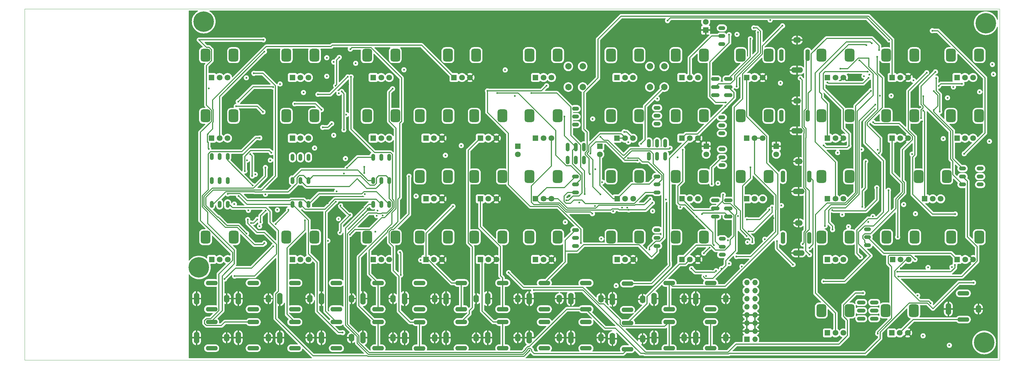
<source format=gbr>
%TF.GenerationSoftware,KiCad,Pcbnew,7.0.9*%
%TF.CreationDate,2023-12-31T11:37:50-06:00*%
%TF.ProjectId,SynthProj,53796e74-6850-4726-9f6a-2e6b69636164,rev?*%
%TF.SameCoordinates,Original*%
%TF.FileFunction,Copper,L4,Bot*%
%TF.FilePolarity,Positive*%
%FSLAX46Y46*%
G04 Gerber Fmt 4.6, Leading zero omitted, Abs format (unit mm)*
G04 Created by KiCad (PCBNEW 7.0.9) date 2023-12-31 11:37:50*
%MOMM*%
%LPD*%
G01*
G04 APERTURE LIST*
G04 Aperture macros list*
%AMRoundRect*
0 Rectangle with rounded corners*
0 $1 Rounding radius*
0 $2 $3 $4 $5 $6 $7 $8 $9 X,Y pos of 4 corners*
0 Add a 4 corners polygon primitive as box body*
4,1,4,$2,$3,$4,$5,$6,$7,$8,$9,$2,$3,0*
0 Add four circle primitives for the rounded corners*
1,1,$1+$1,$2,$3*
1,1,$1+$1,$4,$5*
1,1,$1+$1,$6,$7*
1,1,$1+$1,$8,$9*
0 Add four rect primitives between the rounded corners*
20,1,$1+$1,$2,$3,$4,$5,0*
20,1,$1+$1,$4,$5,$6,$7,0*
20,1,$1+$1,$6,$7,$8,$9,0*
20,1,$1+$1,$8,$9,$2,$3,0*%
G04 Aperture macros list end*
%TA.AperFunction,NonConductor*%
%ADD10C,0.100000*%
%TD*%
%TA.AperFunction,ComponentPad*%
%ADD11O,2.200000X1.250000*%
%TD*%
%TA.AperFunction,ComponentPad*%
%ADD12O,1.750000X3.700000*%
%TD*%
%TA.AperFunction,ComponentPad*%
%ADD13O,1.750000X2.500000*%
%TD*%
%TA.AperFunction,ComponentPad*%
%ADD14O,3.700000X1.400000*%
%TD*%
%TA.AperFunction,ComponentPad*%
%ADD15R,1.800000X1.800000*%
%TD*%
%TA.AperFunction,ComponentPad*%
%ADD16C,1.800000*%
%TD*%
%TA.AperFunction,ComponentPad*%
%ADD17RoundRect,0.750000X0.750000X-1.250000X0.750000X1.250000X-0.750000X1.250000X-0.750000X-1.250000X0*%
%TD*%
%TA.AperFunction,ComponentPad*%
%ADD18O,2.700000X1.250000*%
%TD*%
%TA.AperFunction,ComponentPad*%
%ADD19O,1.250000X2.700000*%
%TD*%
%TA.AperFunction,ComponentPad*%
%ADD20O,1.250000X2.200000*%
%TD*%
%TA.AperFunction,ComponentPad*%
%ADD21O,3.700000X1.750000*%
%TD*%
%TA.AperFunction,ComponentPad*%
%ADD22O,2.500000X1.750000*%
%TD*%
%TA.AperFunction,ComponentPad*%
%ADD23O,1.400000X3.700000*%
%TD*%
%TA.AperFunction,ComponentPad*%
%ADD24C,2.000000*%
%TD*%
%TA.AperFunction,ComponentPad*%
%ADD25C,6.400000*%
%TD*%
%TA.AperFunction,ComponentPad*%
%ADD26R,1.700000X1.700000*%
%TD*%
%TA.AperFunction,ComponentPad*%
%ADD27O,1.700000X1.700000*%
%TD*%
%TA.AperFunction,ViaPad*%
%ADD28C,0.600000*%
%TD*%
%TA.AperFunction,ViaPad*%
%ADD29C,0.500000*%
%TD*%
%TA.AperFunction,Conductor*%
%ADD30C,0.355600*%
%TD*%
G04 APERTURE END LIST*
D10*
X95000000Y-137000000D02*
X399800000Y-137000000D01*
X399800000Y-247000000D01*
X95000000Y-247000000D01*
X95000000Y-137000000D01*
D11*
%TO.P,SW12,1,A*%
%TO.N,Net-(D6-K)*%
X313000000Y-176000000D03*
%TO.P,SW12,2,B*%
%TO.N,Net-(SW12-B)*%
X313000000Y-173500000D03*
%TO.P,SW12,3,C*%
%TO.N,Net-(D7-A)*%
X313000000Y-171000000D03*
%TD*%
D12*
%TO.P,J34,S*%
%TO.N,GNDREF*%
X304800000Y-240000000D03*
D13*
X314200000Y-240000000D03*
D14*
%TO.P,J34,T*%
%TO.N,Net-(SW5B-A)*%
X309500000Y-235100000D03*
X309500000Y-243300000D03*
%TD*%
D12*
%TO.P,J17,S*%
%TO.N,GNDREF*%
X213800000Y-227750000D03*
D13*
X223200000Y-227750000D03*
D14*
%TO.P,J17,T*%
%TO.N,/VCO3/X31*%
X218500000Y-222850000D03*
X218500000Y-231050000D03*
%TD*%
D12*
%TO.P,J22,S*%
%TO.N,GNDREF*%
X200800000Y-240000000D03*
D13*
X210200000Y-240000000D03*
D14*
%TO.P,J22,T*%
%TO.N,/VCO3/X36*%
X205500000Y-235100000D03*
X205500000Y-243300000D03*
%TD*%
D15*
%TO.P,RV36,1,1*%
%TO.N,/Sample&Hold/S&H_In*%
X320750000Y-158500000D03*
D16*
%TO.P,RV36,2,2*%
%TO.N,X86*%
X323250000Y-158500000D03*
%TO.P,RV36,3,3*%
%TO.N,GNDREF*%
X325750000Y-158500000D03*
D17*
%TO.P,RV36,MP*%
%TO.N,N/C*%
X318850000Y-151500000D03*
X327650000Y-151500000D03*
%TD*%
D12*
%TO.P,J21,S*%
%TO.N,GNDREF*%
X265800000Y-240000000D03*
D13*
X275200000Y-240000000D03*
D14*
%TO.P,J21,T*%
%TO.N,AD2A*%
X270500000Y-235100000D03*
X270500000Y-243300000D03*
%TD*%
D18*
%TO.P,SW28,1,A*%
%TO.N,Net-(SW27-B)*%
X310970000Y-202040000D03*
%TO.P,SW28,2,B*%
%TO.N,Net-(C107-Pad2)*%
X310970000Y-199500000D03*
%TO.P,SW28,3,C*%
%TO.N,unconnected-(SW28-C-Pad3)*%
X310970000Y-196960000D03*
%TO.P,SW28,4,A*%
%TO.N,Net-(R217-Pad1)*%
X315030000Y-202040000D03*
%TO.P,SW28,5,B*%
%TO.N,/LFO1/LFO*%
X315030000Y-199500000D03*
%TO.P,SW28,6,C*%
%TO.N,Net-(R219-Pad1)*%
X315030000Y-196960000D03*
%TD*%
D15*
%TO.P,RV19,1,1*%
%TO.N,Net-(SW8-B)*%
X386560000Y-215500000D03*
D16*
%TO.P,RV19,2,2*%
%TO.N,X81*%
X389060000Y-215500000D03*
%TO.P,RV19,3,3*%
%TO.N,GNDREF*%
X391560000Y-215500000D03*
D17*
%TO.P,RV19,MP*%
%TO.N,N/C*%
X384660000Y-208500000D03*
X393460000Y-208500000D03*
%TD*%
D15*
%TO.P,RV5,1,1*%
%TO.N,+12V*%
X386500000Y-177500000D03*
D16*
%TO.P,RV5,2,2*%
%TO.N,X11*%
X389000000Y-177500000D03*
%TO.P,RV5,3,3*%
%TO.N,unconnected-(RV5-Pad3)*%
X391500000Y-177500000D03*
D17*
%TO.P,RV5,MP*%
%TO.N,N/C*%
X384600000Y-170500000D03*
X393400000Y-170500000D03*
%TD*%
D12*
%TO.P,J20,S*%
%TO.N,GNDREF*%
X252800000Y-240000000D03*
D13*
X262200000Y-240000000D03*
D14*
%TO.P,J20,T*%
%TO.N,AD1A*%
X257500000Y-235100000D03*
X257500000Y-243300000D03*
%TD*%
D15*
%TO.P,RV22,1,1*%
%TO.N,Net-(SW10-B)*%
X220500000Y-196500000D03*
D16*
%TO.P,RV22,2,2*%
%TO.N,X68*%
X223000000Y-196500000D03*
%TO.P,RV22,3,3*%
%TO.N,GNDREF*%
X225500000Y-196500000D03*
D17*
%TO.P,RV22,MP*%
%TO.N,N/C*%
X218600000Y-189500000D03*
X227400000Y-189500000D03*
%TD*%
D15*
%TO.P,RV1,1,1*%
%TO.N,X1*%
X386500000Y-158500000D03*
D16*
%TO.P,RV1,2,2*%
%TO.N,X2*%
X389000000Y-158500000D03*
%TO.P,RV1,3,3*%
%TO.N,X3*%
X391500000Y-158500000D03*
D17*
%TO.P,RV1,MP*%
%TO.N,N/C*%
X384600000Y-151500000D03*
X393400000Y-151500000D03*
%TD*%
D15*
%TO.P,RV78,1,1*%
%TO.N,Net-(C158-Pad2)*%
X346000000Y-177500000D03*
D16*
%TO.P,RV78,2,2*%
%TO.N,Net-(R295-Pad1)*%
X348500000Y-177500000D03*
%TO.P,RV78,3,3*%
%TO.N,GNDREF*%
X351000000Y-177500000D03*
D17*
%TO.P,RV78,MP*%
%TO.N,N/C*%
X344100000Y-170500000D03*
X352900000Y-170500000D03*
%TD*%
D19*
%TO.P,SW20,1,1*%
%TO.N,Net-(D18-K)*%
X269840000Y-184380000D03*
%TO.P,SW20,2,2*%
%TO.N,Net-(R141-Pad1)*%
X267300000Y-184380000D03*
%TO.P,SW20,3*%
%TO.N,N/C*%
X264760000Y-184380000D03*
%TO.P,SW20,4,4*%
%TO.N,Net-(D18-K)*%
X269840000Y-180320000D03*
%TO.P,SW20,5,5*%
%TO.N,Net-(Q16-S)*%
X267300000Y-180320000D03*
%TO.P,SW20,6*%
%TO.N,N/C*%
X264760000Y-180320000D03*
%TD*%
D12*
%TO.P,J4,S*%
%TO.N,GNDREF*%
X148800000Y-227750000D03*
D13*
X158200000Y-227750000D03*
D14*
%TO.P,J4,T*%
%TO.N,/VCO3/X37*%
X153500000Y-222850000D03*
X153500000Y-231050000D03*
%TD*%
D12*
%TO.P,J14,S*%
%TO.N,GNDREF*%
X265800000Y-227750000D03*
D13*
X275200000Y-227750000D03*
D14*
%TO.P,J14,T*%
%TO.N,KBV*%
X270500000Y-222850000D03*
X270500000Y-231050000D03*
%TD*%
D12*
%TO.P,J12,S*%
%TO.N,GNDREF*%
X278800000Y-227965000D03*
D13*
X288200000Y-227965000D03*
D14*
%TO.P,J12,T*%
%TO.N,LFO1A*%
X283500000Y-223065000D03*
X283500000Y-231265000D03*
%TD*%
D11*
%TO.P,SW22,1,A*%
%TO.N,X56*%
X292750000Y-168000000D03*
%TO.P,SW22,2,B*%
%TO.N,X57*%
X292750000Y-170500000D03*
%TO.P,SW22,3*%
%TO.N,N/C*%
X292750000Y-173000000D03*
%TD*%
D18*
%TO.P,SW13,1,A*%
%TO.N,Net-(SW12-B)*%
X310970000Y-164040000D03*
%TO.P,SW13,2,B*%
%TO.N,Net-(C62-Pad2)*%
X310970000Y-161500000D03*
%TO.P,SW13,3,C*%
%TO.N,unconnected-(SW13-C-Pad3)*%
X310970000Y-158960000D03*
%TO.P,SW13,4,A*%
%TO.N,Net-(R129-Pad1)*%
X315030000Y-164040000D03*
%TO.P,SW13,5,B*%
%TO.N,/LFO/LFO*%
X315030000Y-161500000D03*
%TO.P,SW13,6,C*%
%TO.N,Net-(R131-Pad1)*%
X315030000Y-158960000D03*
%TD*%
D11*
%TO.P,SW27,1,A*%
%TO.N,Net-(D36-K)*%
X313100000Y-209000000D03*
%TO.P,SW27,2,B*%
%TO.N,Net-(SW27-B)*%
X313100000Y-211500000D03*
%TO.P,SW27,3,C*%
%TO.N,Net-(D37-A)*%
X313100000Y-214000000D03*
%TD*%
D12*
%TO.P,J18,S*%
%TO.N,GNDREF*%
X304800000Y-227750000D03*
D13*
X314200000Y-227750000D03*
D14*
%TO.P,J18,T*%
%TO.N,X7*%
X309500000Y-222850000D03*
X309500000Y-231050000D03*
%TD*%
D20*
%TO.P,SW9,1,A*%
%TO.N,/Mixer/X16*%
X153500000Y-183250000D03*
%TO.P,SW9,2,B*%
%TO.N,Net-(SW9-B)*%
X156000000Y-183250000D03*
%TO.P,SW9,3,C*%
%TO.N,/Mixer/X17*%
X158500000Y-183250000D03*
%TD*%
D15*
%TO.P,RV17,1,1*%
%TO.N,-12V*%
X178750000Y-215500000D03*
D16*
%TO.P,RV17,2,2*%
%TO.N,Net-(R95-Pad1)*%
X181250000Y-215500000D03*
%TO.P,RV17,3,3*%
%TO.N,+12V*%
X183750000Y-215500000D03*
D17*
%TO.P,RV17,MP*%
%TO.N,N/C*%
X176850000Y-208500000D03*
X185650000Y-208500000D03*
%TD*%
D15*
%TO.P,RV50,1,1*%
%TO.N,Net-(SW29-B)*%
X220500000Y-177500000D03*
D16*
%TO.P,RV50,2,2*%
%TO.N,Net-(C114-Pad2)*%
X223000000Y-177500000D03*
%TO.P,RV50,3,3*%
%TO.N,GNDREF*%
X225500000Y-177500000D03*
D17*
%TO.P,RV50,MP*%
%TO.N,N/C*%
X218600000Y-170500000D03*
X227400000Y-170500000D03*
%TD*%
D12*
%TO.P,J3,S*%
%TO.N,GNDREF*%
X174800000Y-240000000D03*
D13*
X184200000Y-240000000D03*
D14*
%TO.P,J3,T*%
%TO.N,/VCO2/X36*%
X179500000Y-235100000D03*
X179500000Y-243300000D03*
%TD*%
D21*
%TO.P,J32,S*%
%TO.N,GNDREF*%
X336500000Y-175200000D03*
D22*
X336500000Y-165800000D03*
D23*
%TO.P,J32,T*%
%TO.N,/PT2399Echo/Echo_CV_Input*%
X331600000Y-170500000D03*
X339800000Y-170500000D03*
%TD*%
D11*
%TO.P,SW18,1,A*%
%TO.N,Net-(SW17-C)*%
X267250000Y-194500000D03*
%TO.P,SW18,2,B*%
%TO.N,X46*%
X267250000Y-192000000D03*
%TO.P,SW18,3,C*%
%TO.N,X50*%
X267250000Y-189500000D03*
%TD*%
%TO.P,SW1,1,A*%
%TO.N,KBV*%
X393750000Y-192000000D03*
%TO.P,SW1,2,B*%
%TO.N,X94*%
X393750000Y-189500000D03*
%TO.P,SW1,3*%
%TO.N,N/C*%
X393750000Y-187000000D03*
%TD*%
D12*
%TO.P,J8,S*%
%TO.N,GNDREF*%
X161800000Y-240000000D03*
D13*
X171200000Y-240000000D03*
D14*
%TO.P,J8,T*%
%TO.N,/VCO1/X19*%
X166500000Y-235100000D03*
X166500000Y-243300000D03*
%TD*%
D12*
%TO.P,J23,S*%
%TO.N,GNDREF*%
X200800000Y-227750000D03*
D13*
X210200000Y-227750000D03*
D14*
%TO.P,J23,T*%
%TO.N,/VCO2/X37*%
X205500000Y-222850000D03*
X205500000Y-231050000D03*
%TD*%
D24*
%TO.P,SW15,1,1*%
%TO.N,+12V*%
X290500000Y-161500000D03*
X290500000Y-155000000D03*
%TO.P,SW15,2,2*%
%TO.N,Net-(D12-A)*%
X295000000Y-161500000D03*
X295000000Y-155000000D03*
%TD*%
D11*
%TO.P,SW2,1,A*%
%TO.N,X9*%
X388250000Y-187000000D03*
%TO.P,SW2,2,B*%
%TO.N,/VCA/X84*%
X388250000Y-189500000D03*
%TO.P,SW2,3,C*%
%TO.N,X10*%
X388250000Y-192000000D03*
%TD*%
D15*
%TO.P,D32,1,K*%
%TO.N,GNDREF*%
X330000000Y-180000000D03*
D16*
%TO.P,D32,2,A*%
%TO.N,Net-(D32-A)*%
X330000000Y-182540000D03*
%TD*%
D20*
%TO.P,SW6,1,A*%
%TO.N,KBV*%
X183750000Y-190750000D03*
%TO.P,SW6,2,B*%
%TO.N,X33*%
X181250000Y-190750000D03*
%TO.P,SW6,3,C*%
%TO.N,AD2A*%
X178750000Y-190750000D03*
%TD*%
D12*
%TO.P,J2,S*%
%TO.N,GNDREF*%
X187800000Y-240000000D03*
D13*
X197200000Y-240000000D03*
D14*
%TO.P,J2,T*%
%TO.N,/VCO2/X32*%
X192500000Y-235100000D03*
X192500000Y-243300000D03*
%TD*%
D20*
%TO.P,SW29,1,A*%
%TO.N,/Mixer/VCO3_SquareIn*%
X209000000Y-183500000D03*
%TO.P,SW29,2,B*%
%TO.N,Net-(SW29-B)*%
X206500000Y-183500000D03*
%TO.P,SW29,3,C*%
%TO.N,/Mixer/VCO3_RampIn*%
X204000000Y-183500000D03*
%TD*%
D12*
%TO.P,J25,S*%
%TO.N,GNDREF*%
X383800000Y-231000000D03*
D13*
X393200000Y-231000000D03*
D14*
%TO.P,J25,T*%
%TO.N,/VCA/Main_Out*%
X388500000Y-226100000D03*
X388500000Y-234300000D03*
%TD*%
D20*
%TO.P,SW4,1,A*%
%TO.N,S&H*%
X153500000Y-190750000D03*
%TO.P,SW4,2,B*%
%TO.N,X22*%
X156000000Y-190750000D03*
%TO.P,SW4,3,C*%
%TO.N,LFO1A*%
X158500000Y-190750000D03*
%TD*%
D21*
%TO.P,J33,S*%
%TO.N,GNDREF*%
X336500000Y-156200000D03*
D22*
X336500000Y-146800000D03*
D23*
%TO.P,J33,T*%
%TO.N,Net-(SW5A-A)*%
X331600000Y-151500000D03*
X339800000Y-151500000D03*
%TD*%
D12*
%TO.P,J10,S*%
%TO.N,GNDREF*%
X226800000Y-240000000D03*
D13*
X236200000Y-240000000D03*
D14*
%TO.P,J10,T*%
%TO.N,/Mixer/Mixer_ExtIn1*%
X231500000Y-235100000D03*
X231500000Y-243300000D03*
%TD*%
D15*
%TO.P,D19,1,K*%
%TO.N,Net-(D19-K)*%
X249250000Y-180000000D03*
D16*
%TO.P,D19,2,A*%
%TO.N,X50*%
X249250000Y-182540000D03*
%TD*%
D15*
%TO.P,RV27,1,1*%
%TO.N,/LFO/LFO*%
X300500000Y-177500000D03*
D16*
%TO.P,RV27,2,2*%
%TO.N,LFO1A*%
X303000000Y-177500000D03*
%TO.P,RV27,3,3*%
%TO.N,GNDREF*%
X305500000Y-177500000D03*
D17*
%TO.P,RV27,MP*%
%TO.N,N/C*%
X298600000Y-170500000D03*
X307400000Y-170500000D03*
%TD*%
D12*
%TO.P,J11,S*%
%TO.N,GNDREF*%
X291800000Y-240000000D03*
D13*
X301200000Y-240000000D03*
D14*
%TO.P,J11,T*%
%TO.N,S&H*%
X296500000Y-235100000D03*
X296500000Y-243300000D03*
%TD*%
D11*
%TO.P,SW16,1,A*%
%TO.N,KBG*%
X267250000Y-206250000D03*
%TO.P,SW16,2,B*%
%TO.N,X66*%
X267250000Y-208750000D03*
%TO.P,SW16,3*%
%TO.N,N/C*%
X267250000Y-211250000D03*
%TD*%
D12*
%TO.P,J24,S*%
%TO.N,GNDREF*%
X174800000Y-227750000D03*
D13*
X184200000Y-227750000D03*
D14*
%TO.P,J24,T*%
%TO.N,/VCO1/X29*%
X179500000Y-222850000D03*
X179500000Y-231050000D03*
%TD*%
D15*
%TO.P,RV33,1,1*%
%TO.N,X47*%
X254750000Y-177500000D03*
D16*
%TO.P,RV33,2,2*%
%TO.N,X40*%
X257250000Y-177500000D03*
%TO.P,RV33,3,3*%
X259750000Y-177500000D03*
D17*
%TO.P,RV33,MP*%
%TO.N,N/C*%
X252850000Y-170500000D03*
X261650000Y-170500000D03*
%TD*%
D15*
%TO.P,D38,1,K*%
%TO.N,GNDREF*%
X308100000Y-180000000D03*
D16*
%TO.P,D38,2,A*%
%TO.N,Net-(D38-A)*%
X308100000Y-182540000D03*
%TD*%
D15*
%TO.P,D28,1,K*%
%TO.N,Net-(D28-K)*%
X274850000Y-180000000D03*
D16*
%TO.P,D28,2,A*%
%TO.N,Net-(D28-A)*%
X274850000Y-182540000D03*
%TD*%
D15*
%TO.P,RV21,1,1*%
%TO.N,Net-(SW9-B)*%
X229250000Y-158500000D03*
D16*
%TO.P,RV21,2,2*%
%TO.N,X67*%
X231750000Y-158500000D03*
%TO.P,RV21,3,3*%
%TO.N,GNDREF*%
X234250000Y-158500000D03*
D17*
%TO.P,RV21,MP*%
%TO.N,N/C*%
X227350000Y-151500000D03*
X236150000Y-151500000D03*
%TD*%
D15*
%TO.P,RV43,1,1*%
%TO.N,+12V*%
X204000000Y-177500000D03*
D16*
%TO.P,RV43,2,2*%
%TO.N,Net-(R177-Pad1)*%
X206500000Y-177500000D03*
%TO.P,RV43,3,3*%
%TO.N,-12V*%
X209000000Y-177500000D03*
D17*
%TO.P,RV43,MP*%
%TO.N,N/C*%
X202100000Y-170500000D03*
X210900000Y-170500000D03*
%TD*%
D15*
%TO.P,RV4,1,1*%
%TO.N,X6*%
X376400000Y-196500000D03*
D16*
%TO.P,RV4,2,2*%
X378900000Y-196500000D03*
%TO.P,RV4,3,3*%
%TO.N,X8*%
X381400000Y-196500000D03*
D17*
%TO.P,RV4,MP*%
%TO.N,N/C*%
X374500000Y-189500000D03*
X383300000Y-189500000D03*
%TD*%
D15*
%TO.P,RV18,1,1*%
%TO.N,AD2*%
X366350000Y-215500000D03*
D16*
%TO.P,RV18,2,2*%
%TO.N,X82*%
X368850000Y-215500000D03*
%TO.P,RV18,3,3*%
%TO.N,Net-(R98-Pad1)*%
X371350000Y-215500000D03*
D17*
%TO.P,RV18,MP*%
%TO.N,N/C*%
X364450000Y-208500000D03*
X373250000Y-208500000D03*
%TD*%
D12*
%TO.P,J6,S*%
%TO.N,GNDREF*%
X291800000Y-227750000D03*
D13*
X301200000Y-227750000D03*
D14*
%TO.P,J6,T*%
%TO.N,/Sample&Hold/S&H_In*%
X296500000Y-222850000D03*
X296500000Y-231050000D03*
%TD*%
D15*
%TO.P,RV26,1,1*%
%TO.N,Net-(C62-Pad2)*%
X300500000Y-158500000D03*
D16*
%TO.P,RV26,2,2*%
%TO.N,Net-(SW11-B)*%
X303000000Y-158500000D03*
%TO.P,RV26,3,3*%
%TO.N,Net-(R126-Pad1)*%
X305500000Y-158500000D03*
D17*
%TO.P,RV26,MP*%
%TO.N,N/C*%
X298600000Y-151500000D03*
X307400000Y-151500000D03*
%TD*%
D12*
%TO.P,J1,S*%
%TO.N,GNDREF*%
X187800000Y-227750000D03*
D13*
X197200000Y-227750000D03*
D14*
%TO.P,J1,T*%
%TO.N,/VCO2/X31*%
X192500000Y-222850000D03*
X192500000Y-231050000D03*
%TD*%
D15*
%TO.P,RV52,1,1*%
%TO.N,/Mixer/Mixer_ExtIn3*%
X237500000Y-215500000D03*
D16*
%TO.P,RV52,2,2*%
%TO.N,Net-(C116-Pad2)*%
X240000000Y-215500000D03*
%TO.P,RV52,3,3*%
%TO.N,GNDREF*%
X242500000Y-215500000D03*
D17*
%TO.P,RV52,MP*%
%TO.N,N/C*%
X235600000Y-208500000D03*
X244400000Y-208500000D03*
%TD*%
D15*
%TO.P,RV2,1,1*%
%TO.N,/LFO/LFO*%
X366250000Y-177500000D03*
D16*
%TO.P,RV2,2,2*%
%TO.N,X4*%
X368750000Y-177500000D03*
%TO.P,RV2,3,3*%
%TO.N,GNDREF*%
X371250000Y-177500000D03*
D17*
%TO.P,RV2,MP*%
%TO.N,N/C*%
X364350000Y-170500000D03*
X373150000Y-170500000D03*
%TD*%
D15*
%TO.P,RV48,1,1*%
%TO.N,Net-(C107-Pad2)*%
X300500000Y-196500000D03*
D16*
%TO.P,RV48,2,2*%
%TO.N,Net-(SW26-B)*%
X303000000Y-196500000D03*
%TO.P,RV48,3,3*%
%TO.N,Net-(R214-Pad1)*%
X305500000Y-196500000D03*
D17*
%TO.P,RV48,MP*%
%TO.N,N/C*%
X298600000Y-189500000D03*
X307400000Y-189500000D03*
%TD*%
D11*
%TO.P,SW14,1,A*%
%TO.N,KBG*%
X292750000Y-211250000D03*
%TO.P,SW14,2,B*%
%TO.N,Net-(D11-A)*%
X292750000Y-208750000D03*
%TO.P,SW14,3*%
%TO.N,N/C*%
X292750000Y-206250000D03*
%TD*%
D15*
%TO.P,RV31,1,1*%
%TO.N,X56*%
X280200400Y-177509200D03*
D16*
%TO.P,RV31,2,2*%
X282700400Y-177509200D03*
%TO.P,RV31,3,3*%
%TO.N,X61*%
X285200400Y-177509200D03*
D17*
%TO.P,RV31,MP*%
%TO.N,N/C*%
X278300400Y-170509200D03*
X287100400Y-170509200D03*
%TD*%
D12*
%TO.P,J13,S*%
%TO.N,GNDREF*%
X252800000Y-227750000D03*
D13*
X262200000Y-227750000D03*
D14*
%TO.P,J13,T*%
%TO.N,KBG*%
X257500000Y-222850000D03*
X257500000Y-231050000D03*
%TD*%
D11*
%TO.P,SW11,1,A*%
%TO.N,Net-(SW11-A)*%
X313000000Y-143000000D03*
%TO.P,SW11,2,B*%
%TO.N,Net-(SW11-B)*%
X313000000Y-145500000D03*
%TO.P,SW11,3,C*%
%TO.N,unconnected-(SW11-C-Pad3)*%
X313000000Y-148000000D03*
%TD*%
D15*
%TO.P,RV14,1,1*%
%TO.N,Net-(R71-Pad1)*%
X178750000Y-158500000D03*
D16*
%TO.P,RV14,2,2*%
%TO.N,Net-(R65-Pad1)*%
X181250000Y-158500000D03*
%TO.P,RV14,3,3*%
%TO.N,Net-(R66-Pad2)*%
X183750000Y-158500000D03*
D17*
%TO.P,RV14,MP*%
%TO.N,N/C*%
X176850000Y-151500000D03*
X185650000Y-151500000D03*
%TD*%
D15*
%TO.P,RV8,1,1*%
%TO.N,+12V*%
X153450000Y-177500000D03*
D16*
%TO.P,RV8,2,2*%
%TO.N,X15*%
X155950000Y-177500000D03*
%TO.P,RV8,3,3*%
%TO.N,-12V*%
X158450000Y-177500000D03*
D17*
%TO.P,RV8,MP*%
%TO.N,N/C*%
X151550000Y-170500000D03*
X160350000Y-170500000D03*
%TD*%
D15*
%TO.P,RV30,1,1*%
%TO.N,X62*%
X280200400Y-158509200D03*
D16*
%TO.P,RV30,2,2*%
%TO.N,X56*%
X282700400Y-158509200D03*
%TO.P,RV30,3,3*%
X285200400Y-158509200D03*
D17*
%TO.P,RV30,MP*%
%TO.N,N/C*%
X278300400Y-151509200D03*
X287100400Y-151509200D03*
%TD*%
D15*
%TO.P,RV74,1,1*%
%TO.N,+5V*%
X346000000Y-238500000D03*
D16*
%TO.P,RV74,2,2*%
%TO.N,Net-(R263-Pad2)*%
X348500000Y-238500000D03*
%TO.P,RV74,3,3*%
%TO.N,-5V*%
X351000000Y-238500000D03*
D17*
%TO.P,RV74,MP*%
%TO.N,N/C*%
X344100000Y-231500000D03*
X352900000Y-231500000D03*
%TD*%
D19*
%TO.P,SW21,1,1*%
%TO.N,X55*%
X295290000Y-183180000D03*
%TO.P,SW21,2,2*%
%TO.N,X54*%
X292750000Y-183180000D03*
%TO.P,SW21,3*%
%TO.N,N/C*%
X290210000Y-183180000D03*
%TO.P,SW21,4,4*%
%TO.N,X55*%
X295290000Y-179120000D03*
%TO.P,SW21,5,5*%
%TO.N,X59*%
X292750000Y-179120000D03*
%TO.P,SW21,6*%
%TO.N,N/C*%
X290210000Y-179120000D03*
%TD*%
D20*
%TO.P,SW7,1,A*%
%TO.N,S&H*%
X183750000Y-198250000D03*
%TO.P,SW7,2,B*%
%TO.N,X35*%
X181250000Y-198250000D03*
%TO.P,SW7,3,C*%
%TO.N,LFO1A*%
X178750000Y-198250000D03*
%TD*%
D15*
%TO.P,RV9,1,1*%
%TO.N,X13*%
X153450000Y-158500000D03*
D16*
%TO.P,RV9,2,2*%
%TO.N,X14*%
X155950000Y-158500000D03*
%TO.P,RV9,3,3*%
%TO.N,X12*%
X158450000Y-158500000D03*
D17*
%TO.P,RV9,MP*%
%TO.N,N/C*%
X151550000Y-151500000D03*
X160350000Y-151500000D03*
%TD*%
D12*
%TO.P,J19,S*%
%TO.N,GNDREF*%
X213800000Y-240030000D03*
D13*
X223200000Y-240030000D03*
D14*
%TO.P,J19,T*%
%TO.N,/VCO3/X32*%
X218500000Y-235130000D03*
X218500000Y-243330000D03*
%TD*%
D11*
%TO.P,SW23,1,A*%
%TO.N,X40*%
X267250000Y-168250000D03*
%TO.P,SW23,2,B*%
%TO.N,X41*%
X267250000Y-170750000D03*
%TO.P,SW23,3*%
%TO.N,N/C*%
X267250000Y-173250000D03*
%TD*%
D12*
%TO.P,J47,S*%
%TO.N,GNDREF*%
X239800000Y-240000000D03*
D13*
X249200000Y-240000000D03*
D14*
%TO.P,J47,T*%
%TO.N,/Mixer/Mixer_ExtIn3*%
X244500000Y-235100000D03*
X244500000Y-243300000D03*
%TD*%
D15*
%TO.P,RV28,1,1*%
%TO.N,X50*%
X254750000Y-196500000D03*
D16*
%TO.P,RV28,2,2*%
%TO.N,X51*%
X257250000Y-196500000D03*
%TO.P,RV28,3,3*%
X259750000Y-196500000D03*
D17*
%TO.P,RV28,MP*%
%TO.N,N/C*%
X252850000Y-189500000D03*
X261650000Y-189500000D03*
%TD*%
D15*
%TO.P,RV20,1,1*%
%TO.N,X85*%
X366100000Y-238500000D03*
D16*
%TO.P,RV20,2,2*%
%TO.N,/VCA/Main_Out*%
X368600000Y-238500000D03*
%TO.P,RV20,3,3*%
%TO.N,GNDREF*%
X371100000Y-238500000D03*
D17*
%TO.P,RV20,MP*%
%TO.N,N/C*%
X364200000Y-231500000D03*
X373000000Y-231500000D03*
%TD*%
D15*
%TO.P,RV34,1,1*%
%TO.N,AD2*%
X280250000Y-215500000D03*
D16*
%TO.P,RV34,2,2*%
%TO.N,AD2A*%
X282750000Y-215500000D03*
%TO.P,RV34,3,3*%
%TO.N,GNDREF*%
X285250000Y-215500000D03*
D17*
%TO.P,RV34,MP*%
%TO.N,N/C*%
X278350000Y-208500000D03*
X287150000Y-208500000D03*
%TD*%
D15*
%TO.P,RV49,1,1*%
%TO.N,/LFO1/LFO*%
X300500000Y-215500000D03*
D16*
%TO.P,RV49,2,2*%
%TO.N,LFO2A*%
X303000000Y-215500000D03*
%TO.P,RV49,3,3*%
%TO.N,GNDREF*%
X305500000Y-215500000D03*
D17*
%TO.P,RV49,MP*%
%TO.N,N/C*%
X298600000Y-208500000D03*
X307400000Y-208500000D03*
%TD*%
D11*
%TO.P,SW8,1,A*%
%TO.N,/VCA/VCO1*%
X358540000Y-206000000D03*
%TO.P,SW8,2,B*%
%TO.N,Net-(SW8-B)*%
X358540000Y-208500000D03*
%TO.P,SW8,3,C*%
%TO.N,/LFO/LFO*%
X358540000Y-211000000D03*
%TD*%
D20*
%TO.P,SW3,1,A*%
%TO.N,KBV*%
X153500000Y-198250000D03*
%TO.P,SW3,2,B*%
%TO.N,X20*%
X156000000Y-198250000D03*
%TO.P,SW3,3,C*%
%TO.N,AD1A*%
X158500000Y-198250000D03*
%TD*%
D15*
%TO.P,RV77,1,1*%
%TO.N,-5V*%
X346000000Y-215500000D03*
D16*
%TO.P,RV77,2,2*%
%TO.N,Net-(R288-Pad1)*%
X348500000Y-215500000D03*
%TO.P,RV77,3,3*%
%TO.N,+5V*%
X351000000Y-215500000D03*
D17*
%TO.P,RV77,MP*%
%TO.N,N/C*%
X344100000Y-208500000D03*
X352900000Y-208500000D03*
%TD*%
D18*
%TO.P,SW5,1,A*%
%TO.N,Net-(SW5A-A)*%
X356570000Y-234040000D03*
%TO.P,SW5,2,B*%
%TO.N,/PT2399Echo/Echo_ExtIn*%
X356570000Y-231500000D03*
%TO.P,SW5,3,C*%
%TO.N,/VCA/Main_Out*%
X356570000Y-228960000D03*
%TO.P,SW5,4,A*%
%TO.N,Net-(SW5B-A)*%
X360630000Y-234040000D03*
%TO.P,SW5,5,B*%
%TO.N,/PT2399Echo/EchoOut*%
X360630000Y-231500000D03*
%TO.P,SW5,6,C*%
%TO.N,/EchoOut*%
X360630000Y-228960000D03*
%TD*%
D20*
%TO.P,SW24,1,A*%
%TO.N,KBV*%
X209000000Y-190750000D03*
%TO.P,SW24,2,B*%
%TO.N,X33*%
X206500000Y-190750000D03*
%TO.P,SW24,3,C*%
%TO.N,AD2A*%
X204000000Y-190750000D03*
%TD*%
D15*
%TO.P,RV47,1,1*%
%TO.N,-12V*%
X204000000Y-215500000D03*
D16*
%TO.P,RV47,2,2*%
%TO.N,Net-(R208-Pad1)*%
X206500000Y-215500000D03*
%TO.P,RV47,3,3*%
%TO.N,+12V*%
X209000000Y-215500000D03*
D17*
%TO.P,RV47,MP*%
%TO.N,N/C*%
X202100000Y-208500000D03*
X210900000Y-208500000D03*
%TD*%
D15*
%TO.P,RV32,1,1*%
%TO.N,X48*%
X254750000Y-158500000D03*
D16*
%TO.P,RV32,2,2*%
%TO.N,X40*%
X257250000Y-158500000D03*
%TO.P,RV32,3,3*%
X259750000Y-158500000D03*
D17*
%TO.P,RV32,MP*%
%TO.N,N/C*%
X252850000Y-151500000D03*
X261650000Y-151500000D03*
%TD*%
D15*
%TO.P,RV23,1,1*%
%TO.N,/Mixer/X38*%
X220500000Y-215500000D03*
D16*
%TO.P,RV23,2,2*%
%TO.N,X69*%
X223000000Y-215500000D03*
%TO.P,RV23,3,3*%
%TO.N,GNDREF*%
X225500000Y-215500000D03*
D17*
%TO.P,RV23,MP*%
%TO.N,N/C*%
X218600000Y-208500000D03*
X227400000Y-208500000D03*
%TD*%
D12*
%TO.P,J9,S*%
%TO.N,GNDREF*%
X161800000Y-227750000D03*
D13*
X171200000Y-227750000D03*
D14*
%TO.P,J9,T*%
%TO.N,/VCO1/X18*%
X166500000Y-222850000D03*
X166500000Y-231050000D03*
%TD*%
D25*
%TO.P,H4,1*%
%TO.N,N/C*%
X149500000Y-218000000D03*
%TD*%
D12*
%TO.P,J39,S*%
%TO.N,GNDREF*%
X226800000Y-227750000D03*
D13*
X236200000Y-227750000D03*
D14*
%TO.P,J39,T*%
%TO.N,/Mixer/X38*%
X231500000Y-222850000D03*
X231500000Y-231050000D03*
%TD*%
D15*
%TO.P,RV3,1,1*%
%TO.N,AD1*%
X366250000Y-158500000D03*
D16*
%TO.P,RV3,2,2*%
%TO.N,X5*%
X368750000Y-158500000D03*
%TO.P,RV3,3,3*%
%TO.N,GNDREF*%
X371250000Y-158500000D03*
D17*
%TO.P,RV3,MP*%
%TO.N,N/C*%
X364350000Y-151500000D03*
X373150000Y-151500000D03*
%TD*%
D24*
%TO.P,SW19,1,1*%
%TO.N,X42*%
X265000000Y-161500000D03*
X265000000Y-155000000D03*
%TO.P,SW19,2,2*%
%TO.N,+12V*%
X269500000Y-161500000D03*
X269500000Y-155000000D03*
%TD*%
D15*
%TO.P,RV76,1,1*%
%TO.N,+5V*%
X346000000Y-196500000D03*
D16*
%TO.P,RV76,2,2*%
%TO.N,Net-(R275-Pad1)*%
X348500000Y-196500000D03*
%TO.P,RV76,3,3*%
%TO.N,-5V*%
X351000000Y-196500000D03*
D17*
%TO.P,RV76,MP*%
%TO.N,N/C*%
X344100000Y-189500000D03*
X352900000Y-189500000D03*
%TD*%
D12*
%TO.P,J16,S*%
%TO.N,GNDREF*%
X278800000Y-240285000D03*
D13*
X288200000Y-240285000D03*
D14*
%TO.P,J16,T*%
%TO.N,LFO2A*%
X283500000Y-235385000D03*
X283500000Y-243585000D03*
%TD*%
D12*
%TO.P,J46,S*%
%TO.N,GNDREF*%
X239800000Y-227750000D03*
D13*
X249200000Y-227750000D03*
D14*
%TO.P,J46,T*%
%TO.N,/Mixer/Mixer_ExtIn2*%
X244500000Y-222850000D03*
X244500000Y-231050000D03*
%TD*%
D15*
%TO.P,RV37,1,1*%
%TO.N,X91*%
X320750000Y-196500000D03*
D16*
%TO.P,RV37,2,2*%
%TO.N,X90*%
X323250000Y-196500000D03*
%TO.P,RV37,3,3*%
X325750000Y-196500000D03*
D17*
%TO.P,RV37,MP*%
%TO.N,N/C*%
X318850000Y-189500000D03*
X327650000Y-189500000D03*
%TD*%
D25*
%TO.P,H3,1*%
%TO.N,N/C*%
X151000000Y-141000000D03*
%TD*%
D11*
%TO.P,SW17,1,A*%
%TO.N,Net-(D28-A)*%
X292750000Y-189500000D03*
%TO.P,SW17,2,B*%
%TO.N,X58*%
X292750000Y-192000000D03*
%TO.P,SW17,3,C*%
%TO.N,Net-(SW17-C)*%
X292750000Y-194500000D03*
%TD*%
D15*
%TO.P,RV29,1,1*%
%TO.N,Net-(D28-A)*%
X280250000Y-196500000D03*
D16*
%TO.P,RV29,2,2*%
%TO.N,Net-(R158-Pad2)*%
X282750000Y-196500000D03*
%TO.P,RV29,3,3*%
X285250000Y-196500000D03*
D17*
%TO.P,RV29,MP*%
%TO.N,N/C*%
X278350000Y-189500000D03*
X287150000Y-189500000D03*
%TD*%
D20*
%TO.P,SW10,1,A*%
%TO.N,/Mixer/X29*%
X183750000Y-183500000D03*
%TO.P,SW10,2,B*%
%TO.N,Net-(SW10-B)*%
X181250000Y-183500000D03*
%TO.P,SW10,3,C*%
%TO.N,/Mixer/X30*%
X178750000Y-183500000D03*
%TD*%
D11*
%TO.P,SW26,1,A*%
%TO.N,Net-(SW26-A)*%
X313050000Y-181000000D03*
%TO.P,SW26,2,B*%
%TO.N,Net-(SW26-B)*%
X313050000Y-183500000D03*
%TO.P,SW26,3,C*%
%TO.N,unconnected-(SW26-C-Pad3)*%
X313050000Y-186000000D03*
%TD*%
D15*
%TO.P,RV42,1,1*%
%TO.N,/Mixer/Mixer_ExtIn2*%
X237500000Y-196500000D03*
D16*
%TO.P,RV42,2,2*%
%TO.N,Net-(C115-Pad2)*%
X240000000Y-196500000D03*
%TO.P,RV42,3,3*%
%TO.N,GNDREF*%
X242500000Y-196500000D03*
D17*
%TO.P,RV42,MP*%
%TO.N,N/C*%
X235600000Y-189500000D03*
X244400000Y-189500000D03*
%TD*%
D15*
%TO.P,D8,1,K*%
%TO.N,GNDREF*%
X307950000Y-143650000D03*
D16*
%TO.P,D8,2,A*%
%TO.N,Net-(D8-A)*%
X307950000Y-141110000D03*
%TD*%
D15*
%TO.P,RV44,1,1*%
%TO.N,Net-(R184-Pad1)*%
X204000000Y-158500000D03*
D16*
%TO.P,RV44,2,2*%
%TO.N,Net-(R178-Pad1)*%
X206500000Y-158500000D03*
%TO.P,RV44,3,3*%
%TO.N,Net-(R179-Pad2)*%
X209000000Y-158500000D03*
D17*
%TO.P,RV44,MP*%
%TO.N,N/C*%
X202100000Y-151500000D03*
X210900000Y-151500000D03*
%TD*%
D21*
%TO.P,J31,S*%
%TO.N,GNDREF*%
X337000000Y-194200000D03*
D22*
X337000000Y-184800000D03*
D23*
%TO.P,J31,T*%
%TO.N,/PT2399Echo/Echo_Repeat_CV_Input*%
X332100000Y-189500000D03*
X340300000Y-189500000D03*
%TD*%
D15*
%TO.P,RV13,1,1*%
%TO.N,+12V*%
X178750000Y-177500000D03*
D16*
%TO.P,RV13,2,2*%
%TO.N,Net-(R64-Pad1)*%
X181250000Y-177500000D03*
%TO.P,RV13,3,3*%
%TO.N,-12V*%
X183750000Y-177500000D03*
D17*
%TO.P,RV13,MP*%
%TO.N,N/C*%
X176850000Y-170500000D03*
X185650000Y-170500000D03*
%TD*%
D25*
%TO.P,H1,1*%
%TO.N,N/C*%
X395000000Y-241500000D03*
%TD*%
D12*
%TO.P,J7,S*%
%TO.N,GNDREF*%
X148800000Y-240000000D03*
D13*
X158200000Y-240000000D03*
D14*
%TO.P,J7,T*%
%TO.N,/VCO1/X23*%
X153500000Y-235100000D03*
X153500000Y-243300000D03*
%TD*%
D21*
%TO.P,J30,S*%
%TO.N,GNDREF*%
X337000000Y-213450000D03*
D22*
X337000000Y-204050000D03*
D23*
%TO.P,J30,T*%
%TO.N,/PT2399Echo/Echo_DT_CV_Input*%
X332100000Y-208750000D03*
X340300000Y-208750000D03*
%TD*%
D15*
%TO.P,RV38,1,1*%
%TO.N,X88*%
X320750000Y-177500000D03*
D16*
%TO.P,RV38,2,2*%
%TO.N,X87*%
X323250000Y-177500000D03*
%TO.P,RV38,3,3*%
X325750000Y-177500000D03*
D17*
%TO.P,RV38,MP*%
%TO.N,N/C*%
X318850000Y-170500000D03*
X327650000Y-170500000D03*
%TD*%
D25*
%TO.P,H2,1*%
%TO.N,N/C*%
X395500000Y-141500000D03*
%TD*%
D15*
%TO.P,RV12,1,1*%
%TO.N,-12V*%
X153500000Y-215500000D03*
D16*
%TO.P,RV12,2,2*%
%TO.N,X21*%
X156000000Y-215500000D03*
%TO.P,RV12,3,3*%
%TO.N,+12V*%
X158500000Y-215500000D03*
D17*
%TO.P,RV12,MP*%
%TO.N,N/C*%
X151600000Y-208500000D03*
X160400000Y-208500000D03*
%TD*%
D15*
%TO.P,RV24,1,1*%
%TO.N,/Mixer/Mixer_ExtIn1*%
X237500000Y-177500000D03*
D16*
%TO.P,RV24,2,2*%
%TO.N,X70*%
X240000000Y-177500000D03*
%TO.P,RV24,3,3*%
%TO.N,GNDREF*%
X242500000Y-177500000D03*
D17*
%TO.P,RV24,MP*%
%TO.N,N/C*%
X235600000Y-170500000D03*
X244400000Y-170500000D03*
%TD*%
D15*
%TO.P,RV51,1,1*%
%TO.N,/PT2399Echo/Echo_ExtIn*%
X346000000Y-158500000D03*
D16*
%TO.P,RV51,2,2*%
%TO.N,Net-(C148-Pad2)*%
X348500000Y-158500000D03*
%TO.P,RV51,3,3*%
%TO.N,GNDREF*%
X351000000Y-158500000D03*
D17*
%TO.P,RV51,MP*%
%TO.N,N/C*%
X344100000Y-151500000D03*
X352900000Y-151500000D03*
%TD*%
D20*
%TO.P,SW25,1,A*%
%TO.N,S&H*%
X209000000Y-198250000D03*
%TO.P,SW25,2,B*%
%TO.N,X35*%
X206500000Y-198250000D03*
%TO.P,SW25,3,C*%
%TO.N,LFO2A*%
X204000000Y-198250000D03*
%TD*%
D15*
%TO.P,RV35,1,1*%
%TO.N,AD1*%
X254750000Y-215500000D03*
D16*
%TO.P,RV35,2,2*%
%TO.N,AD1A*%
X257250000Y-215500000D03*
%TO.P,RV35,3,3*%
%TO.N,GNDREF*%
X259750000Y-215500000D03*
D17*
%TO.P,RV35,MP*%
%TO.N,N/C*%
X252850000Y-208500000D03*
X261650000Y-208500000D03*
%TD*%
D26*
%TO.P,J5,1,Pin_1*%
%TO.N,-12V*%
X320797000Y-240523000D03*
D27*
%TO.P,J5,2,Pin_2*%
X323337000Y-240523000D03*
%TO.P,J5,3,Pin_3*%
%TO.N,GNDREF*%
X320797000Y-237983000D03*
%TO.P,J5,4,Pin_4*%
X323337000Y-237983000D03*
%TO.P,J5,5,Pin_5*%
X320797000Y-235443000D03*
%TO.P,J5,6,Pin_6*%
X323337000Y-235443000D03*
%TO.P,J5,7,Pin_7*%
X320797000Y-232903000D03*
%TO.P,J5,8,Pin_8*%
X323337000Y-232903000D03*
%TO.P,J5,9,Pin_9*%
%TO.N,+12V*%
X320797000Y-230363000D03*
%TO.P,J5,10,Pin_10*%
X323337000Y-230363000D03*
%TO.P,J5,11,Pin_11*%
%TO.N,Net-(J5-Pin_11)*%
X320797000Y-227823000D03*
%TO.P,J5,12,Pin_12*%
X323337000Y-227823000D03*
%TO.P,J5,13,Pin_13*%
%TO.N,Net-(J5-Pin_13)*%
X320797000Y-225283000D03*
%TO.P,J5,14,Pin_14*%
X323337000Y-225283000D03*
%TO.P,J5,15,Pin_15*%
%TO.N,Net-(J5-Pin_15)*%
X320797000Y-222743000D03*
%TO.P,J5,16,Pin_16*%
X323337000Y-222743000D03*
%TD*%
D28*
%TO.N,X61*%
X282448000Y-175514000D03*
%TO.N,GNDREF*%
X171221400Y-206705200D03*
X160350200Y-200304400D03*
X169392600Y-195529200D03*
X287502600Y-205257400D03*
X218973400Y-162534600D03*
X253669800Y-161620200D03*
X175113755Y-186897336D03*
X341757000Y-233095800D03*
X223012000Y-169976800D03*
X392353800Y-197713600D03*
X369087400Y-163271200D03*
X383413000Y-182829200D03*
X368884200Y-169697400D03*
X343865200Y-234772200D03*
X322884800Y-141351000D03*
X200787000Y-199136000D03*
X196951600Y-180136800D03*
X334492600Y-199948800D03*
X281914600Y-188899800D03*
X376402600Y-148463000D03*
X160401000Y-196291200D03*
X214731600Y-204724000D03*
X281823173Y-199251000D03*
X199009000Y-159486600D03*
X200750000Y-201525000D03*
X375107200Y-167767000D03*
X232943400Y-153771600D03*
X190525400Y-162026600D03*
X186207400Y-176377600D03*
X322275200Y-219075000D03*
X389001000Y-170103800D03*
X201015600Y-182473600D03*
X166598600Y-215036400D03*
X364109000Y-162407600D03*
X368147600Y-180721000D03*
X318082033Y-201894633D03*
X155016200Y-200101200D03*
X377977400Y-154381200D03*
X217652600Y-218516200D03*
X197154800Y-177546000D03*
X216738200Y-215900000D03*
X368909600Y-218211400D03*
X192862200Y-180187600D03*
X193724599Y-201650279D03*
X217119200Y-211810600D03*
X393471400Y-161264600D03*
X359232200Y-190500000D03*
X350139000Y-181991000D03*
X202200000Y-199708200D03*
X352450400Y-162712400D03*
X352577400Y-157505400D03*
X186918600Y-156108400D03*
X181250000Y-209450000D03*
X331368400Y-211099400D03*
X368808000Y-244805200D03*
X356082600Y-242824000D03*
X199212200Y-210185000D03*
X353364800Y-192913000D03*
X192836800Y-171983400D03*
X395600000Y-234625000D03*
X189255400Y-184175400D03*
X299034200Y-175056800D03*
X329133200Y-202590400D03*
X285572200Y-202641200D03*
X366166400Y-197840600D03*
X296011600Y-159232600D03*
X321332406Y-220554000D03*
X375640600Y-172262800D03*
X175056800Y-201168000D03*
X206756000Y-210820000D03*
X202269400Y-203149200D03*
X278206200Y-181686200D03*
X239369600Y-170307000D03*
X197662800Y-213868000D03*
X384378200Y-204698600D03*
X265396141Y-195697060D03*
X297307000Y-177876200D03*
%TO.N,+12V*%
X205344800Y-200152000D03*
%TO.N,GNDREF*%
X198069200Y-171907200D03*
X190576200Y-147497800D03*
X162077400Y-211683600D03*
X313893200Y-228549200D03*
X382981200Y-194106800D03*
X315645800Y-207594200D03*
X361213400Y-171348400D03*
X365302800Y-182041800D03*
X377240017Y-227076783D03*
X394766800Y-227939600D03*
X310163807Y-218660886D03*
X335457800Y-236270800D03*
X189788800Y-197942200D03*
X169468800Y-212242400D03*
X193700400Y-184708800D03*
X196215000Y-160655000D03*
X162153600Y-201616400D03*
X199364600Y-168656000D03*
X330733400Y-227914200D03*
X323011800Y-200202800D03*
X192151000Y-163677600D03*
X358775000Y-194716400D03*
X320675000Y-200329800D03*
X297586400Y-194106800D03*
X169773600Y-191693800D03*
X313948801Y-221173355D03*
X383413000Y-176580800D03*
%TO.N,+12V*%
X217398600Y-195656200D03*
X397560800Y-154406600D03*
X171831000Y-184404000D03*
X160600000Y-198150000D03*
X358728150Y-203703150D03*
X359132896Y-157631217D03*
X361744400Y-181102000D03*
X295563400Y-196706600D03*
D29*
X193167000Y-202793600D03*
D28*
X189484000Y-152318000D03*
X317736200Y-144990800D03*
X198501000Y-154051000D03*
X231521000Y-179832000D03*
X385394200Y-161493200D03*
X315264800Y-216789000D03*
X377444000Y-218008200D03*
X205080869Y-201802111D03*
X283750000Y-178750000D03*
X299161200Y-183489600D03*
X374212686Y-226778952D03*
X195571200Y-170134484D03*
X195326000Y-183896000D03*
X275310600Y-209016600D03*
X174040800Y-199974200D03*
X273319768Y-198725602D03*
X369834113Y-198282513D03*
X189484000Y-158115000D03*
X382219200Y-177660800D03*
X174879000Y-160528000D03*
X152577800Y-161899600D03*
X168468234Y-205126401D03*
X248259600Y-164261800D03*
X167132000Y-188849000D03*
X362423800Y-164242117D03*
X372897400Y-159410400D03*
X331317600Y-160248600D03*
X273419800Y-187223400D03*
X321017200Y-210099001D03*
%TO.N,-12V*%
X194818000Y-188568000D03*
X272618200Y-171475400D03*
X291363400Y-200329800D03*
X245262400Y-156133800D03*
X328091800Y-140512800D03*
X191650000Y-153650000D03*
X326425000Y-209145800D03*
X331616605Y-198610116D03*
X275564600Y-191262000D03*
X201396600Y-194995800D03*
X393569600Y-162995668D03*
X308076600Y-220700600D03*
X397916400Y-157480000D03*
X319239000Y-217703400D03*
X170307000Y-195072000D03*
X373507000Y-201168000D03*
X283452093Y-199251000D03*
X213614000Y-156083000D03*
X350650000Y-201450000D03*
X384916410Y-217910857D03*
X164973000Y-200116522D03*
X365937800Y-164236400D03*
X300000000Y-199100000D03*
X226568000Y-182880000D03*
X193250000Y-163450000D03*
X384124200Y-242366800D03*
X383540013Y-164871426D03*
X357408811Y-158104481D03*
X356692200Y-181051200D03*
X182200000Y-163200000D03*
X206988199Y-201672000D03*
X164338000Y-158601600D03*
X372469800Y-182524400D03*
X292811200Y-165164000D03*
X189820529Y-209657929D03*
X164553200Y-184404000D03*
X279044400Y-200329800D03*
%TO.N,Net-(Q6-G)*%
X388061200Y-160451800D03*
X380771400Y-161179600D03*
%TO.N,Net-(C17-Pad1)*%
X170002200Y-210388200D03*
X170300000Y-186700000D03*
%TO.N,Net-(Q8-C)*%
X169545000Y-169291000D03*
X161163000Y-167513000D03*
%TO.N,Net-(D3-A)*%
X166166800Y-189382400D03*
X165563688Y-182505488D03*
%TO.N,Net-(U5B-+)*%
X167767000Y-202946000D03*
X165816760Y-204064821D03*
%TO.N,Net-(Q10-C)*%
X188214000Y-174117000D03*
X191008000Y-172974000D03*
%TO.N,Net-(Q12-S)*%
X196050000Y-158300000D03*
X186721050Y-163778950D03*
%TO.N,Net-(U8B-+)*%
X170399233Y-200149233D03*
X168757685Y-203807685D03*
%TO.N,/VCA/X84*%
X368150888Y-220824584D03*
%TO.N,Net-(C38-Pad2)*%
X361730200Y-238708083D03*
X373380000Y-215519000D03*
%TO.N,/Mixer/X38*%
X228955600Y-198856600D03*
%TO.N,Net-(C61-Pad2)*%
X317601600Y-161315400D03*
X322961000Y-142951200D03*
%TO.N,Net-(D12-A)*%
X287700000Y-179275000D03*
%TO.N,Net-(Q16-S)*%
X263753600Y-170738800D03*
X264402800Y-196993409D03*
%TO.N,X56*%
X275066600Y-195100014D03*
%TO.N,X40*%
X272522200Y-201160367D03*
%TO.N,Net-(Q19-S)*%
X320827400Y-202971400D03*
X327831886Y-199873018D03*
%TO.N,Net-(U16C-+)*%
X321950000Y-186675000D03*
X322525000Y-210075000D03*
%TO.N,Net-(C62-Pad2)*%
X324332611Y-144322789D03*
%TO.N,/PT2399Echo/VR2*%
X352750000Y-179900000D03*
X344800000Y-179800000D03*
X358625000Y-156700000D03*
%TO.N,Net-(U31-LPF2-OUT)*%
X335250000Y-217100000D03*
X330275000Y-209750000D03*
%TO.N,Net-(C156-Pad2)*%
X355981000Y-153127800D03*
X345250000Y-205002399D03*
%TO.N,Net-(C158-Pad2)*%
X358142878Y-148358400D03*
%TO.N,/PT2399Echo/EchoOut*%
X360273600Y-172491400D03*
X367969800Y-208483200D03*
%TO.N,Net-(C159-Pad1)*%
X347500000Y-199977800D03*
X361438167Y-193011833D03*
%TO.N,Net-(D2-A)*%
X161800000Y-166050000D03*
X172745100Y-161502887D03*
%TO.N,Net-(D4-A)*%
X192550000Y-194150000D03*
X191654092Y-176597400D03*
%TO.N,Net-(D11-K)*%
X271875400Y-182315190D03*
X286666367Y-184452800D03*
X290372800Y-212420200D03*
%TO.N,X58*%
X283675000Y-183725000D03*
%TO.N,Net-(D13-K)*%
X239725200Y-162687000D03*
X258191000Y-161086800D03*
X268960600Y-210312000D03*
%TO.N,X46*%
X242773200Y-163389400D03*
%TO.N,X50*%
X283874166Y-199961984D03*
X291287200Y-197764400D03*
%TO.N,Net-(D20-A)*%
X296800000Y-180650000D03*
X275000000Y-177050000D03*
%TO.N,AD2*%
X279950000Y-223700000D03*
%TO.N,AD1*%
X271709429Y-188717824D03*
%TO.N,/PT2399Echo/Echo_B*%
X360222228Y-201982037D03*
X356867498Y-199027800D03*
X357978800Y-184777800D03*
%TO.N,Net-(Q2-E)*%
X388750000Y-182400000D03*
X378800000Y-143850000D03*
%TO.N,Net-(U2C-+)*%
X296011600Y-140690600D03*
X377037600Y-156997400D03*
X385953000Y-201269600D03*
X365328200Y-146761200D03*
%TO.N,X7*%
X344805000Y-222351600D03*
X365099600Y-193827400D03*
%TO.N,X11*%
X396646400Y-178511200D03*
%TO.N,Net-(U2C--)*%
X381101600Y-169240200D03*
X380009400Y-158673800D03*
%TO.N,X6*%
X375987400Y-168883890D03*
%TO.N,X10*%
X375962000Y-164338000D03*
%TO.N,Net-(U2A-+)*%
X375259600Y-171246800D03*
X379780800Y-156743400D03*
%TO.N,X9*%
X379281600Y-168655904D03*
X379231600Y-162782504D03*
%TO.N,X15*%
X170000000Y-150400000D03*
%TO.N,Net-(U3A--)*%
X166700000Y-157200000D03*
X164400000Y-207350000D03*
%TO.N,/VCO1/X19*%
X169700000Y-146700000D03*
%TO.N,/VCO1/X23*%
X168529000Y-177419000D03*
%TO.N,Net-(U5A--)*%
X172150000Y-182050000D03*
X163900000Y-187800000D03*
%TO.N,/Mixer/X17*%
X166356398Y-192328598D03*
%TO.N,Net-(U5B--)*%
X164778500Y-203013500D03*
X160666833Y-220712433D03*
%TO.N,/VCO2/X32*%
X192300000Y-197400000D03*
%TO.N,/VCO2/X36*%
X182626000Y-203200000D03*
X185674000Y-180594000D03*
%TO.N,Net-(U7B--)*%
X192250000Y-161070734D03*
X193400000Y-152200000D03*
%TO.N,Net-(U8A--)*%
X179451000Y-166751000D03*
X187807600Y-168579800D03*
%TO.N,/Mixer/X29*%
X173522200Y-204385367D03*
X177527800Y-199900000D03*
%TO.N,Net-(R98-Pad1)*%
X378254673Y-229208122D03*
%TO.N,Net-(U10A--)*%
X385846153Y-217197557D03*
X367792000Y-219329000D03*
X375896399Y-239395000D03*
%TO.N,Net-(U11--)*%
X357149400Y-226009200D03*
X254177800Y-225094800D03*
%TO.N,Net-(U13B--)*%
X315264800Y-145084800D03*
X314223721Y-166331013D03*
%TO.N,Net-(R131-Pad1)*%
X321925000Y-146350000D03*
%TO.N,X51*%
X290601400Y-196545200D03*
%TO.N,Net-(R150-Pad1)*%
X264033000Y-203809600D03*
X268405833Y-197654000D03*
%TO.N,Net-(U15A--)*%
X270115000Y-195040304D03*
X253480502Y-163389400D03*
%TO.N,Net-(U16A-+)*%
X331952600Y-142316200D03*
X320750454Y-208128346D03*
%TO.N,Net-(Q19-D)*%
X321333833Y-206681367D03*
X328722788Y-199148765D03*
%TO.N,X87*%
X317550000Y-214600000D03*
%TO.N,Net-(U29A-+)*%
X362079022Y-182210224D03*
X361569000Y-152019000D03*
%TO.N,Net-(R263-Pad2)*%
X359575000Y-162650000D03*
%TO.N,/LFO/LFO*%
X314058300Y-167525700D03*
%TO.N,AD1A*%
X252831600Y-244080600D03*
%TO.N,Net-(SW9-B)*%
X152577800Y-180850000D03*
%TO.N,AD2A*%
X204698600Y-206756000D03*
%TO.N,S&H*%
X218829759Y-215678253D03*
X158550000Y-194977800D03*
X246329200Y-219608400D03*
%TO.N,Net-(Q22-C)*%
X337515200Y-158673800D03*
X338302600Y-210667600D03*
%TO.N,/PT2399Echo/Echo_DT_CV_Input*%
X347600000Y-206150000D03*
X360968200Y-166980119D03*
%TO.N,Net-(R275-Pad1)*%
X359830311Y-147802800D03*
%TO.N,/PT2399Echo/Echo_CV_Input*%
X362175000Y-149900000D03*
%TO.N,Net-(U28A-+)*%
X358866686Y-158609799D03*
X346008933Y-160035267D03*
%TO.N,/PT2399Echo/Echo_Repeat_CV_Input*%
X340360000Y-211836000D03*
%TO.N,Net-(U29C--)*%
X352602800Y-205257400D03*
X349199200Y-182041800D03*
%TO.N,/PT2399Echo/Echo_ExtIn*%
X356331869Y-214740134D03*
X350012000Y-155702000D03*
%TO.N,KBV*%
X391668000Y-222758000D03*
%TO.N,Net-(SW5A-A)*%
X340410800Y-213995000D03*
%TO.N,/VCO3/X37*%
X172783496Y-211391504D03*
X157527800Y-221625000D03*
%TO.N,Net-(Q26-S)*%
X196785367Y-201585367D03*
X193760762Y-198555503D03*
X193623084Y-207100165D03*
%TO.N,Net-(Q25-C)*%
X196675000Y-207713011D03*
X197078600Y-158292800D03*
%TO.N,Net-(U19B-+)*%
X201218800Y-186486800D03*
X201218800Y-188442600D03*
%TO.N,Net-(U20B--)*%
X303504600Y-218313000D03*
X314900000Y-209500000D03*
X311775000Y-191625000D03*
X311218705Y-219033000D03*
%TO.N,Net-(C106-Pad2)*%
X305127800Y-202057000D03*
X310545475Y-211001744D03*
X300736000Y-181102000D03*
%TO.N,Net-(C107-Pad2)*%
X312873517Y-218369845D03*
X313425600Y-195217333D03*
%TO.N,Net-(D36-A)*%
X307365400Y-213537800D03*
X309118000Y-211759800D03*
%TO.N,/VCO3/X32*%
X215188800Y-189433200D03*
%TO.N,Net-(R183-Pad2)*%
X194843400Y-174879000D03*
X194157600Y-162890200D03*
%TO.N,/VCO3/X36*%
X210058000Y-162026600D03*
%TO.N,Net-(U19B--)*%
X212344000Y-213233000D03*
X212598000Y-220370400D03*
%TO.N,Net-(SW26-B)*%
X309865989Y-191886250D03*
%TO.N,Net-(R217-Pad1)*%
X306768506Y-201249257D03*
%TO.N,/VCO2/X37*%
X196850000Y-149602300D03*
%TO.N,LFO1A*%
X194462400Y-238404400D03*
X161899600Y-195622000D03*
%TO.N,/Mixer/VCO3_RampIn*%
X195822067Y-186818333D03*
%TD*%
D30*
%TO.N,KBV*%
X209000000Y-196356827D02*
X209000000Y-190750000D01*
X210002800Y-197359627D02*
X209000000Y-196356827D01*
X210002800Y-199140373D02*
X210002800Y-197359627D01*
X206769265Y-200914000D02*
X208229173Y-200914000D01*
X206549465Y-201133800D02*
X206769265Y-200914000D01*
X205438535Y-201133800D02*
X206549465Y-201133800D01*
X205218735Y-200914000D02*
X205438535Y-201133800D01*
X195947200Y-207482065D02*
X202515265Y-200914000D01*
X195947200Y-235814736D02*
X195947200Y-207482065D01*
X250662524Y-244678200D02*
X202731473Y-244678200D01*
X251548200Y-243792524D02*
X250662524Y-244678200D01*
X252749527Y-242797200D02*
X252299997Y-242797200D01*
X264496727Y-231050000D02*
X252749527Y-242797200D01*
X270500000Y-231050000D02*
X264496727Y-231050000D01*
X252299997Y-242797200D02*
X251548200Y-243548998D01*
X202731473Y-244678200D02*
X199547200Y-241493927D01*
X251548200Y-243548998D02*
X251548200Y-243792524D01*
X199547200Y-239414736D02*
X195947200Y-235814736D01*
X199547200Y-241493927D02*
X199547200Y-239414736D01*
X208229173Y-200914000D02*
X210002800Y-199140373D01*
X202515265Y-200914000D02*
X205218735Y-200914000D01*
%TO.N,X61*%
X283205200Y-175514000D02*
X285200400Y-177509200D01*
X282448000Y-175514000D02*
X283205200Y-175514000D01*
%TO.N,X56*%
X280200400Y-177509200D02*
X282700400Y-177509200D01*
X282700400Y-177272800D02*
X282700400Y-177509200D01*
X281576600Y-176149000D02*
X282700400Y-177272800D01*
X274942446Y-176149000D02*
X281576600Y-176149000D01*
X271398400Y-181690510D02*
X271398400Y-179693046D01*
X270906952Y-182181959D02*
X271398400Y-181690510D01*
X272692000Y-184303089D02*
X270906952Y-182518041D01*
X270906952Y-182518041D02*
X270906952Y-182181959D01*
X271398400Y-179693046D02*
X274942446Y-176149000D01*
X272692000Y-192725414D02*
X272692000Y-184303089D01*
X275066600Y-195100014D02*
X272692000Y-192725414D01*
%TO.N,GNDREF*%
X199364600Y-197713600D02*
X193573400Y-197713600D01*
X169468800Y-212242400D02*
X169113200Y-212598000D01*
X169113200Y-212598000D02*
X169113200Y-212826600D01*
X192379600Y-198907400D02*
X192379600Y-200305280D01*
X310163807Y-217403007D02*
X310163807Y-218660886D01*
X192379600Y-200305280D02*
X193724599Y-201650279D01*
X310007000Y-217246200D02*
X310163807Y-217403007D01*
X200787000Y-199136000D02*
X199364600Y-197713600D01*
X193573400Y-197713600D02*
X192379600Y-198907400D01*
%TO.N,Net-(Q6-G)*%
X388061200Y-160451800D02*
X381499200Y-160451800D01*
X381499200Y-160451800D02*
X380771400Y-161179600D01*
%TO.N,Net-(C17-Pad1)*%
X151119400Y-198780137D02*
X151119400Y-195769862D01*
X152819400Y-200480138D02*
X151119400Y-198780137D01*
X169504300Y-210886100D02*
X166906835Y-210886100D01*
X161472535Y-205451800D02*
X157766063Y-205451800D01*
X153720325Y-193168938D02*
X166545324Y-193168938D01*
X152819400Y-200505137D02*
X152819400Y-200480138D01*
X166906835Y-210886100D02*
X161472535Y-205451800D01*
X157766063Y-205451800D02*
X152819400Y-200505137D01*
X170300000Y-189414262D02*
X170300000Y-186700000D01*
X151119400Y-195769862D02*
X153720325Y-193168938D01*
X166545324Y-193168938D02*
X170300000Y-189414262D01*
X170002200Y-210388200D02*
X169504300Y-210886100D01*
%TO.N,Net-(Q8-C)*%
X167767000Y-167513000D02*
X169545000Y-169291000D01*
X167767000Y-167513000D02*
X161163000Y-167513000D01*
%TO.N,Net-(D3-A)*%
X166166800Y-189382400D02*
X166166800Y-183108600D01*
X166166800Y-183108600D02*
X165563688Y-182505488D01*
%TO.N,Net-(U5B-+)*%
X167767000Y-202946000D02*
X166648179Y-204064821D01*
X166648179Y-204064821D02*
X165816760Y-204064821D01*
%TO.N,Net-(Q10-C)*%
X188214000Y-174117000D02*
X189865000Y-174117000D01*
X189865000Y-174117000D02*
X191008000Y-172974000D01*
%TO.N,Net-(Q12-S)*%
X186721050Y-163778950D02*
X190571050Y-163778950D01*
X190571050Y-163778950D02*
X196050000Y-158300000D01*
%TO.N,Net-(U8B-+)*%
X168757685Y-203807685D02*
X168757685Y-201790781D01*
X168757685Y-201790781D02*
X170399233Y-200149233D01*
%TO.N,/VCA/X84*%
X388042499Y-220824584D02*
X368150888Y-220824584D01*
X392837800Y-211481800D02*
X392837800Y-216029283D01*
X388250000Y-189500000D02*
X389737600Y-190987600D01*
X389737600Y-208381600D02*
X392837800Y-211481800D01*
X389737600Y-190987600D02*
X389737600Y-208381600D01*
X392837800Y-216029283D02*
X388042499Y-220824584D01*
%TO.N,Net-(C38-Pad2)*%
X365379000Y-214122000D02*
X364998000Y-214503000D01*
X364998000Y-214503000D02*
X364998000Y-216703600D01*
X364998000Y-216703600D02*
X366077800Y-217783400D01*
X361730200Y-238194062D02*
X361730200Y-238708083D01*
X373380000Y-215519000D02*
X371983000Y-214122000D01*
X371983000Y-214122000D02*
X365379000Y-214122000D01*
X366077800Y-233846462D02*
X361730200Y-238194062D01*
X366077800Y-217783400D02*
X366077800Y-233846462D01*
%TO.N,/Mixer/X38*%
X220500000Y-207312200D02*
X228955600Y-198856600D01*
X220500000Y-215500000D02*
X220500000Y-207312200D01*
X228500000Y-222850000D02*
X221150000Y-215500000D01*
X231500000Y-222850000D02*
X228500000Y-222850000D01*
X231500000Y-231050000D02*
X231500000Y-222850000D01*
X221150000Y-215500000D02*
X220500000Y-215500000D01*
%TO.N,Net-(C61-Pad2)*%
X317601600Y-161315400D02*
X317601600Y-158394400D01*
X324002400Y-142951200D02*
X322961000Y-142951200D01*
X325069200Y-144018000D02*
X324002400Y-142951200D01*
X317601600Y-158394400D02*
X325069200Y-150926800D01*
X325069200Y-150291800D02*
X325069200Y-144018000D01*
X325069200Y-150926800D02*
X325069200Y-150291800D01*
%TO.N,Net-(D12-A)*%
X288978200Y-167521800D02*
X288978200Y-177996800D01*
X288978200Y-177996800D02*
X287700000Y-179275000D01*
X295000000Y-161500000D02*
X288978200Y-167521800D01*
%TO.N,Net-(Q16-S)*%
X269283400Y-194661397D02*
X268336062Y-195608735D01*
X266297200Y-181322800D02*
X266297200Y-185520373D01*
X266297200Y-185520373D02*
X269283400Y-188506573D01*
X269283400Y-188506573D02*
X269283400Y-194661397D01*
X265080888Y-196993409D02*
X264402800Y-196993409D01*
X268336062Y-195608735D02*
X266465562Y-195608735D01*
X263753600Y-170738800D02*
X263753600Y-176773600D01*
X267300000Y-180320000D02*
X266297200Y-181322800D01*
X263753600Y-176773600D02*
X267300000Y-180320000D01*
X266465562Y-195608735D02*
X265080888Y-196993409D01*
%TO.N,X40*%
X272005233Y-200643400D02*
X272522200Y-201160367D01*
X259750000Y-177500000D02*
X259750000Y-186194952D01*
X264322311Y-200643400D02*
X272005233Y-200643400D01*
X253472200Y-197572200D02*
X254233400Y-198333400D01*
X254233400Y-198333400D02*
X262012311Y-198333400D01*
X262012311Y-198333400D02*
X264322311Y-200643400D01*
X253472200Y-192472752D02*
X253472200Y-197572200D01*
X259750000Y-186194952D02*
X253472200Y-192472752D01*
%TO.N,Net-(Q19-S)*%
X320827400Y-202971400D02*
X324916800Y-202971400D01*
X327831886Y-200056314D02*
X327831886Y-199873018D01*
X324916800Y-202971400D02*
X327831886Y-200056314D01*
%TO.N,Net-(U16C-+)*%
X322525000Y-208873626D02*
X319450000Y-205798626D01*
X322525000Y-210075000D02*
X322525000Y-208873626D01*
X321950000Y-190025000D02*
X321950000Y-186675000D01*
X319450000Y-192525000D02*
X321950000Y-190025000D01*
X319450000Y-205798626D02*
X319450000Y-192525000D01*
%TO.N,Net-(C62-Pad2)*%
X311972800Y-160497200D02*
X315635973Y-160497200D01*
X317046000Y-157834063D02*
X324332611Y-150547452D01*
X324332611Y-150547452D02*
X324332611Y-144322789D01*
X310970000Y-161500000D02*
X311972800Y-160497200D01*
X317046000Y-159087173D02*
X317046000Y-157834063D01*
X315635973Y-160497200D02*
X317046000Y-159087173D01*
%TO.N,/PT2399Echo/VR2*%
X352750000Y-176225000D02*
X352750000Y-179900000D01*
X351000000Y-174475000D02*
X352750000Y-176225000D01*
X344800000Y-179800000D02*
X345467000Y-180467000D01*
X345244400Y-156700000D02*
X344722200Y-157222200D01*
X344722200Y-162047200D02*
X351000000Y-168325000D01*
X345467000Y-180467000D02*
X352183000Y-180467000D01*
X352183000Y-180467000D02*
X352750000Y-179900000D01*
X358625000Y-156700000D02*
X345244400Y-156700000D01*
X344722200Y-157222200D02*
X344722200Y-162047200D01*
X351000000Y-168325000D02*
X351000000Y-174475000D01*
%TO.N,Net-(U31-LPF2-OUT)*%
X330275000Y-212125000D02*
X330275000Y-209750000D01*
X335250000Y-217100000D02*
X330275000Y-212125000D01*
%TO.N,Net-(C156-Pad2)*%
X355981000Y-153127800D02*
X356063063Y-153127800D01*
X347091600Y-198333400D02*
X345250000Y-200175000D01*
X355333400Y-194802338D02*
X351802338Y-198333400D01*
X351802338Y-198333400D02*
X347091600Y-198333400D01*
X355333400Y-169041600D02*
X355333400Y-194802338D01*
X356063063Y-153127800D02*
X360270387Y-157335124D01*
X360270387Y-164104613D02*
X355333400Y-169041600D01*
X360270387Y-157335124D02*
X360270387Y-164104613D01*
X345250000Y-200175000D02*
X345250000Y-205002399D01*
%TO.N,Net-(C158-Pad2)*%
X352545931Y-148186200D02*
X357970678Y-148186200D01*
X346000000Y-177500000D02*
X346000000Y-166750000D01*
X344166600Y-164916600D02*
X344166600Y-163691600D01*
X357970678Y-148186200D02*
X358142878Y-148358400D01*
X343550000Y-157182131D02*
X352545931Y-148186200D01*
X344166600Y-163691600D02*
X343550000Y-163075000D01*
X343550000Y-163075000D02*
X343550000Y-157182131D01*
X346000000Y-166750000D02*
X344166600Y-164916600D01*
%TO.N,/PT2399Echo/EchoOut*%
X369472200Y-181098200D02*
X372567200Y-178003200D01*
X360680000Y-172897800D02*
X360273600Y-172491400D01*
X372567200Y-178003200D02*
X372567200Y-177010117D01*
X370033400Y-191420600D02*
X369472200Y-190859400D01*
X367969800Y-196762664D02*
X370033400Y-194699064D01*
X370033400Y-194699064D02*
X370033400Y-191420600D01*
X372567200Y-177010117D02*
X368454883Y-172897800D01*
X367969800Y-208483200D02*
X367969800Y-196762664D01*
X369472200Y-190859400D02*
X369472200Y-181098200D01*
X368454883Y-172897800D02*
X360680000Y-172897800D01*
%TO.N,Net-(C159-Pad1)*%
X361438167Y-193011833D02*
X361438167Y-196832568D01*
X361438167Y-196832568D02*
X358017935Y-200252800D01*
X347775000Y-200252800D02*
X347500000Y-199977800D01*
X358017935Y-200252800D02*
X347775000Y-200252800D01*
%TO.N,Net-(D2-A)*%
X166458400Y-161391600D02*
X161800000Y-166050000D01*
X172633813Y-161391600D02*
X166458400Y-161391600D01*
X172745100Y-161502887D02*
X172633813Y-161391600D01*
%TO.N,Net-(D11-K)*%
X282234731Y-184058469D02*
X282629063Y-184452800D01*
X292354027Y-209752800D02*
X290372800Y-211734027D01*
X294783400Y-188789200D02*
X294783400Y-208609773D01*
X291541200Y-185547000D02*
X294783400Y-188789200D01*
X294783400Y-208609773D02*
X293640373Y-209752800D01*
X282234731Y-184058469D02*
X284841000Y-181452200D01*
X290625373Y-181452200D02*
X291541200Y-182368027D01*
X284841000Y-181452200D02*
X290625373Y-181452200D01*
X293640373Y-209752800D02*
X292354027Y-209752800D01*
X290372800Y-211734027D02*
X290372800Y-212420200D01*
X282629063Y-184452800D02*
X286666367Y-184452800D01*
X271875400Y-182315190D02*
X271954000Y-182236590D01*
X291541200Y-182368027D02*
X291541200Y-185547000D01*
X271954000Y-182236590D02*
X271954000Y-180315400D01*
X273572200Y-178697200D02*
X276873463Y-178697200D01*
X271954000Y-180315400D02*
X273572200Y-178697200D01*
X276873463Y-178697200D02*
X282234731Y-184058469D01*
%TO.N,X58*%
X292750000Y-192000000D02*
X294227800Y-190522200D01*
X290050973Y-184907800D02*
X288157800Y-184907800D01*
X294227800Y-190522200D02*
X294227800Y-189084627D01*
X294227800Y-189084627D02*
X290050973Y-184907800D01*
X286975000Y-183725000D02*
X283675000Y-183725000D01*
X288157800Y-184907800D02*
X286975000Y-183725000D01*
%TO.N,Net-(D13-K)*%
X268960600Y-206067427D02*
X261782173Y-198889000D01*
X253143400Y-198889000D02*
X246277800Y-192023400D01*
X256590800Y-162687000D02*
X239725200Y-162687000D01*
X246277800Y-175972752D02*
X239725200Y-169420152D01*
X268960600Y-210312000D02*
X268960600Y-206067427D01*
X246277800Y-192023400D02*
X246277800Y-175972752D01*
X239725200Y-169420152D02*
X239725200Y-162687000D01*
X261782173Y-198889000D02*
X253143400Y-198889000D01*
X258191000Y-161086800D02*
X256590800Y-162687000D01*
%TO.N,X46*%
X249334352Y-163389400D02*
X242773200Y-163389400D01*
X261061200Y-175116248D02*
X249334352Y-163389400D01*
X261061200Y-182824373D02*
X261061200Y-175116248D01*
X268727800Y-190522200D02*
X268727800Y-189073400D01*
X267250000Y-192000000D02*
X268727800Y-190522200D01*
X264344627Y-186107800D02*
X261061200Y-182824373D01*
X268727800Y-189073400D02*
X265762200Y-186107800D01*
X265762200Y-186107800D02*
X264344627Y-186107800D01*
%TO.N,X50*%
X289126600Y-199925000D02*
X283911150Y-199925000D01*
X280601462Y-199650000D02*
X280913446Y-199961984D01*
X283911150Y-199925000D02*
X283874166Y-199961984D01*
X254750000Y-196500000D02*
X256027800Y-197777800D01*
X278347535Y-200009002D02*
X278706537Y-199650000D01*
X256027800Y-197777800D02*
X262242449Y-197777800D01*
X262242449Y-197777800D02*
X264473651Y-200009002D01*
X264473651Y-200009002D02*
X278347535Y-200009002D01*
X280913446Y-199961984D02*
X283874166Y-199961984D01*
X258247200Y-193002800D02*
X263747200Y-193002800D01*
X263747200Y-193002800D02*
X267250000Y-189500000D01*
X254750000Y-196500000D02*
X258247200Y-193002800D01*
X291287200Y-197764400D02*
X289126600Y-199925000D01*
X278706537Y-199650000D02*
X280601462Y-199650000D01*
%TO.N,Net-(D20-A)*%
X276091600Y-178141600D02*
X277383746Y-178141600D01*
X282042146Y-182800000D02*
X282502421Y-182799999D01*
X277383746Y-178141600D02*
X282042146Y-182800000D01*
X284454620Y-180847800D02*
X296602200Y-180847800D01*
X282502421Y-182799999D02*
X284454620Y-180847800D01*
X296602200Y-180847800D02*
X296800000Y-180650000D01*
X275000000Y-177050000D02*
X276091600Y-178141600D01*
%TO.N,Net-(D28-A)*%
X274850000Y-192355600D02*
X278994400Y-196500000D01*
X290372200Y-191877800D02*
X284872200Y-191877800D01*
X278994400Y-196500000D02*
X280250000Y-196500000D01*
X284872200Y-191877800D02*
X280250000Y-196500000D01*
X292750000Y-189500000D02*
X290372200Y-191877800D01*
X274850000Y-182515000D02*
X274850000Y-192355600D01*
%TO.N,AD1*%
X271436400Y-183833227D02*
X271436400Y-188444795D01*
X269849600Y-174675800D02*
X270842800Y-175669000D01*
X270255373Y-182652200D02*
X271436400Y-183833227D01*
X269849600Y-163098904D02*
X269849600Y-174675800D01*
X270842800Y-181460373D02*
X270255373Y-182047800D01*
X358872865Y-139276600D02*
X281499800Y-139276600D01*
X271436400Y-188444795D02*
X271709429Y-188717824D01*
X281499800Y-139276600D02*
X274294600Y-146481800D01*
X270842800Y-175669000D02*
X270842800Y-181460373D01*
X274294600Y-158653904D02*
X269849600Y-163098904D01*
X366250000Y-158500000D02*
X366250000Y-146653735D01*
X274294600Y-146481800D02*
X274294600Y-158653904D01*
X270255373Y-182047800D02*
X270255373Y-182652200D01*
X366250000Y-146653735D02*
X358872865Y-139276600D01*
%TO.N,/PT2399Echo/Echo_B*%
X357836200Y-193085274D02*
X356867498Y-194053976D01*
X357978800Y-184777800D02*
X357836200Y-184920400D01*
X356867498Y-194053976D02*
X356867498Y-199027800D01*
X357836200Y-184920400D02*
X357836200Y-193085274D01*
%TO.N,Net-(Q2-E)*%
X395277800Y-158582848D02*
X395277800Y-175872200D01*
X380544952Y-143850000D02*
X395277800Y-158582848D01*
X395277800Y-175872200D02*
X388750000Y-182400000D01*
X378800000Y-143850000D02*
X380544952Y-143850000D01*
%TO.N,Net-(U2C-+)*%
X296870000Y-139832200D02*
X358399200Y-139832200D01*
X373300600Y-176957779D02*
X373300600Y-182722865D01*
X371272200Y-162762800D02*
X371272200Y-174929379D01*
X378815600Y-201269600D02*
X385953000Y-201269600D01*
X358399200Y-139832200D02*
X365328200Y-146761200D01*
X372622200Y-195076200D02*
X378815600Y-201269600D01*
X377037600Y-156997400D02*
X371272200Y-162762800D01*
X296011600Y-140690600D02*
X296870000Y-139832200D01*
X373300600Y-182722865D02*
X372622200Y-183401265D01*
X371272200Y-174929379D02*
X373300600Y-176957779D01*
X372622200Y-183401265D02*
X372622200Y-195076200D01*
%TO.N,X7*%
X351434400Y-222351600D02*
X344805000Y-222351600D01*
X355752400Y-210616800D02*
X359460800Y-214325200D01*
X360381400Y-204997200D02*
X357649627Y-204997200D01*
X361645200Y-203733400D02*
X360381400Y-204997200D01*
X359460800Y-214325200D02*
X351434400Y-222351600D01*
X365099600Y-200279000D02*
X361645200Y-203733400D01*
X365099600Y-193827400D02*
X365099600Y-200279000D01*
X355752400Y-206894427D02*
X355752400Y-210616800D01*
X357649627Y-204997200D02*
X355752400Y-206894427D01*
%TO.N,Net-(U2C--)*%
X380009400Y-158673800D02*
X380009400Y-162681700D01*
X381101600Y-163773900D02*
X381101600Y-169240200D01*
X380009400Y-162681700D02*
X381101600Y-163773900D01*
%TO.N,X6*%
X376400000Y-196500000D02*
X376400000Y-169296490D01*
X376400000Y-169296490D02*
X375987400Y-168883890D01*
%TO.N,X10*%
X384469400Y-184005138D02*
X384469400Y-175314198D01*
X375962000Y-166806798D02*
X375962000Y-164338000D01*
X388250000Y-192000000D02*
X385219863Y-188969863D01*
X385219863Y-188969863D02*
X385219862Y-184755600D01*
X385219862Y-184755600D02*
X384469400Y-184005138D01*
X384469400Y-175314198D02*
X375962000Y-166806798D01*
%TO.N,Net-(U2A-+)*%
X375835000Y-168068465D02*
X375259600Y-168643865D01*
X375835000Y-167465535D02*
X375835000Y-168068465D01*
X375259600Y-168643865D02*
X375259600Y-171246800D01*
X375259600Y-166890135D02*
X375835000Y-167465535D01*
X379780800Y-156743400D02*
X375259600Y-161264600D01*
X375259600Y-161264600D02*
X375259600Y-166890135D01*
%TO.N,X9*%
X379281600Y-168655904D02*
X379281600Y-169262265D01*
X380546000Y-164096904D02*
X379231600Y-162782504D01*
X385222200Y-175202865D02*
X385222200Y-183972200D01*
X379281600Y-168655904D02*
X380546000Y-167391504D01*
X385222200Y-183972200D02*
X388250000Y-187000000D01*
X379281600Y-169262265D02*
X385222200Y-175202865D01*
X380546000Y-167391504D02*
X380546000Y-164096904D01*
%TO.N,X15*%
X155950000Y-177500000D02*
X155950000Y-164450000D01*
X155950000Y-164450000D02*
X170000000Y-150400000D01*
%TO.N,Net-(U3A--)*%
X155565914Y-202209087D02*
X158236058Y-204879231D01*
X166700000Y-157200000D02*
X169532265Y-157200000D01*
X153950462Y-193724538D02*
X151675000Y-196000000D01*
X169089062Y-193724538D02*
X153950462Y-193724538D01*
X173422400Y-161090135D02*
X173422400Y-189391200D01*
X151675000Y-198550000D02*
X155334086Y-202209086D01*
X161929231Y-204879231D02*
X164400000Y-207350000D01*
X151675000Y-196000000D02*
X151675000Y-198550000D01*
X155334086Y-202209086D02*
X155565914Y-202209087D01*
X169532265Y-157200000D02*
X173422400Y-161090135D01*
X173422400Y-189391200D02*
X169089062Y-193724538D01*
X158236058Y-204879231D02*
X161929231Y-204879231D01*
%TO.N,/VCO1/X19*%
X160025000Y-213330048D02*
X160025000Y-215782083D01*
X149500000Y-146700000D02*
X151850000Y-149050000D01*
X151850000Y-154794952D02*
X151850000Y-167205048D01*
X150000000Y-203305048D02*
X160025000Y-213330048D01*
X151903561Y-234022200D02*
X151272200Y-234653561D01*
X151850000Y-149050000D02*
X152694952Y-149050000D01*
X155727800Y-231496439D02*
X153202039Y-234022200D01*
X152694952Y-149050000D02*
X153427800Y-149782848D01*
X151903561Y-236177800D02*
X156522200Y-236177800D01*
X160025000Y-215782083D02*
X155727800Y-220079283D01*
X151272200Y-234653561D02*
X151272200Y-235546439D01*
X150000000Y-175644952D02*
X150000000Y-203305048D01*
X151850000Y-167205048D02*
X153427800Y-168782848D01*
X169700000Y-146700000D02*
X149500000Y-146700000D01*
X157600000Y-235100000D02*
X166500000Y-235100000D01*
X155727800Y-220079283D02*
X155727800Y-231496439D01*
X153427800Y-149782848D02*
X153427800Y-153217152D01*
X153427800Y-153217152D02*
X151850000Y-154794952D01*
X153427800Y-168782848D02*
X153427800Y-172217152D01*
X151272200Y-235546439D02*
X151903561Y-236177800D01*
X153202039Y-234022200D02*
X151903561Y-234022200D01*
X156522200Y-236177800D02*
X157600000Y-235100000D01*
X153427800Y-172217152D02*
X150000000Y-175644952D01*
%TO.N,/VCO1/X23*%
X162942063Y-181772200D02*
X167295263Y-177419000D01*
X153084627Y-181772200D02*
X162942063Y-181772200D01*
X152263800Y-200710275D02*
X150563800Y-199010274D01*
X160580600Y-212555600D02*
X152263800Y-204238800D01*
X150563800Y-195489726D02*
X152405600Y-193647926D01*
X152405600Y-193647926D02*
X152405600Y-182451227D01*
X152405600Y-182451227D02*
X153084627Y-181772200D01*
X160580600Y-216869400D02*
X160580600Y-212555600D01*
X156800000Y-231550000D02*
X156800000Y-220650000D01*
X156800000Y-220650000D02*
X160580600Y-216869400D01*
X153500000Y-235100000D02*
X153500000Y-234850000D01*
X153500000Y-234850000D02*
X156800000Y-231550000D01*
X152263800Y-204238800D02*
X152263800Y-200710275D01*
X167295263Y-177419000D02*
X168529000Y-177419000D01*
X150563800Y-199010274D02*
X150563800Y-195489726D01*
%TO.N,Net-(U5A--)*%
X163900000Y-187800000D02*
X163825400Y-187725400D01*
X171494400Y-181394400D02*
X172150000Y-182050000D01*
X163825400Y-183214510D02*
X165645510Y-181394400D01*
X163825400Y-187725400D02*
X163825400Y-183214510D01*
X165645510Y-181394400D02*
X171494400Y-181394400D01*
%TO.N,/Mixer/X17*%
X158500000Y-184472200D02*
X166356398Y-192328598D01*
X158500000Y-183250000D02*
X158500000Y-184472200D01*
%TO.N,Net-(U5B--)*%
X173778800Y-210793246D02*
X173778800Y-213825200D01*
X169995554Y-207010000D02*
X173778800Y-210793246D01*
X167640000Y-207010000D02*
X169995554Y-207010000D01*
X166891567Y-220712433D02*
X160666833Y-220712433D01*
X164778500Y-203013500D02*
X164778500Y-204148500D01*
X173778800Y-213825200D02*
X166891567Y-220712433D01*
X164778500Y-204148500D02*
X167640000Y-207010000D01*
%TO.N,/VCO2/X32*%
X189092729Y-231692729D02*
X189092729Y-200607271D01*
X192500000Y-235100000D02*
X189092729Y-231692729D01*
X189092729Y-200607271D02*
X192300000Y-197400000D01*
%TO.N,X33*%
X198986833Y-190236833D02*
X202000000Y-193250000D01*
X204862500Y-193250000D02*
X206500000Y-191612500D01*
X202000000Y-193250000D02*
X204862500Y-193250000D01*
X181250000Y-190750000D02*
X183182862Y-192682862D01*
X183182862Y-192682862D02*
X196540803Y-192682862D01*
X196540803Y-192682862D02*
X198986833Y-190236833D01*
%TO.N,X35*%
X188942935Y-199727800D02*
X190000735Y-198670000D01*
X190516600Y-198243665D02*
X190516600Y-198154135D01*
X190000735Y-198670000D02*
X190090265Y-198670000D01*
X191998535Y-196672200D02*
X204922200Y-196672200D01*
X190516600Y-198154135D02*
X191998535Y-196672200D01*
X204922200Y-196672200D02*
X206500000Y-198250000D01*
X190090265Y-198670000D02*
X190516600Y-198243665D01*
X182727800Y-199727800D02*
X188942935Y-199727800D01*
X181250000Y-198250000D02*
X182727800Y-199727800D01*
%TO.N,/VCO2/X36*%
X182626000Y-206318952D02*
X182626000Y-203200000D01*
X179500000Y-235100000D02*
X177038000Y-232638000D01*
X177038000Y-232638000D02*
X177038000Y-211906952D01*
X177038000Y-211906952D02*
X182626000Y-206318952D01*
%TO.N,Net-(U7B--)*%
X192600000Y-160720734D02*
X192250000Y-161070734D01*
X193400000Y-152200000D02*
X192600000Y-153000000D01*
X192600000Y-153000000D02*
X192600000Y-160720734D01*
%TO.N,Net-(U8A--)*%
X179451000Y-166751000D02*
X185978800Y-166751000D01*
X185978800Y-166751000D02*
X187807600Y-168579800D01*
%TO.N,/Mixer/X29*%
X177527800Y-200372200D02*
X177527800Y-199900000D01*
X173522200Y-204377800D02*
X177527800Y-200372200D01*
X173522200Y-204385367D02*
X173522200Y-204377800D01*
%TO.N,Net-(R98-Pad1)*%
X371350000Y-215500000D02*
X370657083Y-215500000D01*
X374863639Y-228566600D02*
X377613151Y-228566600D01*
X367064200Y-220767161D02*
X374863639Y-228566600D01*
X367064200Y-219092883D02*
X367064200Y-220767161D01*
X377613151Y-228566600D02*
X378254673Y-229208122D01*
X370657083Y-215500000D02*
X367064200Y-219092883D01*
%TO.N,Net-(U10A--)*%
X385846153Y-218115112D02*
X385846153Y-217197557D01*
X384632265Y-219329000D02*
X385846153Y-218115112D01*
X367792000Y-219329000D02*
X384632265Y-219329000D01*
%TO.N,Net-(U11--)*%
X280464976Y-235964176D02*
X279857200Y-235356400D01*
X289180824Y-244525800D02*
X280619200Y-235964176D01*
X357149400Y-226009200D02*
X354761800Y-226009200D01*
X351022200Y-229748800D02*
X351022200Y-233267800D01*
X351022200Y-233267800D02*
X352277800Y-234523400D01*
X279857200Y-235356400D02*
X279857200Y-235339665D01*
X269612335Y-225094800D02*
X254177800Y-225094800D01*
X349631000Y-241985800D02*
X317423800Y-241985800D01*
X352277800Y-239339000D02*
X349631000Y-241985800D01*
X314883800Y-244525800D02*
X289180824Y-244525800D01*
X317423800Y-241985800D02*
X314883800Y-244525800D01*
X279857200Y-235339665D02*
X269612335Y-225094800D01*
X280619200Y-235964176D02*
X280464976Y-235964176D01*
X354761800Y-226009200D02*
X351022200Y-229748800D01*
X352277800Y-234523400D02*
X352277800Y-239339000D01*
%TO.N,Net-(U13B--)*%
X309242200Y-153650973D02*
X309242200Y-164455373D01*
X315264800Y-147628373D02*
X309242200Y-153650973D01*
X315264800Y-145084800D02*
X315264800Y-147628373D01*
X309242200Y-164455373D02*
X311117840Y-166331013D01*
X311117840Y-166331013D02*
X314223721Y-166331013D01*
%TO.N,Net-(SW11-B)*%
X303000000Y-152305048D02*
X309805048Y-145500000D01*
X309805048Y-145500000D02*
X313000000Y-145500000D01*
X303000000Y-158500000D02*
X303000000Y-152305048D01*
%TO.N,Net-(R131-Pad1)*%
X321825000Y-152119952D02*
X321825000Y-146450000D01*
X321825000Y-146450000D02*
X321925000Y-146350000D01*
X315030000Y-158914952D02*
X321825000Y-152119952D01*
X315030000Y-158960000D02*
X315030000Y-158914952D01*
%TO.N,X51*%
X259750000Y-196500000D02*
X261750387Y-196500000D01*
X285985421Y-198357400D02*
X288789200Y-198357400D01*
X257250000Y-196500000D02*
X259750000Y-196500000D01*
X288789200Y-198357400D02*
X290601400Y-196545200D01*
X261750387Y-196500000D02*
X264703789Y-199453402D01*
X285819621Y-198523200D02*
X285985421Y-198357400D01*
X264703789Y-199453402D02*
X273621233Y-199453402D01*
X274551435Y-198523200D02*
X285819621Y-198523200D01*
X273621233Y-199453402D02*
X274551435Y-198523200D01*
%TO.N,Net-(U15A--)*%
X270000000Y-192921475D02*
X270000000Y-187750000D01*
X270115000Y-193036475D02*
X270000000Y-192921475D01*
X270115000Y-195040304D02*
X270115000Y-193036475D01*
X265772200Y-176635000D02*
X265772200Y-167740335D01*
X268837200Y-186587200D02*
X268837200Y-179700000D01*
X261421265Y-163389400D02*
X253480502Y-163389400D01*
X268837200Y-179700000D02*
X265772200Y-176635000D01*
X265772200Y-167740335D02*
X261421265Y-163389400D01*
X270000000Y-187750000D02*
X268837200Y-186587200D01*
%TO.N,Net-(U16A-+)*%
X325624800Y-148644000D02*
X325624800Y-151207738D01*
X325624800Y-151207738D02*
X319472200Y-157360338D01*
X319472200Y-157360338D02*
X319472200Y-165183538D01*
X319472200Y-165183538D02*
X316839600Y-167816138D01*
X316839600Y-198380689D02*
X318769000Y-200310089D01*
X316839600Y-167816138D02*
X316839600Y-198380689D01*
X318769000Y-206146892D02*
X320750454Y-208128346D01*
X318769000Y-200310089D02*
X318769000Y-206146892D01*
X331952600Y-142316200D02*
X325624800Y-148644000D01*
%TO.N,Net-(Q19-D)*%
X321333833Y-206681367D02*
X322781633Y-206681367D01*
X322781633Y-206681367D02*
X328722788Y-200740212D01*
X328722788Y-200740212D02*
X328722788Y-199148765D01*
%TO.N,X87*%
X325750000Y-177500000D02*
X323250000Y-177500000D01*
X329835600Y-200047065D02*
X329911800Y-199970865D01*
X329911800Y-199970865D02*
X329911800Y-195356752D01*
X323250000Y-188694952D02*
X323250000Y-177500000D01*
X322000065Y-214600000D02*
X329835600Y-206764465D01*
X329835600Y-206764465D02*
X329835600Y-200047065D01*
X317550000Y-214600000D02*
X322000065Y-214600000D01*
X329911800Y-195356752D02*
X323250000Y-188694952D01*
%TO.N,Net-(U29A-+)*%
X358428200Y-173453265D02*
X362472200Y-177497265D01*
X361569000Y-157062261D02*
X363151600Y-158644861D01*
X362472200Y-181817046D02*
X362079022Y-182210224D01*
X361569000Y-152019000D02*
X361569000Y-157062261D01*
X363151600Y-158644861D02*
X363151600Y-167949135D01*
X358428200Y-172672535D02*
X358428200Y-173453265D01*
X363151600Y-167949135D02*
X358428200Y-172672535D01*
X362472200Y-177497265D02*
X362472200Y-181817046D01*
%TO.N,Net-(R263-Pad2)*%
X354777800Y-194572200D02*
X354777800Y-167447200D01*
X348500000Y-232305048D02*
X342222200Y-226027248D01*
X348500000Y-238500000D02*
X348500000Y-232305048D01*
X351572200Y-197777800D02*
X354777800Y-194572200D01*
X342222200Y-201427800D02*
X345872200Y-197777800D01*
X342222200Y-226027248D02*
X342222200Y-201427800D01*
X345872200Y-197777800D02*
X351572200Y-197777800D01*
X354777800Y-167447200D02*
X359575000Y-162650000D01*
%TO.N,/LFO/LFO*%
X305361800Y-176222200D02*
X301777800Y-176222200D01*
X316757800Y-164826200D02*
X314058300Y-167525700D01*
X367414200Y-196532526D02*
X369477800Y-194468927D01*
X314058300Y-167525700D02*
X305361800Y-176222200D01*
X357649627Y-210149627D02*
X357649627Y-209502800D01*
X316757800Y-163227800D02*
X316757800Y-164826200D01*
X366250000Y-188422938D02*
X366250000Y-177500000D01*
X357062200Y-208084627D02*
X357649627Y-207497200D01*
X301777800Y-176222200D02*
X300500000Y-177500000D01*
X369477800Y-191650738D02*
X366250000Y-188422938D01*
X357062200Y-208915373D02*
X357062200Y-208084627D01*
X315030000Y-161500000D02*
X316757800Y-163227800D01*
X358500000Y-211000000D02*
X357649627Y-210149627D01*
X359430373Y-207497200D02*
X367414200Y-199513373D01*
X357649627Y-207497200D02*
X359430373Y-207497200D01*
X357649627Y-209502800D02*
X357062200Y-208915373D01*
X369477800Y-194468927D02*
X369477800Y-191650738D01*
X367414200Y-199513373D02*
X367414200Y-196532526D01*
%TO.N,AD1A*%
X170496954Y-199288400D02*
X171704000Y-200495446D01*
X173547200Y-226256073D02*
X173547200Y-234024600D01*
X251122800Y-245789400D02*
X252831600Y-244080600D01*
X174334400Y-225468873D02*
X173547200Y-226256073D01*
X173547200Y-234024600D02*
X185166000Y-245643400D01*
X171704000Y-200495446D02*
X171704000Y-203860400D01*
X171704000Y-203860400D02*
X174334400Y-206490800D01*
X202271199Y-245789400D02*
X251122800Y-245789400D01*
X185166000Y-245643400D02*
X202125199Y-245643400D01*
X160013400Y-199288400D02*
X170496954Y-199288400D01*
X158500000Y-198250000D02*
X158975000Y-198250000D01*
X158975000Y-198250000D02*
X160013400Y-199288400D01*
X202125199Y-245643400D02*
X202271199Y-245789400D01*
X174334400Y-206490800D02*
X174334400Y-225468873D01*
%TO.N,Net-(SW8-B)*%
X358540000Y-208500000D02*
X363606400Y-213566400D01*
X363606400Y-213566400D02*
X384626400Y-213566400D01*
X384626400Y-213566400D02*
X386560000Y-215500000D01*
%TO.N,/VCA/Main_Out*%
X372800000Y-234300000D02*
X388500000Y-234300000D01*
X368600000Y-238500000D02*
X372800000Y-234300000D01*
%TO.N,Net-(SW9-B)*%
X152405600Y-175988800D02*
X152405600Y-176222200D01*
X153800000Y-165600000D02*
X153800000Y-168369310D01*
X153800000Y-168369310D02*
X153983400Y-168552711D01*
X219158865Y-148408865D02*
X191227800Y-148408865D01*
X152172200Y-176222200D02*
X152172200Y-178777800D01*
X190801465Y-148835200D02*
X170564800Y-148835200D01*
X153983400Y-172447290D02*
X153800000Y-172630690D01*
X152405600Y-180677800D02*
X152577800Y-180850000D01*
X153800000Y-174594400D02*
X152405600Y-175988800D01*
X191227800Y-148408865D02*
X190801465Y-148835200D01*
X153983400Y-168552711D02*
X153983400Y-172447290D01*
X152405600Y-178777800D02*
X152405600Y-180677800D01*
X170564800Y-148835200D02*
X153800000Y-165600000D01*
X153800000Y-172630690D02*
X153800000Y-174594400D01*
X152405600Y-176222200D02*
X152172200Y-176222200D01*
X229250000Y-158500000D02*
X219158865Y-148408865D01*
X152172200Y-178777800D02*
X152405600Y-178777800D01*
%TO.N,AD2A*%
X202426335Y-190750000D02*
X199176335Y-187500000D01*
X199176335Y-187500000D02*
X181525000Y-187500000D01*
X204000000Y-190750000D02*
X202426335Y-190750000D01*
X181525000Y-187500000D02*
X178750000Y-190275000D01*
%TO.N,/Sample&Hold/S&H_In*%
X297577800Y-223927800D02*
X314043865Y-223927800D01*
X327027800Y-185282848D02*
X327027800Y-176970717D01*
X296500000Y-222850000D02*
X296500000Y-231050000D01*
X327027800Y-176970717D02*
X320750000Y-170692917D01*
X330467400Y-188722448D02*
X327027800Y-185282848D01*
X296500000Y-222850000D02*
X297577800Y-223927800D01*
X320750000Y-170692917D02*
X320750000Y-158500000D01*
X314043865Y-223927800D02*
X330467400Y-207504265D01*
X330467400Y-207504265D02*
X330467400Y-188722448D01*
%TO.N,S&H*%
X183750000Y-198250000D02*
X182272200Y-196772200D01*
X178028227Y-197078600D02*
X164554465Y-197078600D01*
X200452535Y-194910600D02*
X187089400Y-194910600D01*
X274681073Y-229377800D02*
X269534473Y-224231200D01*
X209000000Y-198250000D02*
X205018000Y-194268000D01*
X250952000Y-224231200D02*
X246329200Y-219608400D01*
X158633600Y-194894200D02*
X158550000Y-194977800D01*
X281174800Y-235734038D02*
X281174800Y-234516663D01*
X187089400Y-194910600D02*
X183750000Y-198250000D01*
X178334627Y-196772200D02*
X178028227Y-197078600D01*
X295137200Y-236462800D02*
X281903562Y-236462800D01*
X205018000Y-194268000D02*
X201095135Y-194268000D01*
X276035937Y-229377800D02*
X274681073Y-229377800D01*
X164554465Y-197078600D02*
X162370065Y-194894200D01*
X296500000Y-235100000D02*
X296500000Y-243300000D01*
X281903562Y-236462800D02*
X281174800Y-235734038D01*
X281174800Y-234516663D02*
X276035937Y-229377800D01*
X269534473Y-224231200D02*
X250952000Y-224231200D01*
X182272200Y-196772200D02*
X178334627Y-196772200D01*
X296500000Y-235100000D02*
X295137200Y-236462800D01*
X201095135Y-194268000D02*
X200452535Y-194910600D01*
X162370065Y-194894200D02*
X158633600Y-194894200D01*
%TO.N,Net-(Q22-C)*%
X339227800Y-206362223D02*
X339227800Y-193681073D01*
X338627800Y-193081073D02*
X338627800Y-176052400D01*
X338666600Y-206923423D02*
X339227800Y-206362223D01*
X338666600Y-210303600D02*
X338666600Y-206923423D01*
X338627800Y-176052400D02*
X338727800Y-175952400D01*
X338302600Y-210667600D02*
X338666600Y-210303600D01*
X338727800Y-174681073D02*
X338127800Y-174081073D01*
X339227800Y-193681073D02*
X338627800Y-193081073D01*
X338127800Y-159286400D02*
X337515200Y-158673800D01*
X338727800Y-175952400D02*
X338727800Y-174681073D01*
X338127800Y-174081073D02*
X338127800Y-159286400D01*
%TO.N,/PT2399Echo/Echo_DT_CV_Input*%
X351675000Y-199300000D02*
X355889000Y-195086000D01*
X347200000Y-199300000D02*
X351675000Y-199300000D01*
X355889000Y-172059319D02*
X360968200Y-166980119D01*
X347600000Y-205125000D02*
X346400000Y-203925000D01*
X346400000Y-203925000D02*
X346400000Y-200100000D01*
X347600000Y-206150000D02*
X347600000Y-205125000D01*
X346400000Y-200100000D02*
X347200000Y-199300000D01*
X355889000Y-195086000D02*
X355889000Y-172059319D01*
%TO.N,Net-(R275-Pad1)*%
X359352511Y-147325000D02*
X359830311Y-147802800D01*
X351925000Y-147325000D02*
X359352511Y-147325000D01*
X348500000Y-185029265D02*
X342188800Y-178718065D01*
X348500000Y-196500000D02*
X348500000Y-185029265D01*
X342188800Y-157061200D02*
X351925000Y-147325000D01*
X342188800Y-178718065D02*
X342188800Y-157061200D01*
%TO.N,/PT2399Echo/Echo_CV_Input*%
X362175000Y-148570712D02*
X359829288Y-146225000D01*
X340877800Y-151122200D02*
X340877800Y-162472200D01*
X339950000Y-163400000D02*
X339950000Y-170350000D01*
X345775000Y-146225000D02*
X340877800Y-151122200D01*
X362175000Y-149900000D02*
X362175000Y-148570712D01*
X339950000Y-170350000D02*
X339800000Y-170500000D01*
X340877800Y-162472200D02*
X339950000Y-163400000D01*
X359829288Y-146225000D02*
X345775000Y-146225000D01*
%TO.N,Net-(U28A-+)*%
X346307066Y-160333400D02*
X357143085Y-160333400D01*
X357143085Y-160333400D02*
X358866686Y-158609799D01*
X346008933Y-160035267D02*
X346307066Y-160333400D01*
%TO.N,/PT2399Echo/Echo_Repeat_CV_Input*%
X340360000Y-211836000D02*
X341472600Y-210723400D01*
X341472600Y-210723400D02*
X341472600Y-190672600D01*
X341472600Y-190672600D02*
X340300000Y-189500000D01*
%TO.N,/PT2399Echo/Echo_ExtIn*%
X358780746Y-202692000D02*
X355196800Y-206275946D01*
X358902000Y-152400000D02*
X358902000Y-155180999D01*
X357847200Y-178955754D02*
X363474000Y-184582554D01*
X363474000Y-200660000D02*
X361442000Y-202692000D01*
X361442000Y-202692000D02*
X358780746Y-202692000D01*
X357847200Y-172467798D02*
X357847200Y-178955754D01*
X355196800Y-206275946D02*
X355196800Y-213605065D01*
X363474000Y-184582554D02*
X363474000Y-200660000D01*
X352292952Y-155702000D02*
X355594952Y-152400000D01*
X355594952Y-152400000D02*
X358902000Y-152400000D01*
X350012000Y-155702000D02*
X352292952Y-155702000D01*
X361696000Y-168618998D02*
X357847200Y-172467798D01*
X355196800Y-213605065D02*
X356331869Y-214740134D01*
X361696000Y-157974999D02*
X361696000Y-168618998D01*
X358902000Y-155180999D02*
X361696000Y-157974999D01*
%TO.N,KBV*%
X362458000Y-238252000D02*
X362458000Y-240284000D01*
X288950686Y-245081400D02*
X288802686Y-244933400D01*
X279692062Y-237018400D02*
X276468400Y-237018400D01*
X177444400Y-194355600D02*
X180200000Y-191600000D01*
X203000000Y-192250000D02*
X200045800Y-189295800D01*
X180200000Y-191600000D02*
X180200000Y-189906827D01*
X157969862Y-194280138D02*
X166904676Y-194280138D01*
X180200000Y-189906827D02*
X180906827Y-189200000D01*
X205727800Y-189272200D02*
X205002800Y-189997200D01*
X180906827Y-189200000D02*
X182200000Y-189200000D01*
X288802686Y-244933400D02*
X287607062Y-244933400D01*
X182200000Y-189200000D02*
X183750000Y-190750000D01*
X204393173Y-192250000D02*
X203000000Y-192250000D01*
X362458000Y-240284000D02*
X357808600Y-244933400D01*
X209000000Y-190250000D02*
X208022200Y-189272200D01*
X154000000Y-198250000D02*
X157969862Y-194280138D01*
X377204200Y-229122200D02*
X371587800Y-229122200D01*
X205002800Y-189997200D02*
X205002800Y-191640373D01*
X276468400Y-237018400D02*
X270500000Y-231050000D01*
X208022200Y-189272200D02*
X205727800Y-189272200D01*
X387096000Y-222758000D02*
X378968000Y-230886000D01*
X200045800Y-189295800D02*
X185204200Y-189295800D01*
X185204200Y-189295800D02*
X183750000Y-190750000D01*
X357808600Y-244933400D02*
X315261938Y-244933400D01*
X378968000Y-230886000D02*
X377204200Y-229122200D01*
X315113937Y-245081400D02*
X288950686Y-245081400D01*
X391668000Y-222758000D02*
X387096000Y-222758000D01*
X371587800Y-229122200D02*
X362458000Y-238252000D01*
X287607062Y-244933400D02*
X279692062Y-237018400D01*
X166904676Y-194280138D02*
X166980138Y-194355600D01*
X166980138Y-194355600D02*
X177444400Y-194355600D01*
X315261938Y-244933400D02*
X315113937Y-245081400D01*
X205002800Y-191640373D02*
X204393173Y-192250000D01*
X153500000Y-198250000D02*
X154000000Y-198250000D01*
%TO.N,Net-(SW17-C)*%
X270332200Y-197967600D02*
X269238300Y-196873700D01*
X266766765Y-196873700D02*
X265732465Y-197908000D01*
X264283000Y-197908000D02*
X263675000Y-197300000D01*
X285589483Y-197967600D02*
X270332200Y-197967600D01*
X263675000Y-197300000D02*
X263675000Y-195603198D01*
X269238300Y-196873700D02*
X266766765Y-196873700D01*
X263675000Y-195603198D02*
X264778198Y-194500000D01*
X289057083Y-194500000D02*
X285589483Y-197967600D01*
X265732465Y-197908000D02*
X264283000Y-197908000D01*
X292750000Y-194500000D02*
X289057083Y-194500000D01*
X264778198Y-194500000D02*
X267250000Y-194500000D01*
%TO.N,KBG*%
X267710935Y-212920000D02*
X264033000Y-212920000D01*
X292750000Y-211250000D02*
X292750000Y-213028065D01*
X269751335Y-210879600D02*
X267710935Y-212920000D01*
X264033000Y-209467000D02*
X267250000Y-206250000D01*
X292750000Y-213028065D02*
X291021065Y-214757000D01*
X264033000Y-216317000D02*
X264033000Y-212920000D01*
X291021065Y-214757000D02*
X287143665Y-210879600D01*
X264033000Y-212920000D02*
X264033000Y-209467000D01*
X287143665Y-210879600D02*
X269751335Y-210879600D01*
X257500000Y-222850000D02*
X264033000Y-216317000D01*
%TO.N,Net-(SW5A-A)*%
X339283400Y-174450936D02*
X339283400Y-174667663D01*
X339222200Y-212806400D02*
X340410800Y-213995000D01*
X338709000Y-173876535D02*
X339283400Y-174450936D01*
X339290000Y-177385138D02*
X339222200Y-177452938D01*
X340280600Y-206095161D02*
X339222200Y-207153561D01*
X338709000Y-168916761D02*
X338709000Y-173876535D01*
X339222200Y-207153561D02*
X339222200Y-212806400D01*
X339394400Y-151905600D02*
X339394400Y-168231361D01*
X339222200Y-177452938D02*
X339222200Y-192889735D01*
X340280600Y-193948135D02*
X340280600Y-206095161D01*
X339222200Y-192889735D02*
X340280600Y-193948135D01*
X339800000Y-151500000D02*
X339394400Y-151905600D01*
X339394400Y-168231361D02*
X338709000Y-168916761D01*
X339290000Y-174674263D02*
X339290000Y-177385138D01*
X339283400Y-174667663D02*
X339290000Y-174674263D01*
%TO.N,Net-(SW5B-A)*%
X309500000Y-235100000D02*
X309500000Y-243300000D01*
%TO.N,LFO2A*%
X195391600Y-205654135D02*
X195391600Y-236044874D01*
X252530135Y-243352800D02*
X253133065Y-243352800D01*
X202501336Y-245233800D02*
X250892662Y-245233800D01*
X253559400Y-244236335D02*
X254286465Y-244963400D01*
X202628935Y-198250000D02*
X201472200Y-199406735D01*
X282121600Y-244963400D02*
X283500000Y-243585000D01*
X301584000Y-216916000D02*
X303000000Y-215500000D01*
X252103800Y-244022662D02*
X252103800Y-243779135D01*
X198991600Y-241724065D02*
X202501336Y-245233800D01*
X289560000Y-227115761D02*
X299759761Y-216916000D01*
X254286465Y-244963400D02*
X282121600Y-244963400D01*
X253133065Y-243352800D02*
X253559400Y-243779135D01*
X195391600Y-236044874D02*
X198991600Y-239644874D01*
X252103800Y-243779135D02*
X252530135Y-243352800D01*
X289560000Y-229325000D02*
X289560000Y-227115761D01*
X204000000Y-198250000D02*
X202628935Y-198250000D01*
X253559400Y-243779135D02*
X253559400Y-244236335D01*
X201472200Y-199406735D02*
X201472200Y-199573535D01*
X299759761Y-216916000D02*
X301584000Y-216916000D01*
X250892662Y-245233800D02*
X252103800Y-244022662D01*
X201472200Y-199573535D02*
X195391600Y-205654135D01*
X198991600Y-239644874D02*
X198991600Y-241724065D01*
X283500000Y-235385000D02*
X289560000Y-229325000D01*
%TO.N,/VCO3/X37*%
X165989000Y-218186000D02*
X160966800Y-218186000D01*
X172783496Y-211391504D02*
X165989000Y-218186000D01*
X160966800Y-218186000D02*
X157527800Y-221625000D01*
%TO.N,Net-(Q26-S)*%
X193910000Y-204460734D02*
X193910000Y-206813249D01*
X193760762Y-198925024D02*
X193760762Y-198555503D01*
X196785367Y-201585367D02*
X193910000Y-204460734D01*
X193910000Y-206813249D02*
X193623084Y-207100165D01*
X196421105Y-201585367D02*
X193760762Y-198925024D01*
X196785367Y-201585367D02*
X196421105Y-201585367D01*
%TO.N,Net-(Q25-C)*%
X197078600Y-174685427D02*
X204415373Y-182022200D01*
X207529111Y-202399800D02*
X206743373Y-202399800D01*
X198265811Y-206122200D02*
X196675000Y-207713011D01*
X210558400Y-199370511D02*
X207529111Y-202399800D01*
X210002800Y-182609627D02*
X210002800Y-196573889D01*
X206743373Y-202399800D02*
X203020973Y-206122200D01*
X210558400Y-197129490D02*
X210558400Y-199370511D01*
X197078600Y-158292800D02*
X197078600Y-174685427D01*
X209415373Y-182022200D02*
X210002800Y-182609627D01*
X204415373Y-182022200D02*
X209415373Y-182022200D01*
X210002800Y-196573889D02*
X210558400Y-197129490D01*
X203020973Y-206122200D02*
X198265811Y-206122200D01*
%TO.N,Net-(U19B-+)*%
X201218800Y-188442600D02*
X201218800Y-186486800D01*
%TO.N,Net-(U20B--)*%
X304663182Y-219471582D02*
X310780123Y-219471582D01*
X310780123Y-219471582D02*
X311218705Y-219033000D01*
X303504600Y-218313000D02*
X304663182Y-219471582D01*
%TO.N,Net-(C106-Pad2)*%
X299222200Y-192521800D02*
X299222200Y-197777800D01*
X310134000Y-210590269D02*
X310545475Y-211001744D01*
X299866600Y-198422200D02*
X301493000Y-198422200D01*
X299222200Y-197777800D02*
X299866600Y-198422200D01*
X300736000Y-191008000D02*
X299222200Y-192521800D01*
X305127800Y-202057000D02*
X310134000Y-207063200D01*
X300736000Y-181102000D02*
X300736000Y-191008000D01*
X301493000Y-198422200D02*
X305127800Y-202057000D01*
X310134000Y-207063200D02*
X310134000Y-210590269D01*
%TO.N,Net-(C107-Pad2)*%
X314206800Y-217364737D02*
X314206800Y-215827135D01*
X315635973Y-197962800D02*
X313717800Y-197962800D01*
X307300000Y-220953265D02*
X307775135Y-221428400D01*
X307775135Y-221428400D02*
X310143137Y-221428400D01*
X317601600Y-201244200D02*
X317601600Y-199928427D01*
X317313400Y-212720535D02*
X317313400Y-201532400D01*
X313717800Y-197962800D02*
X313055000Y-197300000D01*
X307300000Y-220775000D02*
X307300000Y-220953265D01*
X317313400Y-201532400D02*
X317601600Y-201244200D01*
X317601600Y-199928427D02*
X315635973Y-197962800D01*
X313302200Y-197167800D02*
X313302200Y-195340733D01*
X314206800Y-215827135D02*
X317313400Y-212720535D01*
X310381537Y-200088463D02*
X310970000Y-199500000D01*
X310143137Y-221428400D02*
X314206800Y-217364737D01*
X310970000Y-199500000D02*
X313302200Y-197167800D01*
X300500000Y-196500000D02*
X304088463Y-200088463D01*
X313302200Y-195340733D02*
X313425600Y-195217333D01*
X304088463Y-200088463D02*
X310381537Y-200088463D01*
%TO.N,Net-(D36-A)*%
X307365400Y-213537800D02*
X307365400Y-213512400D01*
X307365400Y-213512400D02*
X309118000Y-211759800D01*
%TO.N,/VCO3/X32*%
X212052800Y-220790400D02*
X210277800Y-219015400D01*
X209682848Y-206122200D02*
X210385338Y-206122200D01*
X209022200Y-206782848D02*
X209682848Y-206122200D01*
X218500000Y-235130000D02*
X215500000Y-235130000D01*
X212052800Y-231682800D02*
X212052800Y-220790400D01*
X209022200Y-210217152D02*
X209022200Y-206782848D01*
X215188800Y-201318738D02*
X215188800Y-189433200D01*
X210385338Y-206122200D02*
X215188800Y-201318738D01*
X210277800Y-219015400D02*
X210277800Y-211472752D01*
X215500000Y-235130000D02*
X212052800Y-231682800D01*
X210277800Y-211472752D02*
X209022200Y-210217152D01*
X218500000Y-243330000D02*
X218500000Y-235130000D01*
%TO.N,Net-(R183-Pad2)*%
X194843400Y-163576000D02*
X194157600Y-162890200D01*
X194843400Y-174879000D02*
X194843400Y-163576000D01*
%TO.N,/VCO3/X36*%
X209875647Y-200839000D02*
X211114000Y-199600648D01*
X209022200Y-172243000D02*
X209022200Y-163062400D01*
X205500000Y-235100000D02*
X204694400Y-235100000D01*
X199547200Y-214647752D02*
X209875647Y-204319305D01*
X205500000Y-235100000D02*
X205500000Y-243300000D01*
X211114000Y-199600648D02*
X211114000Y-174334800D01*
X211114000Y-174334800D02*
X209022200Y-172243000D01*
X204694400Y-235100000D02*
X199547200Y-229952800D01*
X209022200Y-163062400D02*
X210058000Y-162026600D01*
X209875647Y-204319305D02*
X209875647Y-200839000D01*
X199547200Y-229952800D02*
X199547200Y-214647752D01*
%TO.N,Net-(U19B--)*%
X212598000Y-213487000D02*
X212344000Y-213233000D01*
X212598000Y-220370400D02*
X212598000Y-213487000D01*
%TO.N,Net-(SW26-B)*%
X313050000Y-183500000D02*
X309865989Y-186684011D01*
X309865989Y-186684011D02*
X309865989Y-191886250D01*
%TO.N,Net-(R217-Pad1)*%
X315030000Y-202040000D02*
X313947809Y-200957809D01*
X307059954Y-200957809D02*
X306768506Y-201249257D01*
X313947809Y-200957809D02*
X307059954Y-200957809D01*
%TO.N,/LFO1/LFO*%
X316757800Y-208162935D02*
X316757800Y-201624627D01*
X304968000Y-211032000D02*
X309546465Y-211032000D01*
X315627800Y-210865373D02*
X315627800Y-209292935D01*
X316757800Y-201624627D02*
X315030000Y-199896827D01*
X311039465Y-212525000D02*
X313968173Y-212525000D01*
X313968173Y-212525000D02*
X315627800Y-210865373D01*
X315627800Y-209292935D02*
X316757800Y-208162935D01*
X300500000Y-215500000D02*
X304968000Y-211032000D01*
X309546465Y-211032000D02*
X311039465Y-212525000D01*
%TO.N,Net-(SW27-B)*%
X310970000Y-209845000D02*
X310970000Y-202040000D01*
X312625000Y-211500000D02*
X310970000Y-209845000D01*
X313100000Y-211500000D02*
X312625000Y-211500000D01*
%TO.N,/VCO2/X37*%
X212293200Y-172770800D02*
X212852000Y-172212000D01*
X211669600Y-203696600D02*
X211669600Y-196669216D01*
X197330100Y-149122200D02*
X196850000Y-149602300D01*
X212293200Y-196045616D02*
X212293200Y-172770800D01*
X205500000Y-222850000D02*
X202722200Y-220072200D01*
X209799600Y-205566600D02*
X211669600Y-203696600D01*
X209452711Y-205566600D02*
X209799600Y-205566600D01*
X205500000Y-231050000D02*
X205500000Y-222850000D01*
X202722200Y-220072200D02*
X202722200Y-212644000D01*
X208466600Y-206899600D02*
X208466600Y-206552710D01*
X203317152Y-149122200D02*
X197330100Y-149122200D01*
X212852000Y-158657048D02*
X203317152Y-149122200D01*
X208466600Y-206552710D02*
X209452711Y-205566600D01*
X202722200Y-212644000D02*
X208466600Y-206899600D01*
X211669600Y-196669216D02*
X212293200Y-196045616D01*
X212852000Y-172212000D02*
X212852000Y-158657048D01*
%TO.N,LFO1A*%
X164527600Y-198250000D02*
X161899600Y-195622000D01*
X296638800Y-183861200D02*
X296638800Y-216324600D01*
X193130161Y-238404400D02*
X194462400Y-238404400D01*
X183772200Y-203272200D02*
X183772200Y-213715117D01*
X178750000Y-198250000D02*
X183772200Y-203272200D01*
X186486800Y-216429717D02*
X186486800Y-231761039D01*
X283500000Y-223065000D02*
X291031000Y-223065000D01*
X186486800Y-231761039D02*
X193130161Y-238404400D01*
X183772200Y-213715117D02*
X186486800Y-216429717D01*
X178750000Y-198250000D02*
X164527600Y-198250000D01*
X303000000Y-177500000D02*
X296638800Y-183861200D01*
X296722200Y-217373800D02*
X296722200Y-216408000D01*
X291031000Y-223065000D02*
X296722200Y-217373800D01*
X296638800Y-216324600D02*
X296722200Y-216408000D01*
X296722200Y-216408000D02*
X296722200Y-216787200D01*
%TO.N,/Mixer/VCO3_RampIn*%
X199140400Y-183500000D02*
X195822067Y-186818333D01*
X204000000Y-183500000D02*
X199140400Y-183500000D01*
%TO.N,/Mixer/Mixer_ExtIn1*%
X234035600Y-231521000D02*
X234947200Y-230609400D01*
X234035600Y-232564400D02*
X234035600Y-231521000D01*
X231500000Y-235100000D02*
X234035600Y-232564400D01*
X233722200Y-181277800D02*
X237500000Y-177500000D01*
X234947200Y-230609400D02*
X234947200Y-211547752D01*
X233722200Y-210322752D02*
X233722200Y-181277800D01*
X234947200Y-211547752D02*
X233722200Y-210322752D01*
%TO.N,/Mixer/Mixer_ExtIn2*%
X244500000Y-222850000D02*
X244500000Y-231050000D01*
X244500000Y-221294400D02*
X243777800Y-220572200D01*
X244500000Y-222850000D02*
X244500000Y-221294400D01*
X243777800Y-211472752D02*
X237500000Y-205194952D01*
X243777800Y-220572200D02*
X243777800Y-211472752D01*
X237500000Y-205194952D02*
X237500000Y-196500000D01*
%TO.N,/Mixer/Mixer_ExtIn3*%
X238052800Y-231652800D02*
X241500000Y-235100000D01*
X238052800Y-216052800D02*
X238052800Y-231652800D01*
X244500000Y-243300000D02*
X244500000Y-235100000D01*
X244500000Y-235100000D02*
X241500000Y-235100000D01*
X237500000Y-215500000D02*
X238052800Y-216052800D01*
%TD*%
%TA.AperFunction,Conductor*%
%TO.N,GNDREF*%
G36*
X173575434Y-215090340D02*
G01*
X173631367Y-215132212D01*
X173655784Y-215197676D01*
X173656100Y-215206522D01*
X173656100Y-225136549D01*
X173636415Y-225203588D01*
X173619781Y-225224230D01*
X173083396Y-225760614D01*
X173080670Y-225763181D01*
X173035761Y-225802967D01*
X173035755Y-225802974D01*
X173001677Y-225852343D01*
X172999458Y-225855358D01*
X172962460Y-225902583D01*
X172962459Y-225902586D01*
X172958575Y-225911215D01*
X172947558Y-225930749D01*
X172942183Y-225938536D01*
X172942182Y-225938538D01*
X172920908Y-225994634D01*
X172919475Y-225998093D01*
X172894856Y-226052797D01*
X172893151Y-226062100D01*
X172887127Y-226083708D01*
X172883773Y-226092551D01*
X172883772Y-226092554D01*
X172876541Y-226152103D01*
X172875978Y-226155805D01*
X172865164Y-226214814D01*
X172865164Y-226214819D01*
X172868787Y-226274706D01*
X172868900Y-226278451D01*
X172868900Y-234002220D01*
X172868787Y-234005965D01*
X172867377Y-234029274D01*
X172865164Y-234065855D01*
X172868312Y-234083034D01*
X172875978Y-234124866D01*
X172876541Y-234128568D01*
X172883772Y-234188120D01*
X172887125Y-234196959D01*
X172893151Y-234218574D01*
X172894855Y-234227875D01*
X172919478Y-234282584D01*
X172920910Y-234286042D01*
X172921985Y-234288877D01*
X172942179Y-234342126D01*
X172942181Y-234342131D01*
X172942184Y-234342137D01*
X172947556Y-234349920D01*
X172958574Y-234369456D01*
X172962457Y-234378084D01*
X172962461Y-234378090D01*
X172999462Y-234425317D01*
X173001682Y-234428335D01*
X173035755Y-234477699D01*
X173035756Y-234477700D01*
X173080669Y-234517490D01*
X173083380Y-234520041D01*
X176768350Y-238205011D01*
X180451158Y-241887819D01*
X180484643Y-241949142D01*
X180479659Y-242018834D01*
X180437787Y-242074767D01*
X180372323Y-242099184D01*
X180363477Y-242099500D01*
X178294497Y-242099500D01*
X178249601Y-242103660D01*
X178128464Y-242114884D01*
X178128462Y-242114885D01*
X177914476Y-242175769D01*
X177914461Y-242175775D01*
X177715316Y-242274938D01*
X177715308Y-242274943D01*
X177537761Y-242409020D01*
X177387876Y-242573437D01*
X177387874Y-242573439D01*
X177270754Y-242762595D01*
X177270753Y-242762599D01*
X177190382Y-242970060D01*
X177149500Y-243188757D01*
X177149500Y-243411243D01*
X177190382Y-243629940D01*
X177268315Y-243831107D01*
X177270752Y-243837398D01*
X177270754Y-243837404D01*
X177387874Y-244026560D01*
X177387876Y-244026562D01*
X177537761Y-244190979D01*
X177715308Y-244325056D01*
X177715316Y-244325061D01*
X177914461Y-244424224D01*
X177914465Y-244424225D01*
X177914472Y-244424229D01*
X178128464Y-244485115D01*
X178294497Y-244500500D01*
X178294501Y-244500500D01*
X180705499Y-244500500D01*
X180705503Y-244500500D01*
X180871536Y-244485115D01*
X181085528Y-244424229D01*
X181284689Y-244325058D01*
X181462236Y-244190981D01*
X181612124Y-244026562D01*
X181729247Y-243837401D01*
X181809618Y-243629940D01*
X181826815Y-243537940D01*
X181858483Y-243475661D01*
X181918796Y-243440388D01*
X181988604Y-243443322D01*
X182036385Y-243473046D01*
X184670556Y-246107217D01*
X184673108Y-246109929D01*
X184712899Y-246154843D01*
X184712900Y-246154844D01*
X184762281Y-246188929D01*
X184765283Y-246191138D01*
X184812193Y-246227889D01*
X184852826Y-246284729D01*
X184856278Y-246354513D01*
X184821454Y-246415086D01*
X184759410Y-246447216D01*
X184735720Y-246449500D01*
X146424500Y-246449500D01*
X146357461Y-246429815D01*
X146311706Y-246377011D01*
X146300500Y-246325500D01*
X146300500Y-243411243D01*
X151149500Y-243411243D01*
X151190382Y-243629940D01*
X151268315Y-243831107D01*
X151270752Y-243837398D01*
X151270754Y-243837404D01*
X151387874Y-244026560D01*
X151387876Y-244026562D01*
X151537761Y-244190979D01*
X151715308Y-244325056D01*
X151715316Y-244325061D01*
X151914461Y-244424224D01*
X151914465Y-244424225D01*
X151914472Y-244424229D01*
X152128464Y-244485115D01*
X152294497Y-244500500D01*
X152294501Y-244500500D01*
X154705499Y-244500500D01*
X154705503Y-244500500D01*
X154871536Y-244485115D01*
X155085528Y-244424229D01*
X155284689Y-244325058D01*
X155462236Y-244190981D01*
X155612124Y-244026562D01*
X155729247Y-243837401D01*
X155809618Y-243629940D01*
X155850500Y-243411243D01*
X164149500Y-243411243D01*
X164190382Y-243629940D01*
X164268315Y-243831107D01*
X164270752Y-243837398D01*
X164270754Y-243837404D01*
X164387874Y-244026560D01*
X164387876Y-244026562D01*
X164537761Y-244190979D01*
X164715308Y-244325056D01*
X164715316Y-244325061D01*
X164914461Y-244424224D01*
X164914465Y-244424225D01*
X164914472Y-244424229D01*
X165128464Y-244485115D01*
X165294497Y-244500500D01*
X165294501Y-244500500D01*
X167705499Y-244500500D01*
X167705503Y-244500500D01*
X167871536Y-244485115D01*
X168085528Y-244424229D01*
X168284689Y-244325058D01*
X168462236Y-244190981D01*
X168612124Y-244026562D01*
X168729247Y-243837401D01*
X168809618Y-243629940D01*
X168850500Y-243411243D01*
X168850500Y-243188757D01*
X168809618Y-242970060D01*
X168729247Y-242762599D01*
X168700594Y-242716323D01*
X168612125Y-242573439D01*
X168612123Y-242573437D01*
X168462238Y-242409020D01*
X168284691Y-242274943D01*
X168284683Y-242274938D01*
X168085538Y-242175775D01*
X168085523Y-242175769D01*
X167871537Y-242114885D01*
X167871535Y-242114884D01*
X167753653Y-242103961D01*
X167705503Y-242099500D01*
X165294497Y-242099500D01*
X165249601Y-242103660D01*
X165128464Y-242114884D01*
X165128462Y-242114885D01*
X164914476Y-242175769D01*
X164914461Y-242175775D01*
X164715316Y-242274938D01*
X164715308Y-242274943D01*
X164537761Y-242409020D01*
X164387876Y-242573437D01*
X164387874Y-242573439D01*
X164270754Y-242762595D01*
X164270753Y-242762599D01*
X164190382Y-242970060D01*
X164149500Y-243188757D01*
X164149500Y-243411243D01*
X155850500Y-243411243D01*
X155850500Y-243188757D01*
X155809618Y-242970060D01*
X155729247Y-242762599D01*
X155700594Y-242716323D01*
X155612125Y-242573439D01*
X155612123Y-242573437D01*
X155462238Y-242409020D01*
X155284691Y-242274943D01*
X155284683Y-242274938D01*
X155085538Y-242175775D01*
X155085523Y-242175769D01*
X154871537Y-242114885D01*
X154871535Y-242114884D01*
X154753653Y-242103961D01*
X154705503Y-242099500D01*
X152294497Y-242099500D01*
X152249601Y-242103660D01*
X152128464Y-242114884D01*
X152128462Y-242114885D01*
X151914476Y-242175769D01*
X151914461Y-242175775D01*
X151715316Y-242274938D01*
X151715308Y-242274943D01*
X151537761Y-242409020D01*
X151387876Y-242573437D01*
X151387874Y-242573439D01*
X151270754Y-242762595D01*
X151270753Y-242762599D01*
X151190382Y-242970060D01*
X151149500Y-243188757D01*
X151149500Y-243411243D01*
X146300500Y-243411243D01*
X146300500Y-241033409D01*
X147425000Y-241033409D01*
X147439877Y-241208211D01*
X147498855Y-241434722D01*
X147595262Y-241647999D01*
X147595267Y-241648007D01*
X147726331Y-241841923D01*
X147888288Y-242010906D01*
X147888289Y-242010907D01*
X148076466Y-242150083D01*
X148285467Y-242255459D01*
X148509272Y-242323998D01*
X148549999Y-242329212D01*
X148550000Y-242329212D01*
X148550000Y-241319852D01*
X148687047Y-241368559D01*
X148837886Y-241378877D01*
X148985915Y-241348116D01*
X149050000Y-241314909D01*
X149050000Y-242327689D01*
X149204087Y-242294481D01*
X149204088Y-242294481D01*
X149421264Y-242207213D01*
X149620578Y-242084491D01*
X149796273Y-241929859D01*
X149796275Y-241929857D01*
X149943318Y-241747749D01*
X149943319Y-241747749D01*
X150057468Y-241543414D01*
X150135440Y-241322729D01*
X150135443Y-241322717D01*
X150174999Y-241092038D01*
X150175000Y-241092029D01*
X150175000Y-240433409D01*
X156825000Y-240433409D01*
X156839877Y-240608211D01*
X156898855Y-240834722D01*
X156995262Y-241047999D01*
X156995267Y-241048007D01*
X157126331Y-241241923D01*
X157288288Y-241410906D01*
X157288289Y-241410907D01*
X157476466Y-241550083D01*
X157685467Y-241655459D01*
X157909272Y-241723998D01*
X157949999Y-241729212D01*
X157950000Y-241729212D01*
X157950000Y-240808686D01*
X157990156Y-240834493D01*
X158128111Y-240875000D01*
X158271889Y-240875000D01*
X158409844Y-240834493D01*
X158450000Y-240808686D01*
X158450000Y-241727689D01*
X158604087Y-241694481D01*
X158604088Y-241694481D01*
X158821264Y-241607213D01*
X159020578Y-241484491D01*
X159196273Y-241329859D01*
X159196275Y-241329857D01*
X159343318Y-241147749D01*
X159343319Y-241147749D01*
X159407194Y-241033409D01*
X160425000Y-241033409D01*
X160439877Y-241208211D01*
X160498855Y-241434722D01*
X160595262Y-241647999D01*
X160595267Y-241648007D01*
X160726331Y-241841923D01*
X160888288Y-242010906D01*
X160888289Y-242010907D01*
X161076466Y-242150083D01*
X161285467Y-242255459D01*
X161509272Y-242323998D01*
X161549999Y-242329212D01*
X161550000Y-242329212D01*
X161550000Y-241319852D01*
X161687047Y-241368559D01*
X161837886Y-241378877D01*
X161985915Y-241348116D01*
X162050000Y-241314909D01*
X162050000Y-242327689D01*
X162204087Y-242294481D01*
X162204088Y-242294481D01*
X162421264Y-242207213D01*
X162620578Y-242084491D01*
X162796273Y-241929859D01*
X162796275Y-241929857D01*
X162943318Y-241747749D01*
X162943319Y-241747749D01*
X163057468Y-241543414D01*
X163135440Y-241322729D01*
X163135443Y-241322717D01*
X163174999Y-241092038D01*
X163175000Y-241092029D01*
X163175000Y-240433409D01*
X169825000Y-240433409D01*
X169839877Y-240608211D01*
X169898855Y-240834722D01*
X169995262Y-241047999D01*
X169995267Y-241048007D01*
X170126331Y-241241923D01*
X170288288Y-241410906D01*
X170288289Y-241410907D01*
X170476466Y-241550083D01*
X170685467Y-241655459D01*
X170909272Y-241723998D01*
X170949999Y-241729212D01*
X170950000Y-241729212D01*
X170950000Y-240808686D01*
X170990156Y-240834493D01*
X171128111Y-240875000D01*
X171271889Y-240875000D01*
X171409844Y-240834493D01*
X171450000Y-240808686D01*
X171450000Y-241727689D01*
X171604087Y-241694481D01*
X171604088Y-241694481D01*
X171821264Y-241607213D01*
X172020578Y-241484491D01*
X172196273Y-241329859D01*
X172196275Y-241329857D01*
X172343318Y-241147749D01*
X172343319Y-241147749D01*
X172407194Y-241033409D01*
X173425000Y-241033409D01*
X173439877Y-241208211D01*
X173498855Y-241434722D01*
X173595262Y-241647999D01*
X173595267Y-241648007D01*
X173726331Y-241841923D01*
X173888288Y-242010906D01*
X173888289Y-242010907D01*
X174076466Y-242150083D01*
X174285467Y-242255459D01*
X174509272Y-242323998D01*
X174550000Y-242329212D01*
X174550000Y-241319852D01*
X174687047Y-241368559D01*
X174837886Y-241378877D01*
X174985915Y-241348116D01*
X175050000Y-241314909D01*
X175050000Y-242327689D01*
X175204087Y-242294481D01*
X175204088Y-242294481D01*
X175421264Y-242207213D01*
X175620578Y-242084491D01*
X175796273Y-241929859D01*
X175796275Y-241929857D01*
X175943318Y-241747749D01*
X175943319Y-241747749D01*
X176057468Y-241543414D01*
X176135440Y-241322729D01*
X176135443Y-241322717D01*
X176174999Y-241092038D01*
X176175000Y-241092029D01*
X176175000Y-240250000D01*
X175350000Y-240250000D01*
X175350000Y-239750000D01*
X176175000Y-239750000D01*
X176175000Y-238966591D01*
X176160122Y-238791788D01*
X176101144Y-238565277D01*
X176004737Y-238352000D01*
X176004732Y-238351992D01*
X175873668Y-238158076D01*
X175711711Y-237989093D01*
X175711710Y-237989092D01*
X175523533Y-237849916D01*
X175314532Y-237744540D01*
X175090727Y-237676001D01*
X175090730Y-237676001D01*
X175050000Y-237670786D01*
X175050000Y-238680147D01*
X174912953Y-238631441D01*
X174762114Y-238621123D01*
X174614085Y-238651884D01*
X174550000Y-238685090D01*
X174550000Y-237672309D01*
X174395910Y-237705518D01*
X174178735Y-237792786D01*
X173979421Y-237915508D01*
X173803726Y-238070140D01*
X173803724Y-238070142D01*
X173656681Y-238252250D01*
X173656680Y-238252250D01*
X173542531Y-238456585D01*
X173464559Y-238677270D01*
X173464556Y-238677282D01*
X173425000Y-238907961D01*
X173425000Y-239750000D01*
X174250000Y-239750000D01*
X174250000Y-240250000D01*
X173425000Y-240250000D01*
X173425000Y-241033409D01*
X172407194Y-241033409D01*
X172457468Y-240943414D01*
X172535440Y-240722729D01*
X172535443Y-240722717D01*
X172574999Y-240492038D01*
X172575000Y-240492029D01*
X172575000Y-240250000D01*
X171700000Y-240250000D01*
X171700000Y-239750000D01*
X172575000Y-239750000D01*
X172575000Y-239566591D01*
X172560122Y-239391788D01*
X172501144Y-239165277D01*
X172404737Y-238952000D01*
X172404732Y-238951992D01*
X172273668Y-238758076D01*
X172111711Y-238589093D01*
X172111710Y-238589092D01*
X171923533Y-238449916D01*
X171714532Y-238344540D01*
X171490727Y-238276001D01*
X171490730Y-238276001D01*
X171450000Y-238270786D01*
X171450000Y-239191313D01*
X171409844Y-239165507D01*
X171271889Y-239125000D01*
X171128111Y-239125000D01*
X170990156Y-239165507D01*
X170950000Y-239191313D01*
X170950000Y-238272309D01*
X170795910Y-238305518D01*
X170578735Y-238392786D01*
X170379421Y-238515508D01*
X170203726Y-238670140D01*
X170203724Y-238670142D01*
X170056681Y-238852250D01*
X170056680Y-238852250D01*
X169942531Y-239056585D01*
X169864559Y-239277270D01*
X169864556Y-239277282D01*
X169825000Y-239507961D01*
X169825000Y-239750000D01*
X170700000Y-239750000D01*
X170700000Y-240250000D01*
X169825000Y-240250000D01*
X169825000Y-240433409D01*
X163175000Y-240433409D01*
X163175000Y-240250000D01*
X162350000Y-240250000D01*
X162350000Y-239750000D01*
X163175000Y-239750000D01*
X163175000Y-238966591D01*
X163160122Y-238791788D01*
X163101144Y-238565277D01*
X163004737Y-238352000D01*
X163004732Y-238351992D01*
X162873668Y-238158076D01*
X162711711Y-237989093D01*
X162711710Y-237989092D01*
X162523533Y-237849916D01*
X162314532Y-237744540D01*
X162090727Y-237676001D01*
X162090730Y-237676001D01*
X162050000Y-237670786D01*
X162050000Y-238680147D01*
X161912953Y-238631441D01*
X161762114Y-238621123D01*
X161614085Y-238651884D01*
X161550000Y-238685090D01*
X161550000Y-237672309D01*
X161395910Y-237705518D01*
X161178735Y-237792786D01*
X160979421Y-237915508D01*
X160803726Y-238070140D01*
X160803724Y-238070142D01*
X160656681Y-238252250D01*
X160656680Y-238252250D01*
X160542531Y-238456585D01*
X160464559Y-238677270D01*
X160464556Y-238677282D01*
X160425000Y-238907961D01*
X160425000Y-239750000D01*
X161250000Y-239750000D01*
X161250000Y-240250000D01*
X160425000Y-240250000D01*
X160425000Y-241033409D01*
X159407194Y-241033409D01*
X159457468Y-240943414D01*
X159535440Y-240722729D01*
X159535443Y-240722717D01*
X159574999Y-240492038D01*
X159575000Y-240492029D01*
X159575000Y-240250000D01*
X158700000Y-240250000D01*
X158700000Y-239750000D01*
X159575000Y-239750000D01*
X159575000Y-239566591D01*
X159560122Y-239391788D01*
X159501144Y-239165277D01*
X159404737Y-238952000D01*
X159404732Y-238951992D01*
X159273668Y-238758076D01*
X159111711Y-238589093D01*
X159111710Y-238589092D01*
X158923533Y-238449916D01*
X158714532Y-238344540D01*
X158490727Y-238276001D01*
X158490730Y-238276001D01*
X158450000Y-238270786D01*
X158450000Y-239191313D01*
X158409844Y-239165507D01*
X158271889Y-239125000D01*
X158128111Y-239125000D01*
X157990156Y-239165507D01*
X157950000Y-239191313D01*
X157950000Y-238272309D01*
X157795910Y-238305518D01*
X157578735Y-238392786D01*
X157379421Y-238515508D01*
X157203726Y-238670140D01*
X157203724Y-238670142D01*
X157056681Y-238852250D01*
X157056680Y-238852250D01*
X156942531Y-239056585D01*
X156864559Y-239277270D01*
X156864556Y-239277282D01*
X156825000Y-239507961D01*
X156825000Y-239750000D01*
X157700000Y-239750000D01*
X157700000Y-240250000D01*
X156825000Y-240250000D01*
X156825000Y-240433409D01*
X150175000Y-240433409D01*
X150175000Y-240250000D01*
X149350000Y-240250000D01*
X149350000Y-239750000D01*
X150175000Y-239750000D01*
X150175000Y-238966591D01*
X150160122Y-238791788D01*
X150101144Y-238565277D01*
X150004737Y-238352000D01*
X150004732Y-238351992D01*
X149873668Y-238158076D01*
X149711711Y-237989093D01*
X149711710Y-237989092D01*
X149523533Y-237849916D01*
X149314532Y-237744540D01*
X149090727Y-237676001D01*
X149090730Y-237676001D01*
X149050000Y-237670786D01*
X149050000Y-238680147D01*
X148912953Y-238631441D01*
X148762114Y-238621123D01*
X148614085Y-238651884D01*
X148550000Y-238685090D01*
X148550000Y-237672309D01*
X148395910Y-237705518D01*
X148178735Y-237792786D01*
X147979421Y-237915508D01*
X147803726Y-238070140D01*
X147803724Y-238070142D01*
X147656681Y-238252250D01*
X147656680Y-238252250D01*
X147542531Y-238456585D01*
X147464559Y-238677270D01*
X147464556Y-238677282D01*
X147425000Y-238907961D01*
X147425000Y-239750000D01*
X148250000Y-239750000D01*
X148250000Y-240250000D01*
X147425000Y-240250000D01*
X147425000Y-241033409D01*
X146300500Y-241033409D01*
X146300500Y-228783409D01*
X147425000Y-228783409D01*
X147439877Y-228958211D01*
X147498855Y-229184722D01*
X147595262Y-229397999D01*
X147595267Y-229398007D01*
X147726331Y-229591923D01*
X147888288Y-229760906D01*
X147888289Y-229760907D01*
X148076466Y-229900083D01*
X148285467Y-230005459D01*
X148509272Y-230073998D01*
X148549999Y-230079212D01*
X148550000Y-230079212D01*
X148550000Y-229069852D01*
X148687047Y-229118559D01*
X148837886Y-229128877D01*
X148985915Y-229098116D01*
X149050000Y-229064909D01*
X149050000Y-230077689D01*
X149204087Y-230044481D01*
X149204088Y-230044481D01*
X149421264Y-229957213D01*
X149620578Y-229834491D01*
X149796273Y-229679859D01*
X149796275Y-229679857D01*
X149943318Y-229497749D01*
X149943319Y-229497749D01*
X150057468Y-229293414D01*
X150135440Y-229072729D01*
X150135443Y-229072717D01*
X150174999Y-228842038D01*
X150175000Y-228842029D01*
X150175000Y-228000000D01*
X149350000Y-228000000D01*
X149350000Y-227500000D01*
X150175000Y-227500000D01*
X150175000Y-226716591D01*
X150160122Y-226541788D01*
X150101144Y-226315277D01*
X150004737Y-226102000D01*
X150004732Y-226101992D01*
X149873668Y-225908076D01*
X149711711Y-225739093D01*
X149711710Y-225739092D01*
X149523533Y-225599916D01*
X149314532Y-225494540D01*
X149090727Y-225426001D01*
X149090730Y-225426001D01*
X149050000Y-225420786D01*
X149050000Y-226430147D01*
X148912953Y-226381441D01*
X148762114Y-226371123D01*
X148614085Y-226401884D01*
X148550000Y-226435090D01*
X148550000Y-225422309D01*
X148395910Y-225455518D01*
X148178735Y-225542786D01*
X147979421Y-225665508D01*
X147803726Y-225820140D01*
X147803724Y-225820142D01*
X147656681Y-226002250D01*
X147656680Y-226002250D01*
X147542531Y-226206585D01*
X147464559Y-226427270D01*
X147464556Y-226427282D01*
X147425000Y-226657961D01*
X147425000Y-227500000D01*
X148250000Y-227500000D01*
X148250000Y-228000000D01*
X147425000Y-228000000D01*
X147425000Y-228783409D01*
X146300500Y-228783409D01*
X146300500Y-220279264D01*
X146320185Y-220212225D01*
X146372989Y-220166470D01*
X146442147Y-220156526D01*
X146505703Y-220185551D01*
X146520863Y-220201225D01*
X146746219Y-220479516D01*
X147020484Y-220753781D01*
X147020488Y-220753784D01*
X147321917Y-220997877D01*
X147647206Y-221209122D01*
X147647211Y-221209125D01*
X147992806Y-221385214D01*
X148289598Y-221499142D01*
X148309076Y-221506619D01*
X148354913Y-221524214D01*
X148729567Y-221624602D01*
X149112662Y-221685278D01*
X149478576Y-221704455D01*
X149499999Y-221705578D01*
X149500000Y-221705578D01*
X149500001Y-221705578D01*
X149520550Y-221704501D01*
X149887338Y-221685278D01*
X150270433Y-221624602D01*
X150645087Y-221524214D01*
X151007194Y-221385214D01*
X151352789Y-221209125D01*
X151678084Y-220997876D01*
X151979516Y-220753781D01*
X152253781Y-220479516D01*
X152497876Y-220178084D01*
X152709125Y-219852789D01*
X152885214Y-219507194D01*
X153024214Y-219145087D01*
X153124602Y-218770433D01*
X153185278Y-218387338D01*
X153205578Y-218000000D01*
X153185278Y-217612662D01*
X153124602Y-217229567D01*
X153078253Y-217056591D01*
X153079916Y-216986743D01*
X153119078Y-216928880D01*
X153183307Y-216901376D01*
X153198028Y-216900499D01*
X154447871Y-216900499D01*
X154447872Y-216900499D01*
X154507483Y-216894091D01*
X154642331Y-216843796D01*
X154757546Y-216757546D01*
X154843796Y-216642331D01*
X154862092Y-216593274D01*
X154903961Y-216537342D01*
X154969425Y-216512924D01*
X155037699Y-216527775D01*
X155054436Y-216538755D01*
X155231365Y-216676464D01*
X155231371Y-216676468D01*
X155231374Y-216676470D01*
X155357738Y-216744855D01*
X155434652Y-216786479D01*
X155435497Y-216786936D01*
X155509840Y-216812458D01*
X155655015Y-216862297D01*
X155655017Y-216862297D01*
X155655019Y-216862298D01*
X155883951Y-216900500D01*
X155883952Y-216900500D01*
X156116048Y-216900500D01*
X156116049Y-216900500D01*
X156344981Y-216862298D01*
X156564503Y-216786936D01*
X156768626Y-216676470D01*
X156769702Y-216675633D01*
X156869781Y-216597738D01*
X156951784Y-216533913D01*
X157108979Y-216363153D01*
X157132203Y-216327606D01*
X157146191Y-216306196D01*
X157199337Y-216260839D01*
X157268569Y-216251415D01*
X157331904Y-216280917D01*
X157353809Y-216306196D01*
X157391016Y-216363147D01*
X157391019Y-216363151D01*
X157391021Y-216363153D01*
X157548216Y-216533913D01*
X157548219Y-216533915D01*
X157548222Y-216533918D01*
X157731365Y-216676464D01*
X157731372Y-216676468D01*
X157731374Y-216676470D01*
X157857738Y-216744855D01*
X157870603Y-216751817D01*
X157920194Y-216801036D01*
X157935302Y-216869253D01*
X157911132Y-216934809D01*
X157899267Y-216948553D01*
X155263996Y-219583824D01*
X155261270Y-219586391D01*
X155216361Y-219626177D01*
X155216355Y-219626184D01*
X155182277Y-219675553D01*
X155180058Y-219678568D01*
X155143060Y-219725793D01*
X155143059Y-219725796D01*
X155139175Y-219734425D01*
X155128158Y-219753959D01*
X155122783Y-219761746D01*
X155122782Y-219761748D01*
X155101508Y-219817844D01*
X155100075Y-219821303D01*
X155075456Y-219876007D01*
X155073751Y-219885310D01*
X155067727Y-219906918D01*
X155064373Y-219915761D01*
X155064372Y-219915764D01*
X155057141Y-219975313D01*
X155056578Y-219979015D01*
X155045764Y-220038024D01*
X155045764Y-220038029D01*
X155049387Y-220097916D01*
X155049500Y-220101661D01*
X155049500Y-221551317D01*
X155029815Y-221618356D01*
X154977011Y-221664111D01*
X154907853Y-221674055D01*
X154891570Y-221670584D01*
X154871541Y-221664886D01*
X154871535Y-221664884D01*
X154745886Y-221653242D01*
X154705503Y-221649500D01*
X152294497Y-221649500D01*
X152254114Y-221653242D01*
X152128464Y-221664884D01*
X152128462Y-221664885D01*
X151914476Y-221725769D01*
X151914461Y-221725775D01*
X151715316Y-221824938D01*
X151715308Y-221824943D01*
X151537761Y-221959020D01*
X151387876Y-222123437D01*
X151387874Y-222123439D01*
X151270754Y-222312595D01*
X151270752Y-222312601D01*
X151259286Y-222342199D01*
X151190382Y-222520060D01*
X151149500Y-222738757D01*
X151149500Y-222961243D01*
X151190382Y-223179940D01*
X151242757Y-223315135D01*
X151270752Y-223387398D01*
X151270754Y-223387404D01*
X151387874Y-223576560D01*
X151387876Y-223576562D01*
X151537761Y-223740979D01*
X151715308Y-223875056D01*
X151715316Y-223875061D01*
X151914461Y-223974224D01*
X151914465Y-223974225D01*
X151914472Y-223974229D01*
X152128464Y-224035115D01*
X152294497Y-224050500D01*
X152294501Y-224050500D01*
X154705499Y-224050500D01*
X154705503Y-224050500D01*
X154871536Y-224035115D01*
X154891565Y-224029416D01*
X154961431Y-224030002D01*
X155019891Y-224068268D01*
X155048382Y-224132065D01*
X155049500Y-224148682D01*
X155049500Y-229751317D01*
X155029815Y-229818356D01*
X154977011Y-229864111D01*
X154907853Y-229874055D01*
X154891570Y-229870584D01*
X154871541Y-229864886D01*
X154871535Y-229864884D01*
X154753653Y-229853961D01*
X154705503Y-229849500D01*
X152294497Y-229849500D01*
X152249601Y-229853660D01*
X152128464Y-229864884D01*
X152128462Y-229864885D01*
X151914476Y-229925769D01*
X151914461Y-229925775D01*
X151715316Y-230024938D01*
X151715308Y-230024943D01*
X151537761Y-230159020D01*
X151387876Y-230323437D01*
X151387874Y-230323439D01*
X151270754Y-230512595D01*
X151270752Y-230512601D01*
X151256704Y-230548864D01*
X151190382Y-230720060D01*
X151149500Y-230938757D01*
X151149500Y-231161243D01*
X151190382Y-231379940D01*
X151270329Y-231586307D01*
X151270752Y-231587398D01*
X151270754Y-231587404D01*
X151387874Y-231776560D01*
X151387876Y-231776562D01*
X151537761Y-231940979D01*
X151715308Y-232075056D01*
X151715316Y-232075061D01*
X151914461Y-232174224D01*
X151914465Y-232174225D01*
X151914472Y-232174229D01*
X152128464Y-232235115D01*
X152294497Y-232250500D01*
X153715116Y-232250500D01*
X153782155Y-232270185D01*
X153827910Y-232322989D01*
X153837854Y-232392147D01*
X153808829Y-232455703D01*
X153802797Y-232462181D01*
X152957397Y-233307581D01*
X152896074Y-233341066D01*
X152869716Y-233343900D01*
X151925928Y-233343900D01*
X151922183Y-233343787D01*
X151862307Y-233340165D01*
X151862302Y-233340165D01*
X151823147Y-233347340D01*
X151803296Y-233350978D01*
X151799603Y-233351540D01*
X151740041Y-233358773D01*
X151731193Y-233362128D01*
X151709590Y-233368150D01*
X151700282Y-233369856D01*
X151700281Y-233369856D01*
X151645582Y-233394474D01*
X151642123Y-233395907D01*
X151586023Y-233417184D01*
X151586018Y-233417187D01*
X151578236Y-233422558D01*
X151558707Y-233433573D01*
X151550077Y-233437457D01*
X151550068Y-233437463D01*
X151502846Y-233474459D01*
X151499830Y-233476677D01*
X151450462Y-233510755D01*
X151450455Y-233510761D01*
X151410669Y-233555670D01*
X151408102Y-233558396D01*
X150808396Y-234158102D01*
X150805670Y-234160669D01*
X150760761Y-234200455D01*
X150760755Y-234200462D01*
X150726677Y-234249831D01*
X150724458Y-234252846D01*
X150687460Y-234300071D01*
X150687459Y-234300074D01*
X150683575Y-234308703D01*
X150672558Y-234328237D01*
X150667183Y-234336024D01*
X150667182Y-234336026D01*
X150645908Y-234392122D01*
X150644475Y-234395581D01*
X150619856Y-234450285D01*
X150618151Y-234459588D01*
X150612127Y-234481196D01*
X150608773Y-234490039D01*
X150608772Y-234490042D01*
X150601541Y-234549591D01*
X150600978Y-234553293D01*
X150590164Y-234612302D01*
X150590164Y-234612307D01*
X150593787Y-234672194D01*
X150593900Y-234675939D01*
X150593900Y-235524059D01*
X150593787Y-235527804D01*
X150590164Y-235587692D01*
X150590164Y-235587693D01*
X150600978Y-235646705D01*
X150601541Y-235650407D01*
X150608772Y-235709959D01*
X150612125Y-235718798D01*
X150618151Y-235740413D01*
X150619855Y-235749714D01*
X150644478Y-235804423D01*
X150645911Y-235807883D01*
X150667179Y-235863965D01*
X150667181Y-235863970D01*
X150667184Y-235863976D01*
X150672556Y-235871759D01*
X150683574Y-235891295D01*
X150687457Y-235899923D01*
X150687461Y-235899929D01*
X150724462Y-235947156D01*
X150726682Y-235950174D01*
X150760755Y-235999538D01*
X150760756Y-235999539D01*
X150805669Y-236039329D01*
X150808380Y-236041880D01*
X151408117Y-236641617D01*
X151410669Y-236644329D01*
X151450461Y-236689244D01*
X151499835Y-236723324D01*
X151502837Y-236725532D01*
X151550073Y-236762540D01*
X151558692Y-236766419D01*
X151578239Y-236777443D01*
X151586021Y-236782814D01*
X151586024Y-236782816D01*
X151642127Y-236804092D01*
X151645565Y-236805517D01*
X151700282Y-236830143D01*
X151704290Y-236830877D01*
X151709579Y-236831847D01*
X151731200Y-236837874D01*
X151740041Y-236841227D01*
X151799602Y-236848458D01*
X151803297Y-236849021D01*
X151830541Y-236854013D01*
X151862305Y-236859835D01*
X151862305Y-236859834D01*
X151862306Y-236859835D01*
X151922183Y-236856213D01*
X151925928Y-236856100D01*
X156499821Y-236856100D01*
X156503566Y-236856213D01*
X156509963Y-236856599D01*
X156563455Y-236859836D01*
X156622497Y-236849014D01*
X156626142Y-236848460D01*
X156685720Y-236841227D01*
X156694557Y-236837874D01*
X156716183Y-236831845D01*
X156725478Y-236830143D01*
X156780195Y-236805515D01*
X156783618Y-236804097D01*
X156839737Y-236782816D01*
X156847521Y-236777442D01*
X156867072Y-236766417D01*
X156875688Y-236762540D01*
X156922934Y-236725523D01*
X156925901Y-236723339D01*
X156975300Y-236689244D01*
X157015091Y-236644327D01*
X157017641Y-236641618D01*
X157844642Y-235814619D01*
X157905965Y-235781134D01*
X157932323Y-235778300D01*
X164289686Y-235778300D01*
X164356725Y-235797985D01*
X164383492Y-235822800D01*
X164384014Y-235822325D01*
X164387874Y-235826560D01*
X164387876Y-235826562D01*
X164421985Y-235863978D01*
X164537761Y-235990979D01*
X164715308Y-236125056D01*
X164715316Y-236125061D01*
X164914461Y-236224224D01*
X164914465Y-236224225D01*
X164914472Y-236224229D01*
X165128464Y-236285115D01*
X165294497Y-236300500D01*
X165294501Y-236300500D01*
X167705499Y-236300500D01*
X167705503Y-236300500D01*
X167871536Y-236285115D01*
X168085528Y-236224229D01*
X168284689Y-236125058D01*
X168462236Y-235990981D01*
X168612124Y-235826562D01*
X168729247Y-235637401D01*
X168809618Y-235429940D01*
X168850500Y-235211243D01*
X168850500Y-234988757D01*
X168809618Y-234770060D01*
X168729247Y-234562599D01*
X168726456Y-234558092D01*
X168612125Y-234373439D01*
X168612123Y-234373437D01*
X168462238Y-234209020D01*
X168284691Y-234074943D01*
X168284683Y-234074938D01*
X168085538Y-233975775D01*
X168085523Y-233975769D01*
X167871537Y-233914885D01*
X167871535Y-233914884D01*
X167753653Y-233903961D01*
X167705503Y-233899500D01*
X165294497Y-233899500D01*
X165249601Y-233903660D01*
X165128464Y-233914884D01*
X165128462Y-233914885D01*
X164914476Y-233975769D01*
X164914461Y-233975775D01*
X164715316Y-234074938D01*
X164715308Y-234074943D01*
X164537761Y-234209020D01*
X164436482Y-234320120D01*
X164387876Y-234373438D01*
X164387874Y-234373439D01*
X164384014Y-234377675D01*
X164382917Y-234376675D01*
X164332524Y-234414065D01*
X164289686Y-234421700D01*
X157622367Y-234421700D01*
X157618622Y-234421587D01*
X157558746Y-234417965D01*
X157558741Y-234417965D01*
X157530618Y-234423119D01*
X157499735Y-234428778D01*
X157496042Y-234429340D01*
X157436480Y-234436573D01*
X157427632Y-234439928D01*
X157406029Y-234445950D01*
X157396721Y-234447656D01*
X157396720Y-234447656D01*
X157342021Y-234472274D01*
X157338562Y-234473707D01*
X157282462Y-234494984D01*
X157282457Y-234494987D01*
X157274675Y-234500358D01*
X157255146Y-234511373D01*
X157246516Y-234515257D01*
X157246507Y-234515263D01*
X157199285Y-234552259D01*
X157196269Y-234554477D01*
X157146901Y-234588555D01*
X157146894Y-234588561D01*
X157107108Y-234633470D01*
X157104541Y-234636196D01*
X156277558Y-235463181D01*
X156216235Y-235496666D01*
X156189877Y-235499500D01*
X155945942Y-235499500D01*
X155878903Y-235479815D01*
X155833148Y-235427011D01*
X155823204Y-235357853D01*
X155824043Y-235352769D01*
X155850500Y-235211243D01*
X155850500Y-234988757D01*
X155809618Y-234770060D01*
X155729247Y-234562599D01*
X155726456Y-234558092D01*
X155612125Y-234373439D01*
X155612123Y-234373437D01*
X155462238Y-234209020D01*
X155369705Y-234139143D01*
X155328069Y-234083034D01*
X155323378Y-234013322D01*
X155356749Y-233952510D01*
X157263818Y-232045441D01*
X157266529Y-232042890D01*
X157273981Y-232036288D01*
X157311444Y-232003100D01*
X157345535Y-231953708D01*
X157347725Y-231950730D01*
X157384740Y-231903487D01*
X157388621Y-231894863D01*
X157399645Y-231875318D01*
X157405015Y-231867538D01*
X157405014Y-231867538D01*
X157405016Y-231867537D01*
X157426297Y-231811420D01*
X157427699Y-231808034D01*
X157452344Y-231753278D01*
X157454048Y-231743979D01*
X157460078Y-231722348D01*
X157463427Y-231713520D01*
X157470658Y-231653958D01*
X157471215Y-231650293D01*
X157482036Y-231591255D01*
X157480648Y-231568316D01*
X157478413Y-231531360D01*
X157478300Y-231527615D01*
X157478300Y-231161243D01*
X164149500Y-231161243D01*
X164190382Y-231379940D01*
X164270329Y-231586307D01*
X164270752Y-231587398D01*
X164270754Y-231587404D01*
X164387874Y-231776560D01*
X164387876Y-231776562D01*
X164537761Y-231940979D01*
X164715308Y-232075056D01*
X164715316Y-232075061D01*
X164914461Y-232174224D01*
X164914465Y-232174225D01*
X164914472Y-232174229D01*
X165128464Y-232235115D01*
X165294497Y-232250500D01*
X165294501Y-232250500D01*
X167705499Y-232250500D01*
X167705503Y-232250500D01*
X167871536Y-232235115D01*
X168085528Y-232174229D01*
X168284689Y-232075058D01*
X168462236Y-231940981D01*
X168468277Y-231934355D01*
X168496987Y-231902861D01*
X168612124Y-231776562D01*
X168729247Y-231587401D01*
X168809618Y-231379940D01*
X168850500Y-231161243D01*
X168850500Y-230938757D01*
X168809618Y-230720060D01*
X168729247Y-230512599D01*
X168726375Y-230507961D01*
X168612125Y-230323439D01*
X168612123Y-230323437D01*
X168462238Y-230159020D01*
X168284691Y-230024943D01*
X168284683Y-230024938D01*
X168085538Y-229925775D01*
X168085523Y-229925769D01*
X167871537Y-229864885D01*
X167871535Y-229864884D01*
X167753653Y-229853961D01*
X167705503Y-229849500D01*
X165294497Y-229849500D01*
X165249601Y-229853660D01*
X165128464Y-229864884D01*
X165128462Y-229864885D01*
X164914476Y-229925769D01*
X164914461Y-229925775D01*
X164715316Y-230024938D01*
X164715308Y-230024943D01*
X164537761Y-230159020D01*
X164387876Y-230323437D01*
X164387874Y-230323439D01*
X164270754Y-230512595D01*
X164270752Y-230512601D01*
X164256704Y-230548864D01*
X164190382Y-230720060D01*
X164149500Y-230938757D01*
X164149500Y-231161243D01*
X157478300Y-231161243D01*
X157478300Y-229502396D01*
X157497985Y-229435357D01*
X157550789Y-229389602D01*
X157619947Y-229379658D01*
X157658126Y-229391674D01*
X157685464Y-229405457D01*
X157685466Y-229405458D01*
X157909272Y-229473998D01*
X157949999Y-229479212D01*
X157950000Y-229479212D01*
X157950000Y-228558686D01*
X157990156Y-228584493D01*
X158128111Y-228625000D01*
X158271889Y-228625000D01*
X158409844Y-228584493D01*
X158450000Y-228558686D01*
X158450000Y-229477689D01*
X158604087Y-229444481D01*
X158604088Y-229444481D01*
X158821264Y-229357213D01*
X159020578Y-229234491D01*
X159196273Y-229079859D01*
X159196275Y-229079857D01*
X159343318Y-228897749D01*
X159343319Y-228897749D01*
X159407194Y-228783409D01*
X160425000Y-228783409D01*
X160439877Y-228958211D01*
X160498855Y-229184722D01*
X160595262Y-229397999D01*
X160595267Y-229398007D01*
X160726331Y-229591923D01*
X160888288Y-229760906D01*
X160888289Y-229760907D01*
X161076466Y-229900083D01*
X161285467Y-230005459D01*
X161509272Y-230073998D01*
X161549999Y-230079212D01*
X161550000Y-230079212D01*
X161550000Y-229069852D01*
X161687047Y-229118559D01*
X161837886Y-229128877D01*
X161985915Y-229098116D01*
X162050000Y-229064909D01*
X162050000Y-230077689D01*
X162204087Y-230044481D01*
X162204088Y-230044481D01*
X162421264Y-229957213D01*
X162620578Y-229834491D01*
X162796273Y-229679859D01*
X162796275Y-229679857D01*
X162943318Y-229497749D01*
X162943319Y-229497749D01*
X163057468Y-229293414D01*
X163135440Y-229072729D01*
X163135443Y-229072717D01*
X163174999Y-228842038D01*
X163175000Y-228842029D01*
X163175000Y-228183409D01*
X169825000Y-228183409D01*
X169839877Y-228358211D01*
X169898855Y-228584722D01*
X169995262Y-228797999D01*
X169995267Y-228798007D01*
X170126331Y-228991923D01*
X170288288Y-229160906D01*
X170288289Y-229160907D01*
X170476466Y-229300083D01*
X170685467Y-229405459D01*
X170909272Y-229473998D01*
X170949999Y-229479212D01*
X170950000Y-229479212D01*
X170950000Y-228558686D01*
X170990156Y-228584493D01*
X171128111Y-228625000D01*
X171271889Y-228625000D01*
X171409844Y-228584493D01*
X171450000Y-228558686D01*
X171450000Y-229477689D01*
X171604087Y-229444481D01*
X171604088Y-229444481D01*
X171821264Y-229357213D01*
X172020578Y-229234491D01*
X172196273Y-229079859D01*
X172196275Y-229079857D01*
X172343318Y-228897749D01*
X172343319Y-228897749D01*
X172457468Y-228693414D01*
X172535440Y-228472729D01*
X172535443Y-228472717D01*
X172574999Y-228242038D01*
X172575000Y-228242029D01*
X172575000Y-228000000D01*
X171700000Y-228000000D01*
X171700000Y-227500000D01*
X172575000Y-227500000D01*
X172575000Y-227316591D01*
X172560122Y-227141788D01*
X172501144Y-226915277D01*
X172404737Y-226702000D01*
X172404732Y-226701992D01*
X172273668Y-226508076D01*
X172111711Y-226339093D01*
X172111710Y-226339092D01*
X171923533Y-226199916D01*
X171714532Y-226094540D01*
X171490727Y-226026001D01*
X171490730Y-226026001D01*
X171450000Y-226020786D01*
X171450000Y-226941313D01*
X171409844Y-226915507D01*
X171271889Y-226875000D01*
X171128111Y-226875000D01*
X170990156Y-226915507D01*
X170950000Y-226941313D01*
X170950000Y-226022309D01*
X170795910Y-226055518D01*
X170578735Y-226142786D01*
X170379421Y-226265508D01*
X170203726Y-226420140D01*
X170203724Y-226420142D01*
X170056681Y-226602250D01*
X170056680Y-226602250D01*
X169942531Y-226806585D01*
X169864559Y-227027270D01*
X169864556Y-227027282D01*
X169825000Y-227257961D01*
X169825000Y-227500000D01*
X170700000Y-227500000D01*
X170700000Y-228000000D01*
X169825000Y-228000000D01*
X169825000Y-228183409D01*
X163175000Y-228183409D01*
X163175000Y-228000000D01*
X162350000Y-228000000D01*
X162350000Y-227500000D01*
X163175000Y-227500000D01*
X163175000Y-226716591D01*
X163160122Y-226541788D01*
X163101144Y-226315277D01*
X163004737Y-226102000D01*
X163004732Y-226101992D01*
X162873668Y-225908076D01*
X162711711Y-225739093D01*
X162711710Y-225739092D01*
X162523533Y-225599916D01*
X162314532Y-225494540D01*
X162090727Y-225426001D01*
X162090730Y-225426001D01*
X162050000Y-225420786D01*
X162050000Y-226430147D01*
X161912953Y-226381441D01*
X161762114Y-226371123D01*
X161614085Y-226401884D01*
X161550000Y-226435090D01*
X161550000Y-225422309D01*
X161395910Y-225455518D01*
X161178735Y-225542786D01*
X160979421Y-225665508D01*
X160803726Y-225820140D01*
X160803724Y-225820142D01*
X160656681Y-226002250D01*
X160656680Y-226002250D01*
X160542531Y-226206585D01*
X160464559Y-226427270D01*
X160464556Y-226427282D01*
X160425000Y-226657961D01*
X160425000Y-227500000D01*
X161250000Y-227500000D01*
X161250000Y-228000000D01*
X160425000Y-228000000D01*
X160425000Y-228783409D01*
X159407194Y-228783409D01*
X159457468Y-228693414D01*
X159535440Y-228472729D01*
X159535443Y-228472717D01*
X159574999Y-228242038D01*
X159575000Y-228242029D01*
X159575000Y-228000000D01*
X158700000Y-228000000D01*
X158700000Y-227500000D01*
X159575000Y-227500000D01*
X159575000Y-227316591D01*
X159560122Y-227141788D01*
X159501144Y-226915277D01*
X159404737Y-226702000D01*
X159404732Y-226701992D01*
X159273668Y-226508076D01*
X159111711Y-226339093D01*
X159111710Y-226339092D01*
X158923533Y-226199916D01*
X158714532Y-226094540D01*
X158490727Y-226026001D01*
X158490730Y-226026001D01*
X158450000Y-226020786D01*
X158450000Y-226941313D01*
X158409844Y-226915507D01*
X158271889Y-226875000D01*
X158128111Y-226875000D01*
X157990156Y-226915507D01*
X157950000Y-226941313D01*
X157950000Y-226022309D01*
X157795910Y-226055518D01*
X157648534Y-226114739D01*
X157578989Y-226121470D01*
X157516845Y-226089534D01*
X157481833Y-226029070D01*
X157478300Y-225999681D01*
X157478300Y-222961243D01*
X164149500Y-222961243D01*
X164190382Y-223179940D01*
X164242757Y-223315135D01*
X164270752Y-223387398D01*
X164270754Y-223387404D01*
X164387874Y-223576560D01*
X164387876Y-223576562D01*
X164537761Y-223740979D01*
X164715308Y-223875056D01*
X164715316Y-223875061D01*
X164914461Y-223974224D01*
X164914465Y-223974225D01*
X164914472Y-223974229D01*
X165128464Y-224035115D01*
X165294497Y-224050500D01*
X165294501Y-224050500D01*
X167705499Y-224050500D01*
X167705503Y-224050500D01*
X167871536Y-224035115D01*
X168085528Y-223974229D01*
X168284689Y-223875058D01*
X168462236Y-223740981D01*
X168466884Y-223735883D01*
X168493358Y-223706842D01*
X168612124Y-223576562D01*
X168729247Y-223387401D01*
X168809618Y-223179940D01*
X168850500Y-222961243D01*
X168850500Y-222738757D01*
X168809618Y-222520060D01*
X168729247Y-222312599D01*
X168717852Y-222294196D01*
X168612125Y-222123439D01*
X168612123Y-222123437D01*
X168462238Y-221959020D01*
X168284691Y-221824943D01*
X168284683Y-221824938D01*
X168085538Y-221725775D01*
X168085523Y-221725769D01*
X167871537Y-221664885D01*
X167871535Y-221664884D01*
X167745886Y-221653242D01*
X167705503Y-221649500D01*
X165294497Y-221649500D01*
X165254114Y-221653242D01*
X165128464Y-221664884D01*
X165128462Y-221664885D01*
X164914476Y-221725769D01*
X164914461Y-221725775D01*
X164715316Y-221824938D01*
X164715308Y-221824943D01*
X164537761Y-221959020D01*
X164387876Y-222123437D01*
X164387874Y-222123439D01*
X164270754Y-222312595D01*
X164270752Y-222312601D01*
X164259286Y-222342199D01*
X164190382Y-222520060D01*
X164149500Y-222738757D01*
X164149500Y-222961243D01*
X157478300Y-222961243D01*
X157478300Y-222546955D01*
X157497985Y-222479916D01*
X157550789Y-222434161D01*
X157588415Y-222423735D01*
X157621368Y-222420022D01*
X157707050Y-222410369D01*
X157707053Y-222410368D01*
X157707055Y-222410368D01*
X157877322Y-222350789D01*
X158030062Y-222254816D01*
X158157616Y-222127262D01*
X158253589Y-221974522D01*
X158306708Y-221822714D01*
X158336065Y-221775994D01*
X159669309Y-220442751D01*
X159730631Y-220409267D01*
X159800323Y-220414251D01*
X159856256Y-220456123D01*
X159880673Y-220521587D01*
X159880209Y-220544316D01*
X159861268Y-220712429D01*
X159861268Y-220712436D01*
X159881463Y-220891682D01*
X159881464Y-220891687D01*
X159941044Y-221061956D01*
X160014564Y-221178962D01*
X160037017Y-221214695D01*
X160164571Y-221342249D01*
X160241733Y-221390733D01*
X160316669Y-221437819D01*
X160317311Y-221438222D01*
X160405547Y-221469097D01*
X160487578Y-221497801D01*
X160487583Y-221497802D01*
X160666829Y-221517998D01*
X160666833Y-221517998D01*
X160666837Y-221517998D01*
X160846082Y-221497802D01*
X160846085Y-221497801D01*
X160846088Y-221497801D01*
X161016355Y-221438222D01*
X161016997Y-221437819D01*
X161061684Y-221409740D01*
X161127657Y-221390733D01*
X166869188Y-221390733D01*
X166872933Y-221390846D01*
X166879330Y-221391232D01*
X166932822Y-221394469D01*
X166991864Y-221383647D01*
X166995509Y-221383093D01*
X167055087Y-221375860D01*
X167063924Y-221372507D01*
X167085550Y-221366478D01*
X167094845Y-221364776D01*
X167149562Y-221340148D01*
X167152985Y-221338730D01*
X167209104Y-221317449D01*
X167216888Y-221312075D01*
X167236439Y-221301050D01*
X167245055Y-221297173D01*
X167292301Y-221260156D01*
X167295268Y-221257972D01*
X167344667Y-221223877D01*
X167384458Y-221178960D01*
X167387008Y-221176251D01*
X173444421Y-215118839D01*
X173505742Y-215085356D01*
X173575434Y-215090340D01*
G37*
%TD.AperFunction*%
%TA.AperFunction,Conductor*%
G36*
X149169515Y-137570185D02*
G01*
X149215270Y-137622989D01*
X149225214Y-137692147D01*
X149196189Y-137755703D01*
X149158770Y-137784985D01*
X149147211Y-137790874D01*
X149147208Y-137790875D01*
X148821917Y-138002122D01*
X148520488Y-138246215D01*
X148520480Y-138246222D01*
X148246222Y-138520480D01*
X148246215Y-138520488D01*
X148002122Y-138821917D01*
X147790877Y-139147206D01*
X147614787Y-139492802D01*
X147475788Y-139854905D01*
X147375397Y-140229570D01*
X147375397Y-140229572D01*
X147314722Y-140612660D01*
X147294422Y-140999999D01*
X147294422Y-141000000D01*
X147314722Y-141387339D01*
X147328760Y-141475969D01*
X147375398Y-141770433D01*
X147475471Y-142143913D01*
X147475788Y-142145094D01*
X147614787Y-142507197D01*
X147790877Y-142852793D01*
X148002122Y-143178082D01*
X148157365Y-143369791D01*
X148246219Y-143479516D01*
X148520484Y-143753781D01*
X148639308Y-143850003D01*
X148821917Y-143997877D01*
X149141524Y-144205432D01*
X149147211Y-144209125D01*
X149492806Y-144385214D01*
X149854913Y-144524214D01*
X150229567Y-144624602D01*
X150612662Y-144685278D01*
X150978576Y-144704455D01*
X150999999Y-144705578D01*
X151000000Y-144705578D01*
X151000001Y-144705578D01*
X151020301Y-144704514D01*
X151387338Y-144685278D01*
X151770433Y-144624602D01*
X152145087Y-144524214D01*
X152507194Y-144385214D01*
X152852789Y-144209125D01*
X153178084Y-143997876D01*
X153479516Y-143753781D01*
X153753781Y-143479516D01*
X153997876Y-143178084D01*
X154209125Y-142852789D01*
X154385214Y-142507194D01*
X154524214Y-142145087D01*
X154624602Y-141770433D01*
X154685278Y-141387338D01*
X154705578Y-141000000D01*
X154685278Y-140612662D01*
X154624602Y-140229567D01*
X154524214Y-139854913D01*
X154385214Y-139492806D01*
X154209125Y-139147211D01*
X153997876Y-138821916D01*
X153988282Y-138810069D01*
X153831557Y-138616529D01*
X153753781Y-138520484D01*
X153479516Y-138246219D01*
X153178084Y-138002124D01*
X153178082Y-138002122D01*
X152852791Y-137790875D01*
X152852788Y-137790874D01*
X152841230Y-137784985D01*
X152790434Y-137737011D01*
X152773638Y-137669191D01*
X152796175Y-137603056D01*
X152850889Y-137559603D01*
X152897524Y-137550500D01*
X395418942Y-137550500D01*
X395485981Y-137570185D01*
X395498500Y-137584633D01*
X395552398Y-137553858D01*
X395581058Y-137550500D01*
X399125500Y-137550500D01*
X399192539Y-137570185D01*
X399238294Y-137622989D01*
X399249500Y-137674500D01*
X399249500Y-140272758D01*
X399229815Y-140339797D01*
X399177011Y-140385552D01*
X399107853Y-140395496D01*
X399044297Y-140366471D01*
X399009736Y-140317196D01*
X398885212Y-139992802D01*
X398709122Y-139647206D01*
X398497877Y-139321917D01*
X398356403Y-139147211D01*
X398253781Y-139020484D01*
X397979516Y-138746219D01*
X397907592Y-138687976D01*
X397678082Y-138502122D01*
X397352793Y-138290877D01*
X397007197Y-138114787D01*
X396645094Y-137975788D01*
X396645087Y-137975786D01*
X396270433Y-137875398D01*
X396270429Y-137875397D01*
X396270428Y-137875397D01*
X395887339Y-137814722D01*
X395574568Y-137798330D01*
X395508651Y-137775164D01*
X395499886Y-137763908D01*
X395453877Y-137793477D01*
X395425432Y-137798330D01*
X395112660Y-137814722D01*
X394729572Y-137875397D01*
X394729570Y-137875397D01*
X394354905Y-137975788D01*
X393992802Y-138114787D01*
X393647206Y-138290877D01*
X393321917Y-138502122D01*
X393020488Y-138746215D01*
X393020480Y-138746222D01*
X392746222Y-139020480D01*
X392746215Y-139020488D01*
X392502122Y-139321917D01*
X392290877Y-139647206D01*
X392114787Y-139992802D01*
X391975788Y-140354905D01*
X391875397Y-140729570D01*
X391875397Y-140729572D01*
X391814722Y-141112660D01*
X391794422Y-141499999D01*
X391794422Y-141500000D01*
X391814722Y-141887339D01*
X391875197Y-142269164D01*
X391875398Y-142270433D01*
X391939030Y-142507913D01*
X391975788Y-142645094D01*
X392114787Y-143007197D01*
X392290877Y-143352793D01*
X392502122Y-143678082D01*
X392663641Y-143877541D01*
X392746219Y-143979516D01*
X393020484Y-144253781D01*
X393142098Y-144352262D01*
X393321917Y-144497877D01*
X393641749Y-144705578D01*
X393647211Y-144709125D01*
X393992806Y-144885214D01*
X394354913Y-145024214D01*
X394729567Y-145124602D01*
X395112662Y-145185278D01*
X395478576Y-145204455D01*
X395499999Y-145205578D01*
X395500000Y-145205578D01*
X395500001Y-145205578D01*
X395520301Y-145204514D01*
X395887338Y-145185278D01*
X396270433Y-145124602D01*
X396645087Y-145024214D01*
X397007194Y-144885214D01*
X397352789Y-144709125D01*
X397678084Y-144497876D01*
X397979516Y-144253781D01*
X398253781Y-143979516D01*
X398497876Y-143678084D01*
X398709125Y-143352789D01*
X398885214Y-143007194D01*
X399009736Y-142682802D01*
X399052138Y-142627271D01*
X399117832Y-142603478D01*
X399185960Y-142618980D01*
X399234893Y-142668853D01*
X399249500Y-142727241D01*
X399249500Y-246325500D01*
X399229815Y-246392539D01*
X399177011Y-246438294D01*
X399125500Y-246449500D01*
X251721322Y-246449500D01*
X251654283Y-246429815D01*
X251608528Y-246377011D01*
X251598584Y-246307853D01*
X251627609Y-246244297D01*
X251633641Y-246237819D01*
X252303045Y-245568415D01*
X252982594Y-244888865D01*
X253029316Y-244859507D01*
X253099483Y-244834954D01*
X253169262Y-244831393D01*
X253228119Y-244864315D01*
X253791021Y-245427217D01*
X253793573Y-245429929D01*
X253833366Y-245474845D01*
X253882738Y-245508924D01*
X253885756Y-245511145D01*
X253932974Y-245548138D01*
X253932977Y-245548140D01*
X253941601Y-245552021D01*
X253961146Y-245563044D01*
X253968928Y-245568416D01*
X254008992Y-245583610D01*
X254025035Y-245589694D01*
X254028481Y-245591121D01*
X254083187Y-245615743D01*
X254092486Y-245617446D01*
X254114100Y-245623473D01*
X254121801Y-245626393D01*
X254122945Y-245626827D01*
X254182497Y-245634057D01*
X254186200Y-245634621D01*
X254205126Y-245638089D01*
X254245209Y-245645435D01*
X254245209Y-245645434D01*
X254245210Y-245645435D01*
X254305087Y-245641813D01*
X254308832Y-245641700D01*
X282099221Y-245641700D01*
X282102966Y-245641813D01*
X282109363Y-245642199D01*
X282162855Y-245645436D01*
X282221897Y-245634614D01*
X282225542Y-245634060D01*
X282285120Y-245626827D01*
X282293957Y-245623474D01*
X282315583Y-245617445D01*
X282324878Y-245615743D01*
X282379595Y-245591115D01*
X282383028Y-245589694D01*
X282439137Y-245568416D01*
X282446921Y-245563042D01*
X282466472Y-245552017D01*
X282475088Y-245548140D01*
X282522334Y-245511123D01*
X282525301Y-245508939D01*
X282574700Y-245474844D01*
X282614491Y-245429927D01*
X282617026Y-245427233D01*
X283222442Y-244821819D01*
X283283765Y-244788334D01*
X283310123Y-244785500D01*
X284705499Y-244785500D01*
X284705503Y-244785500D01*
X284871536Y-244770115D01*
X285085528Y-244709229D01*
X285284689Y-244610058D01*
X285462236Y-244475981D01*
X285612124Y-244311562D01*
X285687964Y-244189074D01*
X285739991Y-244142439D01*
X285808973Y-244131335D01*
X285873007Y-244159288D01*
X285881072Y-244166671D01*
X287111618Y-245397217D01*
X287114170Y-245399929D01*
X287153962Y-245444844D01*
X287203336Y-245478924D01*
X287206338Y-245481132D01*
X287253574Y-245518140D01*
X287262193Y-245522019D01*
X287281740Y-245533043D01*
X287289522Y-245538414D01*
X287289525Y-245538416D01*
X287345628Y-245559692D01*
X287349066Y-245561117D01*
X287403783Y-245585743D01*
X287407791Y-245586477D01*
X287413080Y-245587447D01*
X287434701Y-245593474D01*
X287443542Y-245596827D01*
X287503103Y-245604058D01*
X287506798Y-245604621D01*
X287534042Y-245609613D01*
X287565806Y-245615435D01*
X287565806Y-245615434D01*
X287565807Y-245615435D01*
X287625684Y-245611813D01*
X287629429Y-245611700D01*
X288484922Y-245611700D01*
X288551961Y-245631385D01*
X288561391Y-245638086D01*
X288597199Y-245666140D01*
X288605815Y-245670018D01*
X288625361Y-245681040D01*
X288633149Y-245686416D01*
X288689249Y-245707691D01*
X288692701Y-245709122D01*
X288747403Y-245733742D01*
X288747405Y-245733742D01*
X288747408Y-245733744D01*
X288756712Y-245735448D01*
X288778322Y-245741472D01*
X288787166Y-245744827D01*
X288846717Y-245752056D01*
X288850401Y-245752617D01*
X288909431Y-245763436D01*
X288909431Y-245763435D01*
X288909432Y-245763436D01*
X288969325Y-245759813D01*
X288973070Y-245759700D01*
X315091556Y-245759700D01*
X315095301Y-245759813D01*
X315101698Y-245760199D01*
X315155190Y-245763436D01*
X315155195Y-245763435D01*
X315214208Y-245752620D01*
X315217911Y-245752056D01*
X315277457Y-245744827D01*
X315286290Y-245741476D01*
X315307923Y-245735446D01*
X315317213Y-245733744D01*
X315371952Y-245709107D01*
X315375355Y-245707698D01*
X315431474Y-245686416D01*
X315439250Y-245681047D01*
X315458803Y-245670019D01*
X315467423Y-245666141D01*
X315503227Y-245638089D01*
X315568138Y-245612240D01*
X315579701Y-245611700D01*
X357786221Y-245611700D01*
X357789966Y-245611813D01*
X357796363Y-245612199D01*
X357849855Y-245615436D01*
X357908897Y-245604614D01*
X357912542Y-245604060D01*
X357972120Y-245596827D01*
X357980957Y-245593474D01*
X358002583Y-245587445D01*
X358011878Y-245585743D01*
X358066595Y-245561115D01*
X358070018Y-245559697D01*
X358126137Y-245538416D01*
X358133921Y-245533042D01*
X358153472Y-245522017D01*
X358162088Y-245518140D01*
X358209334Y-245481123D01*
X358212301Y-245478939D01*
X358261700Y-245444844D01*
X358301491Y-245399927D01*
X358304041Y-245397218D01*
X361334456Y-242366803D01*
X383318635Y-242366803D01*
X383338830Y-242546049D01*
X383338831Y-242546054D01*
X383398411Y-242716323D01*
X383476058Y-242839896D01*
X383494384Y-242869062D01*
X383621938Y-242996616D01*
X383774678Y-243092589D01*
X383925252Y-243145277D01*
X383944945Y-243152168D01*
X383944950Y-243152169D01*
X384124196Y-243172365D01*
X384124200Y-243172365D01*
X384124204Y-243172365D01*
X384303449Y-243152169D01*
X384303452Y-243152168D01*
X384303455Y-243152168D01*
X384473722Y-243092589D01*
X384626462Y-242996616D01*
X384754016Y-242869062D01*
X384849989Y-242716322D01*
X384909568Y-242546055D01*
X384911108Y-242532386D01*
X384929765Y-242366803D01*
X384929765Y-242366796D01*
X384909569Y-242187550D01*
X384909568Y-242187545D01*
X384894631Y-242144857D01*
X384849989Y-242017278D01*
X384845983Y-242010903D01*
X384768644Y-241887819D01*
X384754016Y-241864538D01*
X384626462Y-241736984D01*
X384532601Y-241678007D01*
X384473723Y-241641011D01*
X384303454Y-241581431D01*
X384303449Y-241581430D01*
X384124204Y-241561235D01*
X384124196Y-241561235D01*
X383944950Y-241581430D01*
X383944945Y-241581431D01*
X383774676Y-241641011D01*
X383621937Y-241736984D01*
X383494384Y-241864537D01*
X383398411Y-242017276D01*
X383338831Y-242187545D01*
X383338830Y-242187550D01*
X383318635Y-242366796D01*
X383318635Y-242366803D01*
X361334456Y-242366803D01*
X362201259Y-241500000D01*
X391294422Y-241500000D01*
X391314722Y-241887339D01*
X391373026Y-242255459D01*
X391375398Y-242270433D01*
X391467328Y-242613523D01*
X391475788Y-242645094D01*
X391614787Y-243007197D01*
X391790877Y-243352793D01*
X392002122Y-243678082D01*
X392139314Y-243847500D01*
X392246219Y-243979516D01*
X392520484Y-244253781D01*
X392688375Y-244389737D01*
X392821917Y-244497877D01*
X393147206Y-244709122D01*
X393147211Y-244709125D01*
X393492806Y-244885214D01*
X393854913Y-245024214D01*
X394229567Y-245124602D01*
X394612662Y-245185278D01*
X394978576Y-245204455D01*
X394999999Y-245205578D01*
X395000000Y-245205578D01*
X395000001Y-245205578D01*
X395020301Y-245204514D01*
X395387338Y-245185278D01*
X395770433Y-245124602D01*
X396145087Y-245024214D01*
X396507194Y-244885214D01*
X396852789Y-244709125D01*
X397178084Y-244497876D01*
X397479516Y-244253781D01*
X397753781Y-243979516D01*
X397997876Y-243678084D01*
X398209125Y-243352789D01*
X398385214Y-243007194D01*
X398524214Y-242645087D01*
X398624602Y-242270433D01*
X398685278Y-241887338D01*
X398705578Y-241500000D01*
X398685278Y-241112662D01*
X398624602Y-240729567D01*
X398524214Y-240354913D01*
X398385214Y-239992806D01*
X398209125Y-239647211D01*
X398209122Y-239647206D01*
X397997877Y-239321917D01*
X397873107Y-239167839D01*
X397753781Y-239020484D01*
X397479516Y-238746219D01*
X397329013Y-238624344D01*
X397178082Y-238502122D01*
X396852793Y-238290877D01*
X396507197Y-238114787D01*
X396145094Y-237975788D01*
X396089908Y-237961001D01*
X395770433Y-237875398D01*
X395770429Y-237875397D01*
X395770428Y-237875397D01*
X395387339Y-237814722D01*
X395000001Y-237794422D01*
X394999999Y-237794422D01*
X394612660Y-237814722D01*
X394229572Y-237875397D01*
X394229570Y-237875397D01*
X393854905Y-237975788D01*
X393492802Y-238114787D01*
X393147206Y-238290877D01*
X392821917Y-238502122D01*
X392520488Y-238746215D01*
X392520480Y-238746222D01*
X392246222Y-239020480D01*
X392246215Y-239020488D01*
X392002122Y-239321917D01*
X391790877Y-239647206D01*
X391614787Y-239992802D01*
X391475788Y-240354905D01*
X391375397Y-240729570D01*
X391375397Y-240729572D01*
X391314722Y-241112660D01*
X391294422Y-241499999D01*
X391294422Y-241500000D01*
X362201259Y-241500000D01*
X362921818Y-240779441D01*
X362924529Y-240776890D01*
X362969444Y-240737100D01*
X363003535Y-240687708D01*
X363005725Y-240684730D01*
X363042740Y-240637487D01*
X363046621Y-240628863D01*
X363057645Y-240609318D01*
X363063015Y-240601538D01*
X363063014Y-240601538D01*
X363063016Y-240601537D01*
X363084297Y-240545420D01*
X363085699Y-240542034D01*
X363110344Y-240487278D01*
X363112048Y-240477979D01*
X363118078Y-240456348D01*
X363121427Y-240447520D01*
X363128658Y-240387958D01*
X363129215Y-240384293D01*
X363140036Y-240325255D01*
X363136413Y-240265360D01*
X363136300Y-240261615D01*
X363136300Y-238584322D01*
X363155985Y-238517283D01*
X363172614Y-238496646D01*
X370787821Y-230881438D01*
X370849142Y-230847955D01*
X370918834Y-230852939D01*
X370974767Y-230894811D01*
X370999184Y-230960275D01*
X370999500Y-230969121D01*
X370999501Y-232814218D01*
X371009904Y-232946413D01*
X371009905Y-232946420D01*
X371064902Y-233164678D01*
X371064903Y-233164681D01*
X371157991Y-233369622D01*
X371157997Y-233369632D01*
X371286174Y-233554645D01*
X371286178Y-233554650D01*
X371286181Y-233554654D01*
X371445346Y-233713819D01*
X371445350Y-233713822D01*
X371445354Y-233713825D01*
X371531409Y-233773444D01*
X371630374Y-233842007D01*
X371732845Y-233888551D01*
X371835314Y-233935095D01*
X371835315Y-233935095D01*
X371835317Y-233935096D01*
X371919200Y-233956233D01*
X371979397Y-233991701D01*
X372010863Y-234054084D01*
X372003607Y-234123576D01*
X371976582Y-234164155D01*
X369039867Y-237100870D01*
X368978544Y-237134355D01*
X368931777Y-237135498D01*
X368716049Y-237099500D01*
X368483951Y-237099500D01*
X368445550Y-237105908D01*
X368255015Y-237137702D01*
X368035504Y-237213061D01*
X368035495Y-237213064D01*
X367831372Y-237323531D01*
X367654436Y-237461245D01*
X367589442Y-237486887D01*
X367520902Y-237473320D01*
X367470577Y-237424852D01*
X367462092Y-237406723D01*
X367443798Y-237357673D01*
X367443793Y-237357664D01*
X367357547Y-237242455D01*
X367357544Y-237242452D01*
X367242335Y-237156206D01*
X367242328Y-237156202D01*
X367107482Y-237105908D01*
X367107483Y-237105908D01*
X367047883Y-237099501D01*
X367047881Y-237099500D01*
X367047873Y-237099500D01*
X367047864Y-237099500D01*
X365152129Y-237099500D01*
X365152123Y-237099501D01*
X365092516Y-237105908D01*
X364957671Y-237156202D01*
X364957664Y-237156206D01*
X364842455Y-237242452D01*
X364842452Y-237242455D01*
X364756206Y-237357664D01*
X364756202Y-237357671D01*
X364705908Y-237492517D01*
X364699501Y-237552116D01*
X364699500Y-237552135D01*
X364699500Y-239447870D01*
X364699501Y-239447876D01*
X364705908Y-239507483D01*
X364756202Y-239642328D01*
X364756206Y-239642335D01*
X364842452Y-239757544D01*
X364842455Y-239757547D01*
X364957664Y-239843793D01*
X364957671Y-239843797D01*
X365092517Y-239894091D01*
X365092516Y-239894091D01*
X365099444Y-239894835D01*
X365152127Y-239900500D01*
X367047872Y-239900499D01*
X367107483Y-239894091D01*
X367242331Y-239843796D01*
X367357546Y-239757546D01*
X367443796Y-239642331D01*
X367462092Y-239593274D01*
X367503961Y-239537342D01*
X367569425Y-239512924D01*
X367637699Y-239527775D01*
X367654436Y-239538755D01*
X367831365Y-239676464D01*
X367831371Y-239676468D01*
X367831374Y-239676470D01*
X367831962Y-239676788D01*
X368034652Y-239786479D01*
X368035497Y-239786936D01*
X368139059Y-239822489D01*
X368255015Y-239862297D01*
X368255017Y-239862297D01*
X368255019Y-239862298D01*
X368483951Y-239900500D01*
X368483952Y-239900500D01*
X368716048Y-239900500D01*
X368716049Y-239900500D01*
X368944981Y-239862298D01*
X369164503Y-239786936D01*
X369368626Y-239676470D01*
X369400581Y-239651599D01*
X369466299Y-239600448D01*
X369551784Y-239533913D01*
X369708979Y-239363153D01*
X369746489Y-239305738D01*
X369799635Y-239260382D01*
X369868866Y-239250958D01*
X369932202Y-239280459D01*
X369946914Y-239297437D01*
X369948811Y-239297634D01*
X370616922Y-238629523D01*
X370640507Y-238709844D01*
X370718239Y-238830798D01*
X370826900Y-238924952D01*
X370957685Y-238984680D01*
X370967466Y-238986086D01*
X370301199Y-239652351D01*
X370331650Y-239676050D01*
X370535697Y-239786476D01*
X370535706Y-239786479D01*
X370755139Y-239861811D01*
X370983993Y-239900000D01*
X371216007Y-239900000D01*
X371444860Y-239861811D01*
X371664293Y-239786479D01*
X371664302Y-239786476D01*
X371868350Y-239676050D01*
X371898798Y-239652351D01*
X371641450Y-239395003D01*
X375090834Y-239395003D01*
X375111029Y-239574249D01*
X375111030Y-239574254D01*
X375170610Y-239744523D01*
X375251978Y-239874019D01*
X375266583Y-239897262D01*
X375394137Y-240024816D01*
X375546877Y-240120789D01*
X375708979Y-240177511D01*
X375717144Y-240180368D01*
X375717149Y-240180369D01*
X375896395Y-240200565D01*
X375896399Y-240200565D01*
X375896403Y-240200565D01*
X376075648Y-240180369D01*
X376075651Y-240180368D01*
X376075654Y-240180368D01*
X376245921Y-240120789D01*
X376398661Y-240024816D01*
X376526215Y-239897262D01*
X376622188Y-239744522D01*
X376681767Y-239574255D01*
X376683116Y-239562282D01*
X376701964Y-239395003D01*
X376701964Y-239394996D01*
X376681768Y-239215750D01*
X376681767Y-239215745D01*
X376674605Y-239195277D01*
X376622188Y-239045478D01*
X376613796Y-239032123D01*
X376569905Y-238962270D01*
X376526215Y-238892738D01*
X376398661Y-238765184D01*
X376368483Y-238746222D01*
X376245922Y-238669211D01*
X376075653Y-238609631D01*
X376075648Y-238609630D01*
X375896403Y-238589435D01*
X375896395Y-238589435D01*
X375717149Y-238609630D01*
X375717144Y-238609631D01*
X375546875Y-238669211D01*
X375394136Y-238765184D01*
X375266583Y-238892737D01*
X375170610Y-239045476D01*
X375111030Y-239215745D01*
X375111029Y-239215750D01*
X375090834Y-239394996D01*
X375090834Y-239395003D01*
X371641450Y-239395003D01*
X371232533Y-238986086D01*
X371242315Y-238984680D01*
X371373100Y-238924952D01*
X371481761Y-238830798D01*
X371559493Y-238709844D01*
X371583076Y-238629524D01*
X372251186Y-239297634D01*
X372335484Y-239168606D01*
X372428682Y-238956135D01*
X372485638Y-238731218D01*
X372504798Y-238500005D01*
X372504798Y-238499994D01*
X372485638Y-238268781D01*
X372428682Y-238043864D01*
X372335483Y-237831390D01*
X372251186Y-237702364D01*
X371583076Y-238370475D01*
X371559493Y-238290156D01*
X371481761Y-238169202D01*
X371373100Y-238075048D01*
X371242315Y-238015320D01*
X371232533Y-238013913D01*
X371898799Y-237347647D01*
X371868349Y-237323949D01*
X371664302Y-237213523D01*
X371664293Y-237213520D01*
X371444861Y-237138188D01*
X371233586Y-237102933D01*
X371170701Y-237072482D01*
X371134262Y-237012868D01*
X371135837Y-236943016D01*
X371166311Y-236892949D01*
X373044642Y-235014619D01*
X373105965Y-234981134D01*
X373132323Y-234978300D01*
X386289686Y-234978300D01*
X386356725Y-234997985D01*
X386383492Y-235022800D01*
X386384014Y-235022325D01*
X386387874Y-235026560D01*
X386387876Y-235026562D01*
X386413857Y-235055062D01*
X386537761Y-235190979D01*
X386715308Y-235325056D01*
X386715316Y-235325061D01*
X386914461Y-235424224D01*
X386914465Y-235424225D01*
X386914472Y-235424229D01*
X387128464Y-235485115D01*
X387294497Y-235500500D01*
X387294501Y-235500500D01*
X389705499Y-235500500D01*
X389705503Y-235500500D01*
X389871536Y-235485115D01*
X390085528Y-235424229D01*
X390284689Y-235325058D01*
X390462236Y-235190981D01*
X390612124Y-235026562D01*
X390729247Y-234837401D01*
X390809618Y-234629940D01*
X390850500Y-234411243D01*
X390850500Y-234188757D01*
X390809618Y-233970060D01*
X390729247Y-233762599D01*
X390707790Y-233727945D01*
X390612125Y-233573439D01*
X390612123Y-233573437D01*
X390462238Y-233409020D01*
X390284691Y-233274943D01*
X390284683Y-233274938D01*
X390085538Y-233175775D01*
X390085523Y-233175769D01*
X389871537Y-233114885D01*
X389871535Y-233114884D01*
X389753653Y-233103961D01*
X389705503Y-233099500D01*
X387294497Y-233099500D01*
X387249601Y-233103660D01*
X387128464Y-233114884D01*
X387128462Y-233114885D01*
X386914476Y-233175769D01*
X386914461Y-233175775D01*
X386715316Y-233274938D01*
X386715308Y-233274943D01*
X386537761Y-233409020D01*
X386431318Y-233525784D01*
X386387876Y-233573438D01*
X386387874Y-233573439D01*
X386384014Y-233577675D01*
X386382917Y-233576675D01*
X386332524Y-233614065D01*
X386289686Y-233621700D01*
X374904128Y-233621700D01*
X374837089Y-233602015D01*
X374791334Y-233549211D01*
X374781390Y-233480053D01*
X374802200Y-233427084D01*
X374842003Y-233369632D01*
X374842003Y-233369631D01*
X374842007Y-233369626D01*
X374935096Y-233164683D01*
X374990096Y-232946412D01*
X374998981Y-232833508D01*
X375000500Y-232814219D01*
X375000500Y-232033409D01*
X382425000Y-232033409D01*
X382439877Y-232208211D01*
X382498855Y-232434722D01*
X382595262Y-232647999D01*
X382595267Y-232648007D01*
X382726331Y-232841923D01*
X382888288Y-233010906D01*
X382888289Y-233010907D01*
X383076466Y-233150083D01*
X383285467Y-233255459D01*
X383509272Y-233323998D01*
X383549999Y-233329212D01*
X383550000Y-233329212D01*
X383550000Y-232319852D01*
X383687047Y-232368559D01*
X383837886Y-232378877D01*
X383985915Y-232348116D01*
X384050000Y-232314909D01*
X384050000Y-233327689D01*
X384204087Y-233294481D01*
X384204088Y-233294481D01*
X384421264Y-233207213D01*
X384620578Y-233084491D01*
X384796273Y-232929859D01*
X384796275Y-232929857D01*
X384943318Y-232747749D01*
X384943319Y-232747749D01*
X385057468Y-232543414D01*
X385135440Y-232322729D01*
X385135443Y-232322717D01*
X385174999Y-232092038D01*
X385175000Y-232092029D01*
X385175000Y-231433409D01*
X391825000Y-231433409D01*
X391839877Y-231608211D01*
X391898855Y-231834722D01*
X391995262Y-232047999D01*
X391995267Y-232048007D01*
X392126331Y-232241923D01*
X392288288Y-232410906D01*
X392288289Y-232410907D01*
X392476466Y-232550083D01*
X392685467Y-232655459D01*
X392909272Y-232723998D01*
X392949999Y-232729212D01*
X392950000Y-232729212D01*
X392950000Y-231808686D01*
X392990156Y-231834493D01*
X393128111Y-231875000D01*
X393271889Y-231875000D01*
X393409844Y-231834493D01*
X393450000Y-231808686D01*
X393450000Y-232727689D01*
X393604087Y-232694481D01*
X393604088Y-232694481D01*
X393821264Y-232607213D01*
X394020578Y-232484491D01*
X394196273Y-232329859D01*
X394196275Y-232329857D01*
X394343318Y-232147749D01*
X394343319Y-232147749D01*
X394457468Y-231943414D01*
X394535440Y-231722729D01*
X394535443Y-231722717D01*
X394574999Y-231492038D01*
X394575000Y-231492029D01*
X394575000Y-231250000D01*
X393700000Y-231250000D01*
X393700000Y-230750000D01*
X394575000Y-230750000D01*
X394575000Y-230566591D01*
X394560122Y-230391788D01*
X394501144Y-230165277D01*
X394404737Y-229952000D01*
X394404732Y-229951992D01*
X394273668Y-229758076D01*
X394111711Y-229589093D01*
X394111710Y-229589092D01*
X393923533Y-229449916D01*
X393714532Y-229344540D01*
X393490727Y-229276001D01*
X393490730Y-229276001D01*
X393450000Y-229270786D01*
X393450000Y-230191313D01*
X393409844Y-230165507D01*
X393271889Y-230125000D01*
X393128111Y-230125000D01*
X392990156Y-230165507D01*
X392950000Y-230191313D01*
X392950000Y-229272309D01*
X392795910Y-229305518D01*
X392578735Y-229392786D01*
X392379421Y-229515508D01*
X392203726Y-229670140D01*
X392203724Y-229670142D01*
X392056681Y-229852250D01*
X392056680Y-229852250D01*
X391942531Y-230056585D01*
X391864559Y-230277270D01*
X391864556Y-230277282D01*
X391825000Y-230507961D01*
X391825000Y-230750000D01*
X392700000Y-230750000D01*
X392700000Y-231250000D01*
X391825000Y-231250000D01*
X391825000Y-231433409D01*
X385175000Y-231433409D01*
X385175000Y-231250000D01*
X384350000Y-231250000D01*
X384350000Y-230750000D01*
X385175000Y-230750000D01*
X385175000Y-229966591D01*
X385160122Y-229791788D01*
X385101144Y-229565277D01*
X385004737Y-229352000D01*
X385004732Y-229351992D01*
X384873668Y-229158076D01*
X384711711Y-228989093D01*
X384711710Y-228989092D01*
X384523533Y-228849916D01*
X384314532Y-228744540D01*
X384090727Y-228676001D01*
X384090730Y-228676001D01*
X384050000Y-228670786D01*
X384050000Y-229680147D01*
X383912953Y-229631441D01*
X383762114Y-229621123D01*
X383614085Y-229651884D01*
X383550000Y-229685090D01*
X383550000Y-228672309D01*
X383395910Y-228705518D01*
X383178735Y-228792786D01*
X382979421Y-228915508D01*
X382803726Y-229070140D01*
X382803724Y-229070142D01*
X382656681Y-229252250D01*
X382656680Y-229252250D01*
X382542531Y-229456585D01*
X382464559Y-229677270D01*
X382464556Y-229677282D01*
X382425000Y-229907961D01*
X382425000Y-230750000D01*
X383250000Y-230750000D01*
X383250000Y-231250000D01*
X382425000Y-231250000D01*
X382425000Y-232033409D01*
X375000500Y-232033409D01*
X375000499Y-230185782D01*
X374996957Y-230140771D01*
X374990096Y-230053588D01*
X374967757Y-229964934D01*
X374965203Y-229954798D01*
X374967911Y-229884981D01*
X375007935Y-229827711D01*
X375072568Y-229801170D01*
X375085445Y-229800500D01*
X376871877Y-229800500D01*
X376938916Y-229820185D01*
X376959558Y-229836819D01*
X378427788Y-231305049D01*
X378427798Y-231305060D01*
X378430130Y-231307392D01*
X378430131Y-231307393D01*
X378546607Y-231423869D01*
X378578766Y-231443309D01*
X378584931Y-231447565D01*
X378594516Y-231455074D01*
X378614512Y-231470740D01*
X378648782Y-231486164D01*
X378655409Y-231489641D01*
X378687572Y-231509085D01*
X378723455Y-231520266D01*
X378730442Y-231522915D01*
X378755392Y-231534144D01*
X378764719Y-231538343D01*
X378764720Y-231538343D01*
X378764722Y-231538344D01*
X378801704Y-231545121D01*
X378808953Y-231546907D01*
X378844835Y-231558089D01*
X378882337Y-231560357D01*
X378889773Y-231561261D01*
X378907409Y-231564492D01*
X378926745Y-231568036D01*
X378958266Y-231566128D01*
X378964253Y-231565767D01*
X378971749Y-231565767D01*
X379009255Y-231568036D01*
X379046222Y-231561260D01*
X379053644Y-231560359D01*
X379091165Y-231558090D01*
X379127050Y-231546907D01*
X379134306Y-231545118D01*
X379171278Y-231538343D01*
X379205544Y-231522920D01*
X379212530Y-231520270D01*
X379248428Y-231509085D01*
X379280598Y-231489637D01*
X379287211Y-231486165D01*
X379321488Y-231470740D01*
X379351072Y-231447560D01*
X379357213Y-231443320D01*
X379389393Y-231423869D01*
X379505869Y-231307393D01*
X379505869Y-231307391D01*
X379516077Y-231297184D01*
X379516078Y-231297181D01*
X384602017Y-226211243D01*
X386149500Y-226211243D01*
X386190382Y-226429940D01*
X386262805Y-226616884D01*
X386270752Y-226637398D01*
X386270754Y-226637404D01*
X386387874Y-226826560D01*
X386387876Y-226826562D01*
X386537761Y-226990979D01*
X386715308Y-227125056D01*
X386715316Y-227125061D01*
X386914461Y-227224224D01*
X386914465Y-227224225D01*
X386914472Y-227224229D01*
X387128464Y-227285115D01*
X387294497Y-227300500D01*
X387294501Y-227300500D01*
X389705499Y-227300500D01*
X389705503Y-227300500D01*
X389871536Y-227285115D01*
X390085528Y-227224229D01*
X390260389Y-227137158D01*
X390284683Y-227125061D01*
X390284683Y-227125060D01*
X390284689Y-227125058D01*
X390462236Y-226990981D01*
X390462933Y-226990217D01*
X390484751Y-226966282D01*
X390612124Y-226826562D01*
X390729247Y-226637401D01*
X390809618Y-226429940D01*
X390850500Y-226211243D01*
X390850500Y-225988757D01*
X390809618Y-225770060D01*
X390729247Y-225562599D01*
X390718595Y-225545396D01*
X390612125Y-225373439D01*
X390612123Y-225373437D01*
X390462238Y-225209020D01*
X390284691Y-225074943D01*
X390284683Y-225074938D01*
X390085538Y-224975775D01*
X390085523Y-224975769D01*
X389871537Y-224914885D01*
X389871535Y-224914884D01*
X389753653Y-224903961D01*
X389705503Y-224899500D01*
X387294497Y-224899500D01*
X387249601Y-224903660D01*
X387128464Y-224914884D01*
X387128462Y-224914885D01*
X386914476Y-224975769D01*
X386914461Y-224975775D01*
X386715316Y-225074938D01*
X386715308Y-225074943D01*
X386537761Y-225209020D01*
X386387876Y-225373437D01*
X386387874Y-225373439D01*
X386270754Y-225562595D01*
X386270753Y-225562599D01*
X386190382Y-225770060D01*
X386149500Y-225988757D01*
X386149500Y-226211243D01*
X384602017Y-226211243D01*
X387340642Y-223472619D01*
X387401965Y-223439134D01*
X387428323Y-223436300D01*
X391207176Y-223436300D01*
X391273149Y-223455307D01*
X391318475Y-223483788D01*
X391488745Y-223543368D01*
X391488750Y-223543369D01*
X391667996Y-223563565D01*
X391668000Y-223563565D01*
X391668004Y-223563565D01*
X391847249Y-223543369D01*
X391847252Y-223543368D01*
X391847255Y-223543368D01*
X392017522Y-223483789D01*
X392170262Y-223387816D01*
X392297816Y-223260262D01*
X392393789Y-223107522D01*
X392453368Y-222937255D01*
X392455917Y-222914631D01*
X392473565Y-222758003D01*
X392473565Y-222757996D01*
X392453369Y-222578750D01*
X392453368Y-222578745D01*
X392442244Y-222546955D01*
X392393789Y-222408478D01*
X392297816Y-222255738D01*
X392170262Y-222128184D01*
X392134409Y-222105656D01*
X392017523Y-222032211D01*
X391847254Y-221972631D01*
X391847249Y-221972630D01*
X391668004Y-221952435D01*
X391667996Y-221952435D01*
X391488750Y-221972630D01*
X391488745Y-221972631D01*
X391318475Y-222032211D01*
X391273149Y-222060693D01*
X391207176Y-222079700D01*
X387118384Y-222079700D01*
X387114639Y-222079587D01*
X387054746Y-222075964D01*
X387054741Y-222075964D01*
X386995727Y-222086779D01*
X386992025Y-222087342D01*
X386932482Y-222094572D01*
X386932477Y-222094574D01*
X386923628Y-222097929D01*
X386902032Y-222103949D01*
X386892723Y-222105655D01*
X386892720Y-222105656D01*
X386838015Y-222130276D01*
X386834558Y-222131708D01*
X386778466Y-222152982D01*
X386778457Y-222152987D01*
X386770675Y-222158358D01*
X386751146Y-222169373D01*
X386742516Y-222173257D01*
X386742507Y-222173263D01*
X386695285Y-222210259D01*
X386692269Y-222212477D01*
X386642901Y-222246555D01*
X386642894Y-222246561D01*
X386603108Y-222291470D01*
X386600541Y-222294196D01*
X379155715Y-229739023D01*
X379094392Y-229772508D01*
X379024700Y-229767524D01*
X378968767Y-229725652D01*
X378944350Y-229660188D01*
X378959202Y-229591915D01*
X378963029Y-229585387D01*
X378980462Y-229557644D01*
X379040041Y-229387377D01*
X379040911Y-229379658D01*
X379060238Y-229208125D01*
X379060238Y-229208118D01*
X379040042Y-229028872D01*
X379040041Y-229028867D01*
X379029383Y-228998409D01*
X378980462Y-228858600D01*
X378975005Y-228849916D01*
X378907719Y-228742831D01*
X378884489Y-228705860D01*
X378756935Y-228578306D01*
X378691929Y-228537460D01*
X378604194Y-228482332D01*
X378515866Y-228451425D01*
X378452392Y-228429214D01*
X378405667Y-228399855D01*
X378259255Y-228253443D01*
X378108592Y-228102780D01*
X378106041Y-228100069D01*
X378066251Y-228055156D01*
X378066250Y-228055155D01*
X378016886Y-228021082D01*
X378013868Y-228018862D01*
X377966641Y-227981861D01*
X377966635Y-227981857D01*
X377958007Y-227977974D01*
X377938471Y-227966956D01*
X377930688Y-227961584D01*
X377930682Y-227961581D01*
X377930677Y-227961579D01*
X377874595Y-227940311D01*
X377871135Y-227938878D01*
X377816426Y-227914255D01*
X377807125Y-227912551D01*
X377785510Y-227906525D01*
X377776671Y-227903172D01*
X377717119Y-227895941D01*
X377713417Y-227895378D01*
X377654407Y-227884564D01*
X377654404Y-227884564D01*
X377594517Y-227888187D01*
X377590772Y-227888300D01*
X375195962Y-227888300D01*
X375128923Y-227868615D01*
X375108281Y-227851981D01*
X374777689Y-227521389D01*
X374744204Y-227460066D01*
X374749188Y-227390374D01*
X374777689Y-227346027D01*
X374807125Y-227316591D01*
X374842502Y-227281214D01*
X374938475Y-227128474D01*
X374998054Y-226958207D01*
X374998055Y-226958201D01*
X375018251Y-226778955D01*
X375018251Y-226778948D01*
X374998055Y-226599702D01*
X374998054Y-226599697D01*
X374976127Y-226537034D01*
X374938475Y-226429430D01*
X374937125Y-226427282D01*
X374870655Y-226321495D01*
X374842502Y-226276690D01*
X374714948Y-226149136D01*
X374686429Y-226131216D01*
X374562209Y-226053163D01*
X374391940Y-225993583D01*
X374391935Y-225993582D01*
X374212690Y-225973387D01*
X374212682Y-225973387D01*
X374033436Y-225993582D01*
X374033431Y-225993583D01*
X373863162Y-226053163D01*
X373710423Y-226149136D01*
X373645611Y-226213949D01*
X373584288Y-226247434D01*
X373514596Y-226242450D01*
X373470249Y-226213949D01*
X368970865Y-221714565D01*
X368937380Y-221653242D01*
X368942364Y-221583550D01*
X368984236Y-221527617D01*
X369049700Y-221503200D01*
X369058546Y-221502884D01*
X388020120Y-221502884D01*
X388023865Y-221502997D01*
X388027222Y-221503200D01*
X388083754Y-221506620D01*
X388142796Y-221495798D01*
X388146441Y-221495244D01*
X388206019Y-221488011D01*
X388214856Y-221484658D01*
X388236482Y-221478629D01*
X388245777Y-221476927D01*
X388300494Y-221452299D01*
X388303917Y-221450881D01*
X388360036Y-221429600D01*
X388367820Y-221424226D01*
X388387371Y-221413201D01*
X388395987Y-221409324D01*
X388443233Y-221372307D01*
X388446200Y-221370123D01*
X388495599Y-221336028D01*
X388535390Y-221291111D01*
X388537940Y-221288402D01*
X393301618Y-216524724D01*
X393304329Y-216522173D01*
X393306468Y-216520278D01*
X393349244Y-216482383D01*
X393383335Y-216432991D01*
X393385525Y-216430013D01*
X393422540Y-216382770D01*
X393426421Y-216374146D01*
X393437445Y-216354601D01*
X393442815Y-216346821D01*
X393442814Y-216346821D01*
X393442816Y-216346820D01*
X393464097Y-216290703D01*
X393465499Y-216287317D01*
X393490144Y-216232561D01*
X393491848Y-216223262D01*
X393497878Y-216201631D01*
X393501227Y-216192803D01*
X393508458Y-216133241D01*
X393509015Y-216129576D01*
X393519836Y-216070538D01*
X393518914Y-216055294D01*
X393516213Y-216010643D01*
X393516100Y-216006898D01*
X393516100Y-211504183D01*
X393516213Y-211500438D01*
X393519836Y-211440545D01*
X393519835Y-211440541D01*
X393518607Y-211433842D01*
X393509017Y-211381515D01*
X393508456Y-211377831D01*
X393501227Y-211318280D01*
X393497872Y-211309436D01*
X393491848Y-211287826D01*
X393490144Y-211278522D01*
X393465515Y-211223801D01*
X393464085Y-211220347D01*
X393463521Y-211218861D01*
X393444410Y-211168468D01*
X393439044Y-211098806D01*
X393472192Y-211037300D01*
X393533330Y-211003479D01*
X393560353Y-211000499D01*
X394274218Y-211000499D01*
X394293505Y-210998980D01*
X394406412Y-210990096D01*
X394624683Y-210935096D01*
X394829626Y-210842007D01*
X395014654Y-210713819D01*
X395173819Y-210554654D01*
X395302007Y-210369626D01*
X395395096Y-210164683D01*
X395450096Y-209946412D01*
X395458981Y-209833508D01*
X395460500Y-209814219D01*
X395460499Y-207185782D01*
X395455444Y-207121546D01*
X395450096Y-207053588D01*
X395444672Y-207032064D01*
X395395097Y-206835321D01*
X395395096Y-206835318D01*
X395393783Y-206832428D01*
X395302007Y-206630374D01*
X395258639Y-206567776D01*
X395173825Y-206445354D01*
X395173822Y-206445350D01*
X395173819Y-206445346D01*
X395014654Y-206286181D01*
X395014650Y-206286178D01*
X395014645Y-206286174D01*
X394829632Y-206157997D01*
X394829630Y-206157995D01*
X394829626Y-206157993D01*
X394812035Y-206150003D01*
X394624681Y-206064903D01*
X394624678Y-206064902D01*
X394406420Y-206009905D01*
X394406413Y-206009904D01*
X394274219Y-205999500D01*
X394274217Y-205999500D01*
X393460000Y-205999500D01*
X392645782Y-205999501D01*
X392513586Y-206009904D01*
X392513579Y-206009905D01*
X392295321Y-206064902D01*
X392295318Y-206064903D01*
X392090377Y-206157991D01*
X392090367Y-206157997D01*
X391905354Y-206286174D01*
X391905342Y-206286184D01*
X391746184Y-206445342D01*
X391746174Y-206445354D01*
X391617997Y-206630367D01*
X391617991Y-206630377D01*
X391524903Y-206835318D01*
X391524902Y-206835321D01*
X391469905Y-207053579D01*
X391469904Y-207053586D01*
X391459500Y-207185781D01*
X391459500Y-208844877D01*
X391439815Y-208911916D01*
X391387011Y-208957671D01*
X391317853Y-208967615D01*
X391254297Y-208938590D01*
X391247819Y-208932558D01*
X390452219Y-208136958D01*
X390418734Y-208075635D01*
X390415900Y-208049277D01*
X390415900Y-191946202D01*
X392145660Y-191946202D01*
X392155887Y-192160901D01*
X392206563Y-192369791D01*
X392206565Y-192369795D01*
X392293353Y-192559835D01*
X392295854Y-192565310D01*
X392398235Y-192709084D01*
X392420535Y-192740400D01*
X392420540Y-192740406D01*
X392576094Y-192888725D01*
X392576096Y-192888726D01*
X392576097Y-192888727D01*
X392756920Y-193004935D01*
X392956468Y-193084822D01*
X393012136Y-193095551D01*
X393167527Y-193125500D01*
X393167528Y-193125500D01*
X394278612Y-193125500D01*
X394278618Y-193125500D01*
X394438971Y-193110188D01*
X394645209Y-193049631D01*
X394836259Y-192951138D01*
X395005217Y-192818268D01*
X395145976Y-192655824D01*
X395165304Y-192622348D01*
X395214196Y-192537664D01*
X395253448Y-192469677D01*
X395323750Y-192266554D01*
X395354339Y-192053797D01*
X395344112Y-191839096D01*
X395293437Y-191630210D01*
X395204146Y-191434690D01*
X395079466Y-191259601D01*
X395079464Y-191259599D01*
X395079459Y-191259593D01*
X394923905Y-191111274D01*
X394743080Y-190995065D01*
X394543530Y-190915177D01*
X394332473Y-190874500D01*
X394332472Y-190874500D01*
X393221382Y-190874500D01*
X393061029Y-190889812D01*
X393061025Y-190889813D01*
X392854793Y-190950368D01*
X392663736Y-191048864D01*
X392494785Y-191181729D01*
X392494782Y-191181733D01*
X392354021Y-191344178D01*
X392246553Y-191530319D01*
X392176251Y-191733442D01*
X392176250Y-191733444D01*
X392145661Y-191946200D01*
X392145660Y-191946202D01*
X390415900Y-191946202D01*
X390415900Y-191009977D01*
X390416013Y-191006232D01*
X390416688Y-190995065D01*
X390419636Y-190946344D01*
X390409536Y-190891235D01*
X390408820Y-190887327D01*
X390408256Y-190883621D01*
X390407110Y-190874184D01*
X390401027Y-190824080D01*
X390397673Y-190815238D01*
X390391647Y-190793624D01*
X390389943Y-190784322D01*
X390365326Y-190729627D01*
X390363894Y-190726169D01*
X390342617Y-190670065D01*
X390337247Y-190662285D01*
X390326221Y-190642736D01*
X390322340Y-190634112D01*
X390322338Y-190634109D01*
X390285345Y-190586891D01*
X390283124Y-190583873D01*
X390249045Y-190534501D01*
X390204129Y-190494708D01*
X390201417Y-190492156D01*
X389789176Y-190079915D01*
X389755691Y-190018592D01*
X389759676Y-189951680D01*
X389823750Y-189766554D01*
X389854339Y-189553797D01*
X389849214Y-189446202D01*
X392145660Y-189446202D01*
X392155887Y-189660901D01*
X392206563Y-189869791D01*
X392206565Y-189869795D01*
X392284695Y-190040877D01*
X392295854Y-190065310D01*
X392420534Y-190240399D01*
X392420535Y-190240400D01*
X392420540Y-190240406D01*
X392576094Y-190388725D01*
X392576096Y-190388726D01*
X392576097Y-190388727D01*
X392756920Y-190504935D01*
X392956468Y-190584822D01*
X393061998Y-190605161D01*
X393167527Y-190625500D01*
X393167528Y-190625500D01*
X394278612Y-190625500D01*
X394278618Y-190625500D01*
X394438971Y-190610188D01*
X394645209Y-190549631D01*
X394836259Y-190451138D01*
X394866717Y-190427186D01*
X394915621Y-190388727D01*
X395005217Y-190318268D01*
X395145976Y-190155824D01*
X395157889Y-190135191D01*
X395215514Y-190035381D01*
X395253448Y-189969677D01*
X395323750Y-189766554D01*
X395354339Y-189553797D01*
X395344112Y-189339096D01*
X395293437Y-189130210D01*
X395204146Y-188934690D01*
X395079466Y-188759601D01*
X395079464Y-188759599D01*
X395079459Y-188759593D01*
X394923905Y-188611274D01*
X394743080Y-188495065D01*
X394543530Y-188415177D01*
X394332473Y-188374500D01*
X394332472Y-188374500D01*
X393221382Y-188374500D01*
X393069669Y-188388987D01*
X393061029Y-188389812D01*
X393061025Y-188389813D01*
X392854793Y-188450368D01*
X392663736Y-188548864D01*
X392494785Y-188681729D01*
X392494782Y-188681733D01*
X392354021Y-188844178D01*
X392246553Y-189030319D01*
X392176251Y-189233442D01*
X392176250Y-189233444D01*
X392145661Y-189446200D01*
X392145660Y-189446202D01*
X389849214Y-189446202D01*
X389844112Y-189339096D01*
X389793437Y-189130210D01*
X389704146Y-188934690D01*
X389579466Y-188759601D01*
X389579464Y-188759599D01*
X389579459Y-188759593D01*
X389423905Y-188611274D01*
X389243080Y-188495065D01*
X389043530Y-188415177D01*
X388832473Y-188374500D01*
X388832472Y-188374500D01*
X387721382Y-188374500D01*
X387569669Y-188388987D01*
X387561029Y-188389812D01*
X387561025Y-188389813D01*
X387354793Y-188450368D01*
X387163736Y-188548864D01*
X386994785Y-188681729D01*
X386994782Y-188681733D01*
X386854021Y-188844178D01*
X386746553Y-189030319D01*
X386680991Y-189219745D01*
X386640462Y-189276659D01*
X386575597Y-189302627D01*
X386506990Y-189289403D01*
X386476130Y-189266869D01*
X385934481Y-188725220D01*
X385900996Y-188663897D01*
X385898162Y-188637539D01*
X385898162Y-185906785D01*
X385917847Y-185839746D01*
X385970651Y-185793991D01*
X386039809Y-185784047D01*
X386103365Y-185813072D01*
X386109843Y-185819104D01*
X386710823Y-186420084D01*
X386744308Y-186481407D01*
X386740322Y-186548321D01*
X386676251Y-186733439D01*
X386676250Y-186733444D01*
X386645661Y-186946200D01*
X386645660Y-186946202D01*
X386655887Y-187160901D01*
X386706563Y-187369791D01*
X386706565Y-187369795D01*
X386789761Y-187551970D01*
X386795854Y-187565310D01*
X386902667Y-187715308D01*
X386920535Y-187740400D01*
X386920540Y-187740406D01*
X387076094Y-187888725D01*
X387076096Y-187888726D01*
X387076097Y-187888727D01*
X387256920Y-188004935D01*
X387456468Y-188084822D01*
X387499305Y-188093078D01*
X387667527Y-188125500D01*
X387667528Y-188125500D01*
X388778612Y-188125500D01*
X388778618Y-188125500D01*
X388938971Y-188110188D01*
X389145209Y-188049631D01*
X389336259Y-187951138D01*
X389338738Y-187949189D01*
X389415621Y-187888727D01*
X389505217Y-187818268D01*
X389645976Y-187655824D01*
X389693840Y-187572922D01*
X389753446Y-187469680D01*
X389753448Y-187469677D01*
X389823750Y-187266554D01*
X389854339Y-187053797D01*
X389849214Y-186946202D01*
X392145660Y-186946202D01*
X392155887Y-187160901D01*
X392206563Y-187369791D01*
X392206565Y-187369795D01*
X392289761Y-187551970D01*
X392295854Y-187565310D01*
X392402667Y-187715308D01*
X392420535Y-187740400D01*
X392420540Y-187740406D01*
X392576094Y-187888725D01*
X392576096Y-187888726D01*
X392576097Y-187888727D01*
X392756920Y-188004935D01*
X392956468Y-188084822D01*
X392999305Y-188093078D01*
X393167527Y-188125500D01*
X393167528Y-188125500D01*
X394278612Y-188125500D01*
X394278618Y-188125500D01*
X394438971Y-188110188D01*
X394645209Y-188049631D01*
X394836259Y-187951138D01*
X394838738Y-187949189D01*
X394915621Y-187888727D01*
X395005217Y-187818268D01*
X395145976Y-187655824D01*
X395193840Y-187572922D01*
X395253446Y-187469680D01*
X395253448Y-187469677D01*
X395323750Y-187266554D01*
X395354339Y-187053797D01*
X395344112Y-186839096D01*
X395293437Y-186630210D01*
X395204146Y-186434690D01*
X395079466Y-186259601D01*
X395079464Y-186259599D01*
X395079459Y-186259593D01*
X394923905Y-186111274D01*
X394743080Y-185995065D01*
X394543530Y-185915177D01*
X394332473Y-185874500D01*
X394332472Y-185874500D01*
X393221382Y-185874500D01*
X393062914Y-185889632D01*
X393061029Y-185889812D01*
X393061025Y-185889813D01*
X392854793Y-185950368D01*
X392663736Y-186048864D01*
X392494785Y-186181729D01*
X392494782Y-186181733D01*
X392354021Y-186344178D01*
X392246553Y-186530319D01*
X392176251Y-186733442D01*
X392176250Y-186733444D01*
X392145661Y-186946200D01*
X392145660Y-186946202D01*
X389849214Y-186946202D01*
X389844112Y-186839096D01*
X389793437Y-186630210D01*
X389704146Y-186434690D01*
X389579466Y-186259601D01*
X389579464Y-186259599D01*
X389579459Y-186259593D01*
X389423905Y-186111274D01*
X389243080Y-185995065D01*
X389043530Y-185915177D01*
X388832473Y-185874500D01*
X388832472Y-185874500D01*
X388135123Y-185874500D01*
X388068084Y-185854815D01*
X388047442Y-185838181D01*
X385936819Y-183727558D01*
X385903334Y-183666235D01*
X385900500Y-183639877D01*
X385900500Y-179024499D01*
X385920185Y-178957460D01*
X385972989Y-178911705D01*
X386024500Y-178900499D01*
X387447871Y-178900499D01*
X387447872Y-178900499D01*
X387507483Y-178894091D01*
X387642331Y-178843796D01*
X387757546Y-178757546D01*
X387843796Y-178642331D01*
X387862092Y-178593274D01*
X387903961Y-178537342D01*
X387969425Y-178512924D01*
X388037699Y-178527775D01*
X388054436Y-178538755D01*
X388231365Y-178676464D01*
X388231371Y-178676468D01*
X388231374Y-178676470D01*
X388384465Y-178759319D01*
X388434652Y-178786479D01*
X388435497Y-178786936D01*
X388489121Y-178805345D01*
X388655015Y-178862297D01*
X388655017Y-178862297D01*
X388655019Y-178862298D01*
X388883951Y-178900500D01*
X388883952Y-178900500D01*
X389116048Y-178900500D01*
X389116049Y-178900500D01*
X389344981Y-178862298D01*
X389564503Y-178786936D01*
X389768626Y-178676470D01*
X389769170Y-178676047D01*
X389859284Y-178605908D01*
X389951784Y-178533913D01*
X390108979Y-178363153D01*
X390116901Y-178351028D01*
X390146191Y-178306196D01*
X390199337Y-178260839D01*
X390268569Y-178251415D01*
X390331904Y-178280917D01*
X390353809Y-178306196D01*
X390391016Y-178363147D01*
X390391019Y-178363151D01*
X390391021Y-178363153D01*
X390548216Y-178533913D01*
X390548219Y-178533915D01*
X390548222Y-178533918D01*
X390731365Y-178676464D01*
X390731371Y-178676468D01*
X390731374Y-178676470D01*
X390884465Y-178759319D01*
X390934652Y-178786479D01*
X390935497Y-178786936D01*
X390989121Y-178805345D01*
X391096238Y-178842119D01*
X391153253Y-178882504D01*
X391179384Y-178947304D01*
X391166333Y-179015944D01*
X391143656Y-179047081D01*
X388599004Y-181591733D01*
X388552278Y-181621094D01*
X388400476Y-181674211D01*
X388247737Y-181770184D01*
X388120184Y-181897737D01*
X388024211Y-182050476D01*
X387964631Y-182220745D01*
X387964630Y-182220750D01*
X387944435Y-182399996D01*
X387944435Y-182400003D01*
X387964630Y-182579249D01*
X387964631Y-182579254D01*
X388024211Y-182749523D01*
X388090842Y-182855565D01*
X388120184Y-182902262D01*
X388247738Y-183029816D01*
X388313204Y-183070951D01*
X388399788Y-183125356D01*
X388400478Y-183125789D01*
X388527429Y-183170211D01*
X388570745Y-183185368D01*
X388570750Y-183185369D01*
X388749996Y-183205565D01*
X388750000Y-183205565D01*
X388750004Y-183205565D01*
X388929249Y-183185369D01*
X388929252Y-183185368D01*
X388929255Y-183185368D01*
X389099522Y-183125789D01*
X389252262Y-183029816D01*
X389379816Y-182902262D01*
X389475789Y-182749522D01*
X389528908Y-182597714D01*
X389558265Y-182550994D01*
X393598056Y-178511203D01*
X395840835Y-178511203D01*
X395861030Y-178690449D01*
X395861031Y-178690454D01*
X395920611Y-178860723D01*
X396006245Y-178997007D01*
X396016584Y-179013462D01*
X396144138Y-179141016D01*
X396233050Y-179196883D01*
X396259530Y-179213522D01*
X396296878Y-179236989D01*
X396422866Y-179281074D01*
X396467145Y-179296568D01*
X396467150Y-179296569D01*
X396646396Y-179316765D01*
X396646400Y-179316765D01*
X396646404Y-179316765D01*
X396825649Y-179296569D01*
X396825652Y-179296568D01*
X396825655Y-179296568D01*
X396995922Y-179236989D01*
X397148662Y-179141016D01*
X397276216Y-179013462D01*
X397372189Y-178860722D01*
X397431768Y-178690455D01*
X397431769Y-178690449D01*
X397451965Y-178511203D01*
X397451965Y-178511196D01*
X397431769Y-178331950D01*
X397431768Y-178331945D01*
X397416225Y-178287527D01*
X397372189Y-178161678D01*
X397343680Y-178116307D01*
X397331738Y-178097300D01*
X397276216Y-178008938D01*
X397148662Y-177881384D01*
X397141556Y-177876919D01*
X396995923Y-177785411D01*
X396825654Y-177725831D01*
X396825649Y-177725830D01*
X396646404Y-177705635D01*
X396646396Y-177705635D01*
X396467150Y-177725830D01*
X396467145Y-177725831D01*
X396296876Y-177785411D01*
X396144137Y-177881384D01*
X396016584Y-178008937D01*
X395920611Y-178161676D01*
X395861031Y-178331945D01*
X395861030Y-178331950D01*
X395840835Y-178511196D01*
X395840835Y-178511203D01*
X393598056Y-178511203D01*
X395741618Y-176367641D01*
X395744329Y-176365090D01*
X395752701Y-176357673D01*
X395789244Y-176325300D01*
X395823339Y-176275901D01*
X395825523Y-176272934D01*
X395862540Y-176225688D01*
X395866419Y-176217068D01*
X395877443Y-176197519D01*
X395882816Y-176189737D01*
X395904098Y-176133617D01*
X395905500Y-176130231D01*
X395930143Y-176075479D01*
X395931846Y-176066181D01*
X395937873Y-176044562D01*
X395941227Y-176035720D01*
X395948458Y-175976162D01*
X395949021Y-175972464D01*
X395955007Y-175939798D01*
X395959835Y-175913456D01*
X395959472Y-175907463D01*
X395956213Y-175853578D01*
X395956100Y-175849833D01*
X395956100Y-158605214D01*
X395956213Y-158601469D01*
X395959835Y-158541592D01*
X395949021Y-158482584D01*
X395948457Y-158478879D01*
X395947683Y-158472503D01*
X395941227Y-158419328D01*
X395937874Y-158410487D01*
X395931847Y-158388866D01*
X395930143Y-158379570D01*
X395930143Y-158379569D01*
X395905517Y-158324852D01*
X395904089Y-158321405D01*
X395882816Y-158265311D01*
X395882814Y-158265308D01*
X395877443Y-158257526D01*
X395866419Y-158237979D01*
X395862540Y-158229361D01*
X395862540Y-158229360D01*
X395825532Y-158182124D01*
X395823324Y-158179122D01*
X395789244Y-158129748D01*
X395744329Y-158089956D01*
X395741617Y-158087404D01*
X395134216Y-157480003D01*
X397110835Y-157480003D01*
X397131030Y-157659249D01*
X397131031Y-157659254D01*
X397190611Y-157829523D01*
X397266613Y-157950478D01*
X397286584Y-157982262D01*
X397414138Y-158109816D01*
X397445860Y-158129748D01*
X397544552Y-158191761D01*
X397566878Y-158205789D01*
X397714734Y-158257526D01*
X397737145Y-158265368D01*
X397737150Y-158265369D01*
X397916396Y-158285565D01*
X397916400Y-158285565D01*
X397916404Y-158285565D01*
X398095649Y-158265369D01*
X398095652Y-158265368D01*
X398095655Y-158265368D01*
X398265922Y-158205789D01*
X398418662Y-158109816D01*
X398546216Y-157982262D01*
X398642189Y-157829522D01*
X398701768Y-157659255D01*
X398702620Y-157651695D01*
X398721965Y-157480003D01*
X398721965Y-157479996D01*
X398701769Y-157300750D01*
X398701768Y-157300745D01*
X398671248Y-157213523D01*
X398642189Y-157130478D01*
X398632531Y-157115108D01*
X398546215Y-156977737D01*
X398418662Y-156850184D01*
X398265923Y-156754211D01*
X398095654Y-156694631D01*
X398095649Y-156694630D01*
X397916404Y-156674435D01*
X397916396Y-156674435D01*
X397737150Y-156694630D01*
X397737145Y-156694631D01*
X397566876Y-156754211D01*
X397414137Y-156850184D01*
X397286584Y-156977737D01*
X397190611Y-157130476D01*
X397131031Y-157300745D01*
X397131030Y-157300750D01*
X397110835Y-157479996D01*
X397110835Y-157480003D01*
X395134216Y-157480003D01*
X392060816Y-154406603D01*
X396755235Y-154406603D01*
X396775430Y-154585849D01*
X396775431Y-154585854D01*
X396835011Y-154756123D01*
X396930984Y-154908862D01*
X397058538Y-155036416D01*
X397121397Y-155075913D01*
X397203137Y-155127274D01*
X397211278Y-155132389D01*
X397381545Y-155191968D01*
X397381550Y-155191969D01*
X397560796Y-155212165D01*
X397560800Y-155212165D01*
X397560804Y-155212165D01*
X397740049Y-155191969D01*
X397740052Y-155191968D01*
X397740055Y-155191968D01*
X397910322Y-155132389D01*
X398063062Y-155036416D01*
X398190616Y-154908862D01*
X398286589Y-154756122D01*
X398346168Y-154585855D01*
X398346169Y-154585849D01*
X398366365Y-154406603D01*
X398366365Y-154406596D01*
X398346169Y-154227350D01*
X398346168Y-154227345D01*
X398316517Y-154142608D01*
X398286589Y-154057078D01*
X398282767Y-154050996D01*
X398225345Y-153959609D01*
X398190616Y-153904338D01*
X398063062Y-153776784D01*
X397910323Y-153680811D01*
X397740054Y-153621231D01*
X397740049Y-153621230D01*
X397560804Y-153601035D01*
X397560796Y-153601035D01*
X397381550Y-153621230D01*
X397381545Y-153621231D01*
X397211276Y-153680811D01*
X397058537Y-153776784D01*
X396930984Y-153904337D01*
X396835011Y-154057076D01*
X396775431Y-154227345D01*
X396775430Y-154227350D01*
X396755235Y-154406596D01*
X396755235Y-154406603D01*
X392060816Y-154406603D01*
X387839994Y-150185781D01*
X391399500Y-150185781D01*
X391399501Y-152814218D01*
X391409904Y-152946413D01*
X391409905Y-152946420D01*
X391464902Y-153164678D01*
X391464903Y-153164681D01*
X391557991Y-153369622D01*
X391557997Y-153369632D01*
X391686174Y-153554645D01*
X391686178Y-153554650D01*
X391686181Y-153554654D01*
X391845346Y-153713819D01*
X391845350Y-153713822D01*
X391845354Y-153713825D01*
X391908563Y-153757616D01*
X392030374Y-153842007D01*
X392235317Y-153935096D01*
X392235321Y-153935097D01*
X392453579Y-153990094D01*
X392453581Y-153990094D01*
X392453588Y-153990096D01*
X392564973Y-153998862D01*
X392585781Y-154000500D01*
X392585782Y-154000499D01*
X392585783Y-154000500D01*
X393399999Y-154000499D01*
X394214218Y-154000499D01*
X394233505Y-153998980D01*
X394346412Y-153990096D01*
X394564683Y-153935096D01*
X394769626Y-153842007D01*
X394954654Y-153713819D01*
X395113819Y-153554654D01*
X395242007Y-153369626D01*
X395335096Y-153164683D01*
X395390096Y-152946412D01*
X395400500Y-152814217D01*
X395400499Y-150185784D01*
X395390096Y-150053588D01*
X395389312Y-150050478D01*
X395335097Y-149835321D01*
X395335096Y-149835318D01*
X395328222Y-149820185D01*
X395242007Y-149630374D01*
X395190554Y-149556106D01*
X395113825Y-149445354D01*
X395113822Y-149445350D01*
X395113819Y-149445346D01*
X394954654Y-149286181D01*
X394954650Y-149286178D01*
X394954645Y-149286174D01*
X394769632Y-149157997D01*
X394769630Y-149157995D01*
X394769626Y-149157993D01*
X394741428Y-149145185D01*
X394564681Y-149064903D01*
X394564678Y-149064902D01*
X394346420Y-149009905D01*
X394346413Y-149009904D01*
X394214219Y-148999500D01*
X394214217Y-148999500D01*
X393400000Y-148999500D01*
X392585782Y-148999501D01*
X392453586Y-149009904D01*
X392453579Y-149009905D01*
X392235321Y-149064902D01*
X392235318Y-149064903D01*
X392030377Y-149157991D01*
X392030367Y-149157997D01*
X391845354Y-149286174D01*
X391845342Y-149286184D01*
X391686184Y-149445342D01*
X391686174Y-149445354D01*
X391557997Y-149630367D01*
X391557991Y-149630377D01*
X391464903Y-149835318D01*
X391464902Y-149835321D01*
X391409905Y-150053579D01*
X391409904Y-150053586D01*
X391399500Y-150185781D01*
X387839994Y-150185781D01*
X381040393Y-143386180D01*
X381037842Y-143383469D01*
X380998052Y-143338556D01*
X380998051Y-143338555D01*
X380948687Y-143304482D01*
X380945669Y-143302262D01*
X380898442Y-143265261D01*
X380898436Y-143265257D01*
X380889808Y-143261374D01*
X380870272Y-143250356D01*
X380862489Y-143244984D01*
X380862483Y-143244981D01*
X380862478Y-143244979D01*
X380806396Y-143223711D01*
X380802936Y-143222278D01*
X380748227Y-143197655D01*
X380738926Y-143195951D01*
X380717311Y-143189925D01*
X380708472Y-143186572D01*
X380648920Y-143179341D01*
X380645218Y-143178778D01*
X380586208Y-143167964D01*
X380586205Y-143167964D01*
X380526318Y-143171587D01*
X380522573Y-143171700D01*
X379260824Y-143171700D01*
X379194851Y-143152693D01*
X379149524Y-143124211D01*
X378979254Y-143064631D01*
X378979249Y-143064630D01*
X378800004Y-143044435D01*
X378799996Y-143044435D01*
X378620750Y-143064630D01*
X378620745Y-143064631D01*
X378450476Y-143124211D01*
X378297737Y-143220184D01*
X378170184Y-143347737D01*
X378074211Y-143500476D01*
X378014631Y-143670745D01*
X378014630Y-143670750D01*
X377994435Y-143849996D01*
X377994435Y-143850003D01*
X378014630Y-144029249D01*
X378014631Y-144029254D01*
X378074211Y-144199523D01*
X378151662Y-144322785D01*
X378170184Y-144352262D01*
X378297738Y-144479816D01*
X378450478Y-144575789D01*
X378589978Y-144624602D01*
X378620745Y-144635368D01*
X378620750Y-144635369D01*
X378799996Y-144655565D01*
X378800000Y-144655565D01*
X378800004Y-144655565D01*
X378979249Y-144635369D01*
X378979252Y-144635368D01*
X378979255Y-144635368D01*
X379149522Y-144575789D01*
X379194851Y-144547307D01*
X379260824Y-144528300D01*
X380212629Y-144528300D01*
X380279668Y-144547985D01*
X380300310Y-144564619D01*
X384523510Y-148787819D01*
X384556995Y-148849142D01*
X384552011Y-148918834D01*
X384510139Y-148974767D01*
X384444675Y-148999184D01*
X384435829Y-148999500D01*
X383785782Y-148999501D01*
X383653586Y-149009904D01*
X383653579Y-149009905D01*
X383435321Y-149064902D01*
X383435318Y-149064903D01*
X383230377Y-149157991D01*
X383230367Y-149157997D01*
X383045354Y-149286174D01*
X383045342Y-149286184D01*
X382886184Y-149445342D01*
X382886174Y-149445354D01*
X382757997Y-149630367D01*
X382757991Y-149630377D01*
X382664903Y-149835318D01*
X382664902Y-149835321D01*
X382609905Y-150053579D01*
X382609904Y-150053586D01*
X382599500Y-150185781D01*
X382599501Y-152814218D01*
X382609904Y-152946413D01*
X382609905Y-152946420D01*
X382664902Y-153164678D01*
X382664903Y-153164681D01*
X382757991Y-153369622D01*
X382757997Y-153369632D01*
X382886174Y-153554645D01*
X382886178Y-153554650D01*
X382886181Y-153554654D01*
X383045346Y-153713819D01*
X383045350Y-153713822D01*
X383045354Y-153713825D01*
X383108563Y-153757616D01*
X383230374Y-153842007D01*
X383435317Y-153935096D01*
X383435321Y-153935097D01*
X383653579Y-153990094D01*
X383653581Y-153990094D01*
X383653588Y-153990096D01*
X383764973Y-153998862D01*
X383785781Y-154000500D01*
X383785782Y-154000499D01*
X383785783Y-154000500D01*
X384599999Y-154000499D01*
X385414218Y-154000499D01*
X385433505Y-153998980D01*
X385546412Y-153990096D01*
X385764683Y-153935096D01*
X385969626Y-153842007D01*
X386154654Y-153713819D01*
X386313819Y-153554654D01*
X386442007Y-153369626D01*
X386535096Y-153164683D01*
X386590096Y-152946412D01*
X386600500Y-152814217D01*
X386600499Y-151164169D01*
X386620184Y-151097131D01*
X386672987Y-151051376D01*
X386742146Y-151041432D01*
X386805702Y-151070457D01*
X386812180Y-151076489D01*
X394563181Y-158827490D01*
X394596666Y-158888813D01*
X394599500Y-158915171D01*
X394599500Y-162787245D01*
X394579815Y-162854284D01*
X394527011Y-162900039D01*
X394457853Y-162909983D01*
X394394297Y-162880958D01*
X394356523Y-162822180D01*
X394355171Y-162816995D01*
X394354968Y-162816415D01*
X394354968Y-162816413D01*
X394295389Y-162646146D01*
X394290654Y-162638611D01*
X394247234Y-162569508D01*
X394199416Y-162493406D01*
X394071862Y-162365852D01*
X393996133Y-162318268D01*
X393919123Y-162269879D01*
X393748854Y-162210299D01*
X393748849Y-162210298D01*
X393569604Y-162190103D01*
X393569596Y-162190103D01*
X393390350Y-162210298D01*
X393390345Y-162210299D01*
X393220076Y-162269879D01*
X393067337Y-162365852D01*
X392939784Y-162493405D01*
X392843811Y-162646144D01*
X392784231Y-162816413D01*
X392784230Y-162816418D01*
X392764035Y-162995664D01*
X392764035Y-162995671D01*
X392784230Y-163174917D01*
X392784231Y-163174922D01*
X392843811Y-163345191D01*
X392925181Y-163474690D01*
X392939784Y-163497930D01*
X393067338Y-163625484D01*
X393220078Y-163721457D01*
X393368643Y-163773442D01*
X393390345Y-163781036D01*
X393390350Y-163781037D01*
X393569596Y-163801233D01*
X393569600Y-163801233D01*
X393569604Y-163801233D01*
X393748849Y-163781037D01*
X393748852Y-163781036D01*
X393748855Y-163781036D01*
X393919122Y-163721457D01*
X394071862Y-163625484D01*
X394199416Y-163497930D01*
X394295389Y-163345190D01*
X394354968Y-163174923D01*
X394354968Y-163174922D01*
X394357268Y-163168350D01*
X394358856Y-163168905D01*
X394388713Y-163115524D01*
X394450373Y-163082663D01*
X394520010Y-163088354D01*
X394575516Y-163130791D01*
X394599267Y-163196499D01*
X394599500Y-163204090D01*
X394599500Y-167914555D01*
X394579815Y-167981594D01*
X394527011Y-168027349D01*
X394457853Y-168037293D01*
X394445202Y-168034797D01*
X394391622Y-168021296D01*
X394346412Y-168009904D01*
X394302347Y-168006436D01*
X394214219Y-167999500D01*
X394214217Y-167999500D01*
X393400000Y-167999500D01*
X392585782Y-167999501D01*
X392453586Y-168009904D01*
X392453579Y-168009905D01*
X392235321Y-168064902D01*
X392235318Y-168064903D01*
X392030377Y-168157991D01*
X392030367Y-168157997D01*
X391845354Y-168286174D01*
X391845342Y-168286184D01*
X391686184Y-168445342D01*
X391686174Y-168445354D01*
X391557997Y-168630367D01*
X391557991Y-168630377D01*
X391464903Y-168835318D01*
X391464902Y-168835321D01*
X391409905Y-169053579D01*
X391409904Y-169053586D01*
X391399500Y-169185781D01*
X391399501Y-171814218D01*
X391409904Y-171946413D01*
X391409905Y-171946420D01*
X391464902Y-172164678D01*
X391464903Y-172164681D01*
X391557991Y-172369622D01*
X391557997Y-172369632D01*
X391686174Y-172554645D01*
X391686178Y-172554650D01*
X391686181Y-172554654D01*
X391845346Y-172713819D01*
X391845350Y-172713822D01*
X391845354Y-172713825D01*
X391943587Y-172781881D01*
X392030374Y-172842007D01*
X392235317Y-172935096D01*
X392235321Y-172935097D01*
X392453579Y-172990094D01*
X392453581Y-172990094D01*
X392453588Y-172990096D01*
X392564973Y-172998862D01*
X392585781Y-173000500D01*
X392585782Y-173000499D01*
X392585783Y-173000500D01*
X393399999Y-173000499D01*
X394214218Y-173000499D01*
X394233505Y-172998980D01*
X394346412Y-172990096D01*
X394445201Y-172965203D01*
X394515018Y-172967910D01*
X394572289Y-173007933D01*
X394598829Y-173072566D01*
X394599500Y-173085444D01*
X394599500Y-175539876D01*
X394579815Y-175606915D01*
X394563181Y-175627557D01*
X393047703Y-177143034D01*
X392986380Y-177176519D01*
X392916688Y-177171535D01*
X392860755Y-177129663D01*
X392839816Y-177085792D01*
X392839570Y-177084822D01*
X392829157Y-177043700D01*
X392735924Y-176831151D01*
X392707891Y-176788243D01*
X392608983Y-176636852D01*
X392608980Y-176636849D01*
X392608979Y-176636847D01*
X392451784Y-176466087D01*
X392451779Y-176466083D01*
X392451777Y-176466081D01*
X392268634Y-176323535D01*
X392268628Y-176323531D01*
X392064504Y-176213064D01*
X392064495Y-176213061D01*
X391844984Y-176137702D01*
X391654450Y-176105908D01*
X391616049Y-176099500D01*
X391383951Y-176099500D01*
X391345550Y-176105908D01*
X391155015Y-176137702D01*
X390935504Y-176213061D01*
X390935495Y-176213064D01*
X390731371Y-176323531D01*
X390731365Y-176323535D01*
X390548222Y-176466081D01*
X390548219Y-176466084D01*
X390548216Y-176466086D01*
X390548216Y-176466087D01*
X390393983Y-176633630D01*
X390391015Y-176636854D01*
X390353808Y-176693804D01*
X390300662Y-176739161D01*
X390231430Y-176748584D01*
X390168095Y-176719082D01*
X390146192Y-176693804D01*
X390108984Y-176636854D01*
X390108982Y-176636852D01*
X390108979Y-176636847D01*
X389951784Y-176466087D01*
X389951779Y-176466083D01*
X389951777Y-176466081D01*
X389768634Y-176323535D01*
X389768628Y-176323531D01*
X389564504Y-176213064D01*
X389564495Y-176213061D01*
X389344984Y-176137702D01*
X389154450Y-176105908D01*
X389116049Y-176099500D01*
X388883951Y-176099500D01*
X388845550Y-176105908D01*
X388655015Y-176137702D01*
X388435504Y-176213061D01*
X388435495Y-176213064D01*
X388231372Y-176323531D01*
X388054436Y-176461245D01*
X387989442Y-176486887D01*
X387920902Y-176473320D01*
X387870577Y-176424852D01*
X387862092Y-176406723D01*
X387843798Y-176357673D01*
X387843793Y-176357664D01*
X387757547Y-176242455D01*
X387757544Y-176242452D01*
X387642335Y-176156206D01*
X387642328Y-176156202D01*
X387507482Y-176105908D01*
X387507483Y-176105908D01*
X387447883Y-176099501D01*
X387447881Y-176099500D01*
X387447873Y-176099500D01*
X387447865Y-176099500D01*
X386024500Y-176099500D01*
X385957461Y-176079815D01*
X385911706Y-176027011D01*
X385900500Y-175975500D01*
X385900500Y-175225242D01*
X385900613Y-175221497D01*
X385902406Y-175191852D01*
X385904236Y-175161609D01*
X385893420Y-175102592D01*
X385892856Y-175098886D01*
X385891760Y-175089858D01*
X385885627Y-175039345D01*
X385882273Y-175030503D01*
X385876247Y-175008889D01*
X385874543Y-174999587D01*
X385849926Y-174944892D01*
X385848494Y-174941434D01*
X385827217Y-174885330D01*
X385826426Y-174884184D01*
X385821844Y-174877546D01*
X385810821Y-174858001D01*
X385806940Y-174849377D01*
X385796225Y-174835700D01*
X385769945Y-174802156D01*
X385767724Y-174799138D01*
X385733645Y-174749766D01*
X385688729Y-174709973D01*
X385686017Y-174707421D01*
X384190776Y-173212180D01*
X384157291Y-173150857D01*
X384162275Y-173081165D01*
X384204147Y-173025232D01*
X384269611Y-173000815D01*
X384278457Y-173000499D01*
X385414218Y-173000499D01*
X385433505Y-172998980D01*
X385546412Y-172990096D01*
X385764683Y-172935096D01*
X385969626Y-172842007D01*
X386154654Y-172713819D01*
X386313819Y-172554654D01*
X386442007Y-172369626D01*
X386535096Y-172164683D01*
X386590096Y-171946412D01*
X386599657Y-171824923D01*
X386600500Y-171814219D01*
X386600499Y-169185782D01*
X386598574Y-169161319D01*
X386590096Y-169053588D01*
X386577836Y-169004935D01*
X386535097Y-168835321D01*
X386535096Y-168835318D01*
X386527352Y-168818270D01*
X386442007Y-168630374D01*
X386399932Y-168569642D01*
X386313825Y-168445354D01*
X386313822Y-168445350D01*
X386313819Y-168445346D01*
X386154654Y-168286181D01*
X386154650Y-168286178D01*
X386154645Y-168286174D01*
X385969632Y-168157997D01*
X385969630Y-168157995D01*
X385969626Y-168157993D01*
X385964170Y-168155515D01*
X385764681Y-168064903D01*
X385764678Y-168064902D01*
X385546420Y-168009905D01*
X385546413Y-168009904D01*
X385414219Y-167999500D01*
X385414217Y-167999500D01*
X384600000Y-167999500D01*
X383785782Y-167999501D01*
X383653586Y-168009904D01*
X383653579Y-168009905D01*
X383435321Y-168064902D01*
X383435318Y-168064903D01*
X383230377Y-168157991D01*
X383230367Y-168157997D01*
X383045354Y-168286174D01*
X383045342Y-168286184D01*
X382886184Y-168445342D01*
X382886174Y-168445354D01*
X382757997Y-168630367D01*
X382757991Y-168630377D01*
X382664903Y-168835318D01*
X382664902Y-168835321D01*
X382609905Y-169053579D01*
X382609904Y-169053586D01*
X382599500Y-169185781D01*
X382599500Y-171321542D01*
X382579815Y-171388581D01*
X382527011Y-171434336D01*
X382457853Y-171444280D01*
X382394297Y-171415255D01*
X382387819Y-171409223D01*
X381214228Y-170235632D01*
X381180743Y-170174309D01*
X381185727Y-170104617D01*
X381227599Y-170048684D01*
X381274325Y-170027058D01*
X381280853Y-170025568D01*
X381280855Y-170025568D01*
X381451122Y-169965989D01*
X381603862Y-169870016D01*
X381731416Y-169742462D01*
X381827389Y-169589722D01*
X381886968Y-169419455D01*
X381887450Y-169415177D01*
X381907165Y-169240203D01*
X381907165Y-169240196D01*
X381886969Y-169060950D01*
X381886966Y-169060937D01*
X381827390Y-168890679D01*
X381798906Y-168845346D01*
X381779900Y-168779375D01*
X381779900Y-164871429D01*
X382734448Y-164871429D01*
X382754643Y-165050675D01*
X382754644Y-165050680D01*
X382814224Y-165220949D01*
X382888125Y-165338561D01*
X382910197Y-165373688D01*
X383037751Y-165501242D01*
X383076275Y-165525448D01*
X383179256Y-165590156D01*
X383190491Y-165597215D01*
X383349095Y-165652713D01*
X383360758Y-165656794D01*
X383360763Y-165656795D01*
X383540009Y-165676991D01*
X383540013Y-165676991D01*
X383540017Y-165676991D01*
X383719262Y-165656795D01*
X383719265Y-165656794D01*
X383719268Y-165656794D01*
X383889535Y-165597215D01*
X384042275Y-165501242D01*
X384169829Y-165373688D01*
X384265802Y-165220948D01*
X384325381Y-165050681D01*
X384325777Y-165047168D01*
X384345578Y-164871429D01*
X384345578Y-164871422D01*
X384325382Y-164692176D01*
X384325381Y-164692171D01*
X384306520Y-164638270D01*
X384265802Y-164521904D01*
X384251723Y-164499498D01*
X384215001Y-164441055D01*
X384169829Y-164369164D01*
X384042275Y-164241610D01*
X383937522Y-164175789D01*
X383889536Y-164145637D01*
X383719267Y-164086057D01*
X383719262Y-164086056D01*
X383540017Y-164065861D01*
X383540009Y-164065861D01*
X383360763Y-164086056D01*
X383360758Y-164086057D01*
X383190489Y-164145637D01*
X383037750Y-164241610D01*
X382910197Y-164369163D01*
X382814224Y-164521902D01*
X382754644Y-164692171D01*
X382754643Y-164692176D01*
X382734448Y-164871422D01*
X382734448Y-164871429D01*
X381779900Y-164871429D01*
X381779900Y-163796278D01*
X381780013Y-163792533D01*
X381780834Y-163778953D01*
X381783636Y-163732645D01*
X381772815Y-163673607D01*
X381772259Y-163669951D01*
X381765027Y-163610380D01*
X381761675Y-163601544D01*
X381755645Y-163579911D01*
X381753944Y-163570626D01*
X381753943Y-163570624D01*
X381753943Y-163570622D01*
X381729321Y-163515916D01*
X381727894Y-163512470D01*
X381713842Y-163475417D01*
X381706616Y-163456363D01*
X381701244Y-163448581D01*
X381690221Y-163429036D01*
X381686340Y-163420412D01*
X381680129Y-163412484D01*
X381649345Y-163373191D01*
X381647124Y-163370173D01*
X381613045Y-163320801D01*
X381568129Y-163281008D01*
X381565417Y-163278456D01*
X380724019Y-162437058D01*
X380690534Y-162375735D01*
X380687700Y-162349377D01*
X380687700Y-162105408D01*
X380707385Y-162038369D01*
X380760189Y-161992614D01*
X380797813Y-161982188D01*
X380884862Y-161972381D01*
X380950650Y-161964969D01*
X380950653Y-161964968D01*
X380950655Y-161964968D01*
X381120922Y-161905389D01*
X381273662Y-161809416D01*
X381401216Y-161681862D01*
X381497189Y-161529122D01*
X381550308Y-161377314D01*
X381579663Y-161330596D01*
X381743843Y-161166416D01*
X381805166Y-161132934D01*
X381831523Y-161130100D01*
X384498400Y-161130100D01*
X384565439Y-161149785D01*
X384611194Y-161202589D01*
X384621138Y-161271747D01*
X384615441Y-161295055D01*
X384608833Y-161313937D01*
X384608830Y-161313950D01*
X384588635Y-161493196D01*
X384588635Y-161493203D01*
X384608830Y-161672449D01*
X384608831Y-161672454D01*
X384668411Y-161842723D01*
X384748182Y-161969677D01*
X384764384Y-161995462D01*
X384891938Y-162123016D01*
X384931283Y-162147738D01*
X385030849Y-162210300D01*
X385044678Y-162218989D01*
X385130796Y-162249123D01*
X385214945Y-162278568D01*
X385214950Y-162278569D01*
X385394196Y-162298765D01*
X385394200Y-162298765D01*
X385394204Y-162298765D01*
X385573449Y-162278569D01*
X385573452Y-162278568D01*
X385573455Y-162278568D01*
X385743722Y-162218989D01*
X385896462Y-162123016D01*
X386024016Y-161995462D01*
X386119989Y-161842722D01*
X386179568Y-161672455D01*
X386180417Y-161664922D01*
X386199765Y-161493203D01*
X386199765Y-161493196D01*
X386179569Y-161313950D01*
X386179566Y-161313937D01*
X386172959Y-161295055D01*
X386169397Y-161225276D01*
X386204125Y-161164649D01*
X386266119Y-161132421D01*
X386290000Y-161130100D01*
X387600376Y-161130100D01*
X387666349Y-161149107D01*
X387711675Y-161177588D01*
X387881945Y-161237168D01*
X387881950Y-161237169D01*
X388061196Y-161257365D01*
X388061200Y-161257365D01*
X388061204Y-161257365D01*
X388240449Y-161237169D01*
X388240452Y-161237168D01*
X388240455Y-161237168D01*
X388410722Y-161177589D01*
X388563462Y-161081616D01*
X388691016Y-160954062D01*
X388786989Y-160801322D01*
X388846568Y-160631055D01*
X388851809Y-160584538D01*
X388866765Y-160451803D01*
X388866765Y-160451796D01*
X388846569Y-160272550D01*
X388846568Y-160272545D01*
X388835013Y-160239524D01*
X388786989Y-160102278D01*
X388779571Y-160090472D01*
X388760571Y-160023236D01*
X388780939Y-159956400D01*
X388834206Y-159911186D01*
X388884565Y-159900500D01*
X389116048Y-159900500D01*
X389116049Y-159900500D01*
X389344981Y-159862298D01*
X389564503Y-159786936D01*
X389768626Y-159676470D01*
X389799724Y-159652266D01*
X389858952Y-159606167D01*
X389951784Y-159533913D01*
X390108979Y-159363153D01*
X390130773Y-159329795D01*
X390146191Y-159306196D01*
X390199337Y-159260839D01*
X390268569Y-159251415D01*
X390331904Y-159280917D01*
X390353809Y-159306196D01*
X390391016Y-159363147D01*
X390391019Y-159363151D01*
X390391021Y-159363153D01*
X390548216Y-159533913D01*
X390548219Y-159533915D01*
X390548222Y-159533918D01*
X390731365Y-159676464D01*
X390731371Y-159676468D01*
X390731374Y-159676470D01*
X390876656Y-159755093D01*
X390934652Y-159786479D01*
X390935497Y-159786936D01*
X391028605Y-159818900D01*
X391155015Y-159862297D01*
X391155017Y-159862297D01*
X391155019Y-159862298D01*
X391383951Y-159900500D01*
X391383952Y-159900500D01*
X391616048Y-159900500D01*
X391616049Y-159900500D01*
X391844981Y-159862298D01*
X392064503Y-159786936D01*
X392268626Y-159676470D01*
X392299724Y-159652266D01*
X392358952Y-159606167D01*
X392451784Y-159533913D01*
X392608979Y-159363153D01*
X392735924Y-159168849D01*
X392829157Y-158956300D01*
X392886134Y-158731305D01*
X392886135Y-158731297D01*
X392905300Y-158500006D01*
X392905300Y-158499993D01*
X392886135Y-158268702D01*
X392886133Y-158268691D01*
X392829157Y-158043699D01*
X392735924Y-157831151D01*
X392608983Y-157636852D01*
X392608980Y-157636849D01*
X392608979Y-157636847D01*
X392451784Y-157466087D01*
X392451779Y-157466083D01*
X392451777Y-157466081D01*
X392268634Y-157323535D01*
X392268628Y-157323531D01*
X392064504Y-157213064D01*
X392064495Y-157213061D01*
X391844984Y-157137702D01*
X391654450Y-157105908D01*
X391616049Y-157099500D01*
X391383951Y-157099500D01*
X391345550Y-157105908D01*
X391155015Y-157137702D01*
X390935504Y-157213061D01*
X390935495Y-157213064D01*
X390731371Y-157323531D01*
X390731365Y-157323535D01*
X390548222Y-157466081D01*
X390548219Y-157466084D01*
X390548216Y-157466086D01*
X390548216Y-157466087D01*
X390394844Y-157632695D01*
X390391015Y-157636854D01*
X390353808Y-157693804D01*
X390300662Y-157739161D01*
X390231430Y-157748584D01*
X390168095Y-157719082D01*
X390146192Y-157693804D01*
X390108984Y-157636854D01*
X390108982Y-157636852D01*
X390108979Y-157636847D01*
X389951784Y-157466087D01*
X389951779Y-157466083D01*
X389951777Y-157466081D01*
X389768634Y-157323535D01*
X389768628Y-157323531D01*
X389564504Y-157213064D01*
X389564495Y-157213061D01*
X389344984Y-157137702D01*
X389154450Y-157105908D01*
X389116049Y-157099500D01*
X388883951Y-157099500D01*
X388845550Y-157105908D01*
X388655015Y-157137702D01*
X388435504Y-157213061D0
... [1764693 chars truncated]
</source>
